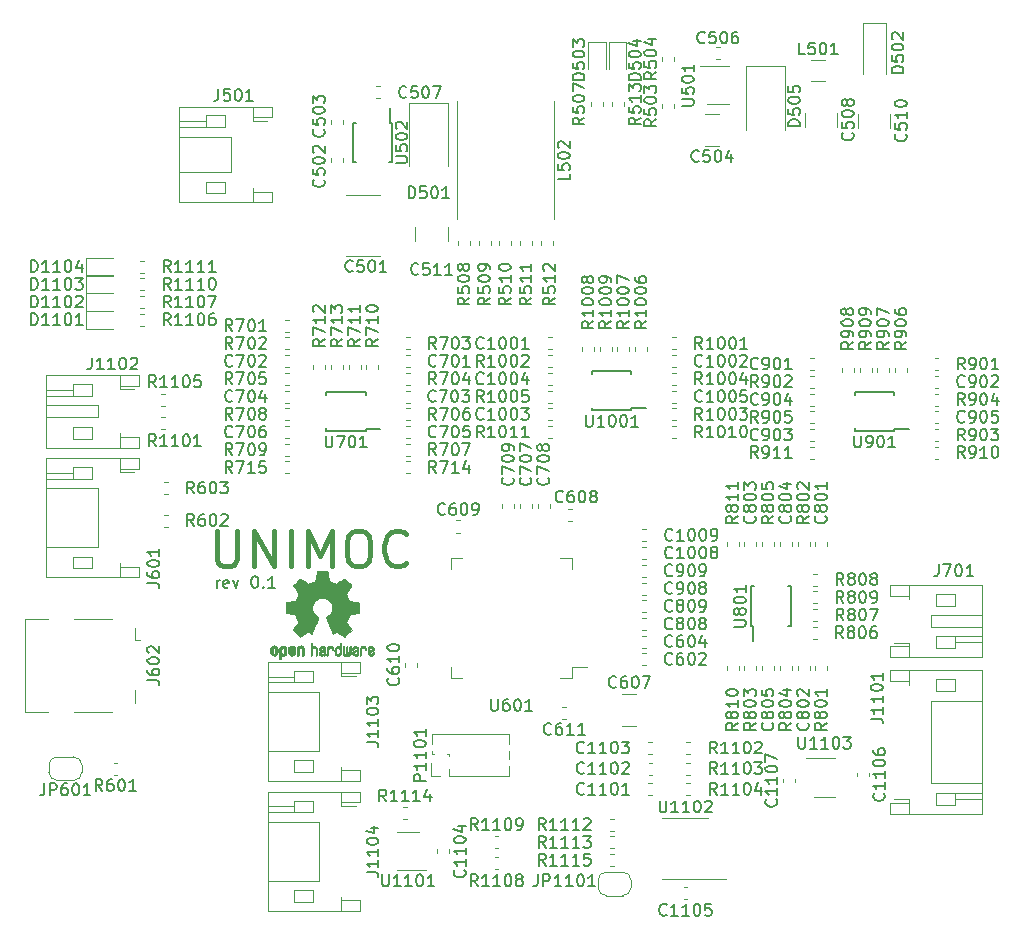
<source format=gto>
G04 This is an RS-274x file exported by *
G04 gerbv version 2.6A *
G04 More information is available about gerbv at *
G04 http://gerbv.geda-project.org/ *
G04 --End of header info--*
%MOIN*%
%FSLAX34Y34*%
%IPPOS*%
G04 --Define apertures--*
%ADD10C,0.0059*%
%ADD11C,0.0177*%
%ADD12C,0.0004*%
%ADD13C,0.0047*%
G04 --Start main section--*
G54D10*
G01X0077578Y-043288D02*
G01X0077578Y-043026D01*
G01X0077578Y-043101D02*
G01X0077597Y-043063D01*
G01X0077597Y-043063D02*
G01X0077615Y-043045D01*
G01X0077615Y-043045D02*
G01X0077653Y-043026D01*
G01X0077653Y-043026D02*
G01X0077690Y-043026D01*
G01X0077972Y-043270D02*
G01X0077934Y-043288D01*
G01X0077934Y-043288D02*
G01X0077859Y-043288D01*
G01X0077859Y-043288D02*
G01X0077822Y-043270D01*
G01X0077822Y-043270D02*
G01X0077803Y-043232D01*
G01X0077803Y-043232D02*
G01X0077803Y-043082D01*
G01X0077803Y-043082D02*
G01X0077822Y-043045D01*
G01X0077822Y-043045D02*
G01X0077859Y-043026D01*
G01X0077859Y-043026D02*
G01X0077934Y-043026D01*
G01X0077934Y-043026D02*
G01X0077972Y-043045D01*
G01X0077972Y-043045D02*
G01X0077990Y-043082D01*
G01X0077990Y-043082D02*
G01X0077990Y-043120D01*
G01X0077990Y-043120D02*
G01X0077803Y-043157D01*
G01X0078121Y-043026D02*
G01X0078215Y-043288D01*
G01X0078215Y-043288D02*
G01X0078309Y-043026D01*
G01X0078834Y-042895D02*
G01X0078871Y-042895D01*
G01X0078871Y-042895D02*
G01X0078909Y-042913D01*
G01X0078909Y-042913D02*
G01X0078928Y-042932D01*
G01X0078928Y-042932D02*
G01X0078946Y-042970D01*
G01X0078946Y-042970D02*
G01X0078965Y-043045D01*
G01X0078965Y-043045D02*
G01X0078965Y-043138D01*
G01X0078965Y-043138D02*
G01X0078946Y-043213D01*
G01X0078946Y-043213D02*
G01X0078928Y-043251D01*
G01X0078928Y-043251D02*
G01X0078909Y-043270D01*
G01X0078909Y-043270D02*
G01X0078871Y-043288D01*
G01X0078871Y-043288D02*
G01X0078834Y-043288D01*
G01X0078834Y-043288D02*
G01X0078796Y-043270D01*
G01X0078796Y-043270D02*
G01X0078778Y-043251D01*
G01X0078778Y-043251D02*
G01X0078759Y-043213D01*
G01X0078759Y-043213D02*
G01X0078740Y-043138D01*
G01X0078740Y-043138D02*
G01X0078740Y-043045D01*
G01X0078740Y-043045D02*
G01X0078759Y-042970D01*
G01X0078759Y-042970D02*
G01X0078778Y-042932D01*
G01X0078778Y-042932D02*
G01X0078796Y-042913D01*
G01X0078796Y-042913D02*
G01X0078834Y-042895D01*
G01X0079134Y-043251D02*
G01X0079153Y-043270D01*
G01X0079153Y-043270D02*
G01X0079134Y-043288D01*
G01X0079134Y-043288D02*
G01X0079115Y-043270D01*
G01X0079115Y-043270D02*
G01X0079134Y-043251D01*
G01X0079134Y-043251D02*
G01X0079134Y-043288D01*
G01X0079528Y-043288D02*
G01X0079303Y-043288D01*
G01X0079415Y-043288D02*
G01X0079415Y-042895D01*
G01X0079415Y-042895D02*
G01X0079378Y-042951D01*
G01X0079378Y-042951D02*
G01X0079340Y-042988D01*
G01X0079340Y-042988D02*
G01X0079303Y-043007D01*
G54D11*
G01X0077587Y-041381D02*
G01X0077587Y-042337D01*
G01X0077587Y-042337D02*
G01X0077643Y-042449D01*
G01X0077643Y-042449D02*
G01X0077700Y-042506D01*
G01X0077700Y-042506D02*
G01X0077812Y-042562D01*
G01X0077812Y-042562D02*
G01X0078037Y-042562D01*
G01X0078037Y-042562D02*
G01X0078150Y-042506D01*
G01X0078150Y-042506D02*
G01X0078206Y-042449D01*
G01X0078206Y-042449D02*
G01X0078262Y-042337D01*
G01X0078262Y-042337D02*
G01X0078262Y-041381D01*
G01X0078825Y-042562D02*
G01X0078825Y-041381D01*
G01X0078825Y-041381D02*
G01X0079499Y-042562D01*
G01X0079499Y-042562D02*
G01X0079499Y-041381D01*
G01X0080062Y-042562D02*
G01X0080062Y-041381D01*
G01X0080624Y-042562D02*
G01X0080624Y-041381D01*
G01X0080624Y-041381D02*
G01X0081018Y-042224D01*
G01X0081018Y-042224D02*
G01X0081412Y-041381D01*
G01X0081412Y-041381D02*
G01X0081412Y-042562D01*
G01X0082199Y-041381D02*
G01X0082424Y-041381D01*
G01X0082424Y-041381D02*
G01X0082537Y-041437D01*
G01X0082537Y-041437D02*
G01X0082649Y-041549D01*
G01X0082649Y-041549D02*
G01X0082705Y-041774D01*
G01X0082705Y-041774D02*
G01X0082705Y-042168D01*
G01X0082705Y-042168D02*
G01X0082649Y-042393D01*
G01X0082649Y-042393D02*
G01X0082537Y-042506D01*
G01X0082537Y-042506D02*
G01X0082424Y-042562D01*
G01X0082424Y-042562D02*
G01X0082199Y-042562D01*
G01X0082199Y-042562D02*
G01X0082087Y-042506D01*
G01X0082087Y-042506D02*
G01X0081974Y-042393D01*
G01X0081974Y-042393D02*
G01X0081918Y-042168D01*
G01X0081918Y-042168D02*
G01X0081918Y-041774D01*
G01X0081918Y-041774D02*
G01X0081974Y-041549D01*
G01X0081974Y-041549D02*
G01X0082087Y-041437D01*
G01X0082087Y-041437D02*
G01X0082199Y-041381D01*
G01X0083886Y-042449D02*
G01X0083830Y-042506D01*
G01X0083830Y-042506D02*
G01X0083661Y-042562D01*
G01X0083661Y-042562D02*
G01X0083549Y-042562D01*
G01X0083549Y-042562D02*
G01X0083380Y-042506D01*
G01X0083380Y-042506D02*
G01X0083268Y-042393D01*
G01X0083268Y-042393D02*
G01X0083211Y-042281D01*
G01X0083211Y-042281D02*
G01X0083155Y-042056D01*
G01X0083155Y-042056D02*
G01X0083155Y-041887D01*
G01X0083155Y-041887D02*
G01X0083211Y-041662D01*
G01X0083211Y-041662D02*
G01X0083268Y-041549D01*
G01X0083268Y-041549D02*
G01X0083380Y-041437D01*
G01X0083380Y-041437D02*
G01X0083549Y-041381D01*
G01X0083549Y-041381D02*
G01X0083661Y-041381D01*
G01X0083661Y-041381D02*
G01X0083830Y-041437D01*
G01X0083830Y-041437D02*
G01X0083886Y-041493D01*
G54D12*
G36*
G01X0081157Y-042731D02*
G01X0081199Y-042732D01*
G01X0081229Y-042732D01*
G01X0081250Y-042733D01*
G01X0081263Y-042735D01*
G01X0081270Y-042738D01*
G01X0081274Y-042742D01*
G01X0081275Y-042748D01*
G01X0081275Y-042749D01*
G01X0081278Y-042761D01*
G01X0081283Y-042787D01*
G01X0081290Y-042822D01*
G01X0081298Y-042864D01*
G01X0081306Y-042910D01*
G01X0081306Y-042912D01*
G01X0081315Y-042957D01*
G01X0081323Y-042998D01*
G01X0081330Y-043030D01*
G01X0081336Y-043053D01*
G01X0081339Y-043062D01*
G01X0081339Y-043063D01*
G01X0081349Y-043067D01*
G01X0081369Y-043075D01*
G01X0081395Y-043085D01*
G01X0081395Y-043085D01*
G01X0081427Y-043097D01*
G01X0081466Y-043113D01*
G01X0081502Y-043128D01*
G01X0081504Y-043129D01*
G01X0081563Y-043156D01*
G01X0081694Y-043067D01*
G01X0081734Y-043040D01*
G01X0081770Y-043015D01*
G01X0081800Y-042995D01*
G01X0081823Y-042981D01*
G01X0081835Y-042973D01*
G01X0081836Y-042973D01*
G01X0081845Y-042975D01*
G01X0081862Y-042987D01*
G01X0081887Y-043009D01*
G01X0081922Y-043041D01*
G01X0081957Y-043075D01*
G01X0081991Y-043108D01*
G01X0082021Y-043139D01*
G01X0082046Y-043165D01*
G01X0082064Y-043184D01*
G01X0082072Y-043194D01*
G01X0082073Y-043195D01*
G01X0082074Y-043202D01*
G01X0082070Y-043214D01*
G01X0082061Y-043232D01*
G01X0082045Y-043257D01*
G01X0082023Y-043292D01*
G01X0081992Y-043337D01*
G01X0081966Y-043377D01*
G01X0081942Y-043412D01*
G01X0081922Y-043442D01*
G01X0081908Y-043463D01*
G01X0081901Y-043474D01*
G01X0081900Y-043474D01*
G01X0081901Y-043485D01*
G01X0081908Y-043505D01*
G01X0081919Y-043531D01*
G01X0081922Y-043540D01*
G01X0081940Y-043577D01*
G01X0081958Y-043620D01*
G01X0081973Y-043656D01*
G01X0081983Y-043684D01*
G01X0081992Y-043704D01*
G01X0081997Y-043715D01*
G01X0081998Y-043716D01*
G01X0082007Y-043717D01*
G01X0082028Y-043721D01*
G01X0082059Y-043727D01*
G01X0082096Y-043734D01*
G01X0082137Y-043742D01*
G01X0082179Y-043750D01*
G01X0082219Y-043757D01*
G01X0082255Y-043764D01*
G01X0082283Y-043770D01*
G01X0082300Y-043773D01*
G01X0082304Y-043774D01*
G01X0082309Y-043777D01*
G01X0082312Y-043783D01*
G01X0082314Y-043793D01*
G01X0082316Y-043811D01*
G01X0082317Y-043838D01*
G01X0082318Y-043876D01*
G01X0082318Y-043926D01*
G01X0082318Y-043947D01*
G01X0082318Y-044115D01*
G01X0082277Y-044123D01*
G01X0082255Y-044127D01*
G01X0082221Y-044134D01*
G01X0082181Y-044141D01*
G01X0082137Y-044149D01*
G01X0082125Y-044151D01*
G01X0082085Y-044159D01*
G01X0082050Y-044167D01*
G01X0082024Y-044174D01*
G01X0082008Y-044179D01*
G01X0082005Y-044180D01*
G01X0081999Y-044191D01*
G01X0081990Y-044213D01*
G01X0081979Y-044241D01*
G01X0081977Y-044247D01*
G01X0081964Y-044284D01*
G01X0081947Y-044326D01*
G01X0081931Y-044363D01*
G01X0081931Y-044363D01*
G01X0081903Y-044422D01*
G01X0082082Y-044686D01*
G01X0081968Y-044801D01*
G01X0081933Y-044835D01*
G01X0081901Y-044865D01*
G01X0081874Y-044890D01*
G01X0081854Y-044907D01*
G01X0081842Y-044915D01*
G01X0081840Y-044916D01*
G01X0081830Y-044912D01*
G01X0081810Y-044900D01*
G01X0081781Y-044883D01*
G01X0081747Y-044860D01*
G01X0081710Y-044835D01*
G01X0081672Y-044810D01*
G01X0081638Y-044788D01*
G01X0081611Y-044770D01*
G01X0081592Y-044759D01*
G01X0081583Y-044754D01*
G01X0081573Y-044758D01*
G01X0081553Y-044767D01*
G01X0081528Y-044780D01*
G01X0081525Y-044781D01*
G01X0081491Y-044798D01*
G01X0081468Y-044806D01*
G01X0081454Y-044806D01*
G01X0081446Y-044799D01*
G01X0081446Y-044799D01*
G01X0081443Y-044790D01*
G01X0081434Y-044768D01*
G01X0081420Y-044735D01*
G01X0081403Y-044694D01*
G01X0081383Y-044644D01*
G01X0081360Y-044589D01*
G01X0081338Y-044536D01*
G01X0081314Y-044477D01*
G01X0081291Y-044423D01*
G01X0081272Y-044374D01*
G01X0081255Y-044333D01*
G01X0081243Y-044302D01*
G01X0081235Y-044282D01*
G01X0081233Y-044274D01*
G01X0081239Y-044265D01*
G01X0081255Y-044251D01*
G01X0081275Y-044236D01*
G01X0081334Y-044187D01*
G01X0081380Y-044131D01*
G01X0081412Y-044070D01*
G01X0081431Y-044003D01*
G01X0081435Y-043933D01*
G01X0081432Y-043901D01*
G01X0081416Y-043833D01*
G01X0081387Y-043774D01*
G01X0081349Y-043723D01*
G01X0081303Y-043682D01*
G01X0081250Y-043649D01*
G01X0081192Y-043627D01*
G01X0081131Y-043616D01*
G01X0081068Y-043616D01*
G01X0081006Y-043628D01*
G01X0080946Y-043653D01*
G01X0080891Y-043690D01*
G01X0080867Y-043712D01*
G01X0080823Y-043766D01*
G01X0080791Y-043826D01*
G01X0080774Y-043889D01*
G01X0080769Y-043954D01*
G01X0080777Y-044018D01*
G01X0080799Y-044081D01*
G01X0080832Y-044140D01*
G01X0080878Y-044194D01*
G01X0080930Y-044236D01*
G01X0080951Y-044252D01*
G01X0080966Y-044266D01*
G01X0080972Y-044274D01*
G01X0080969Y-044283D01*
G01X0080961Y-044304D01*
G01X0080948Y-044337D01*
G01X0080931Y-044378D01*
G01X0080911Y-044428D01*
G01X0080889Y-044483D01*
G01X0080867Y-044536D01*
G01X0080843Y-044595D01*
G01X0080820Y-044650D01*
G01X0080800Y-044698D01*
G01X0080783Y-044739D01*
G01X0080770Y-044771D01*
G01X0080761Y-044791D01*
G01X0080758Y-044799D01*
G01X0080751Y-044806D01*
G01X0080737Y-044806D01*
G01X0080714Y-044798D01*
G01X0080680Y-044781D01*
G01X0080680Y-044781D01*
G01X0080654Y-044768D01*
G01X0080634Y-044759D01*
G01X0080622Y-044754D01*
G01X0080622Y-044754D01*
G01X0080613Y-044759D01*
G01X0080594Y-044770D01*
G01X0080566Y-044788D01*
G01X0080532Y-044810D01*
G01X0080495Y-044835D01*
G01X0080457Y-044861D01*
G01X0080423Y-044883D01*
G01X0080394Y-044901D01*
G01X0080374Y-044912D01*
G01X0080364Y-044916D01*
G01X0080356Y-044911D01*
G01X0080338Y-044896D01*
G01X0080313Y-044874D01*
G01X0080282Y-044845D01*
G01X0080248Y-044812D01*
G01X0080237Y-044801D01*
G01X0080122Y-044686D01*
G01X0080210Y-044557D01*
G01X0080236Y-044518D01*
G01X0080260Y-044482D01*
G01X0080278Y-044453D01*
G01X0080291Y-044432D01*
G01X0080297Y-044421D01*
G01X0080297Y-044420D01*
G01X0080294Y-044410D01*
G01X0080286Y-044389D01*
G01X0080274Y-044361D01*
G01X0080266Y-044343D01*
G01X0080250Y-044307D01*
G01X0080236Y-044271D01*
G01X0080225Y-044241D01*
G01X0080221Y-044231D01*
G01X0080213Y-044207D01*
G01X0080204Y-044188D01*
G01X0080200Y-044180D01*
G01X0080189Y-044176D01*
G01X0080167Y-044170D01*
G01X0080135Y-044162D01*
G01X0080096Y-044154D01*
G01X0080079Y-044151D01*
G01X0080036Y-044143D01*
G01X0079994Y-044135D01*
G01X0079958Y-044129D01*
G01X0079932Y-044124D01*
G01X0079927Y-044123D01*
G01X0079887Y-044115D01*
G01X0079887Y-043947D01*
G01X0079887Y-043891D01*
G01X0079887Y-043850D01*
G01X0079888Y-043819D01*
G01X0079890Y-043799D01*
G01X0079892Y-043786D01*
G01X0079895Y-043778D01*
G01X0079899Y-043775D01*
G01X0079900Y-043774D01*
G01X0079910Y-043772D01*
G01X0079932Y-043768D01*
G01X0079964Y-043761D01*
G01X0080001Y-043754D01*
G01X0080043Y-043746D01*
G01X0080085Y-043738D01*
G01X0080125Y-043731D01*
G01X0080160Y-043724D01*
G01X0080187Y-043719D01*
G01X0080203Y-043716D01*
G01X0080207Y-043716D01*
G01X0080211Y-043709D01*
G01X0080218Y-043692D01*
G01X0080228Y-043666D01*
G01X0080232Y-043656D01*
G01X0080247Y-043618D01*
G01X0080266Y-043576D01*
G01X0080282Y-043540D01*
G01X0080294Y-043513D01*
G01X0080302Y-043490D01*
G01X0080305Y-043476D01*
G01X0080305Y-043474D01*
G01X0080299Y-043466D01*
G01X0080286Y-043446D01*
G01X0080267Y-043418D01*
G01X0080244Y-043384D01*
G01X0080217Y-043345D01*
G01X0080212Y-043337D01*
G01X0080182Y-043292D01*
G01X0080159Y-043257D01*
G01X0080144Y-043232D01*
G01X0080135Y-043214D01*
G01X0080131Y-043202D01*
G01X0080132Y-043195D01*
G01X0080132Y-043195D01*
G01X0080140Y-043186D01*
G01X0080157Y-043167D01*
G01X0080181Y-043142D01*
G01X0080211Y-043112D01*
G01X0080244Y-043078D01*
G01X0080248Y-043075D01*
G01X0080290Y-043034D01*
G01X0080323Y-043004D01*
G01X0080346Y-042984D01*
G01X0080362Y-042974D01*
G01X0080368Y-042973D01*
G01X0080378Y-042978D01*
G01X0080399Y-042991D01*
G01X0080427Y-043010D01*
G01X0080463Y-043034D01*
G01X0080502Y-043061D01*
G01X0080511Y-043067D01*
G01X0080642Y-043156D01*
G01X0080701Y-043129D01*
G01X0080737Y-043114D01*
G01X0080775Y-043098D01*
G01X0080809Y-043085D01*
G01X0080810Y-043085D01*
G01X0080836Y-043075D01*
G01X0080856Y-043067D01*
G01X0080866Y-043063D01*
G01X0080866Y-043063D01*
G01X0080869Y-043054D01*
G01X0080874Y-043032D01*
G01X0080881Y-043001D01*
G01X0080889Y-042961D01*
G01X0080898Y-042916D01*
G01X0080898Y-042912D01*
G01X0080907Y-042865D01*
G01X0080915Y-042823D01*
G01X0080922Y-042788D01*
G01X0080927Y-042762D01*
G01X0080929Y-042749D01*
G01X0080929Y-042749D01*
G01X0080931Y-042743D01*
G01X0080934Y-042739D01*
G01X0080941Y-042736D01*
G01X0080953Y-042734D01*
G01X0080973Y-042732D01*
G01X0081002Y-042732D01*
G01X0081042Y-042731D01*
G01X0081095Y-042731D01*
G01X0081102Y-042731D01*
G01X0081157Y-042731D01*
G01X0081157Y-042731D01*
G37*
G01X0081157Y-042731D02*
G01X0081199Y-042732D01*
G01X0081199Y-042732D02*
G01X0081229Y-042732D01*
G01X0081229Y-042732D02*
G01X0081250Y-042733D01*
G01X0081250Y-042733D02*
G01X0081263Y-042735D01*
G01X0081263Y-042735D02*
G01X0081270Y-042738D01*
G01X0081270Y-042738D02*
G01X0081274Y-042742D01*
G01X0081274Y-042742D02*
G01X0081275Y-042748D01*
G01X0081275Y-042748D02*
G01X0081275Y-042749D01*
G01X0081275Y-042749D02*
G01X0081278Y-042761D01*
G01X0081278Y-042761D02*
G01X0081283Y-042787D01*
G01X0081283Y-042787D02*
G01X0081290Y-042822D01*
G01X0081290Y-042822D02*
G01X0081298Y-042864D01*
G01X0081298Y-042864D02*
G01X0081306Y-042910D01*
G01X0081306Y-042910D02*
G01X0081306Y-042912D01*
G01X0081306Y-042912D02*
G01X0081315Y-042957D01*
G01X0081315Y-042957D02*
G01X0081323Y-042998D01*
G01X0081323Y-042998D02*
G01X0081330Y-043030D01*
G01X0081330Y-043030D02*
G01X0081336Y-043053D01*
G01X0081336Y-043053D02*
G01X0081339Y-043062D01*
G01X0081339Y-043062D02*
G01X0081339Y-043063D01*
G01X0081339Y-043063D02*
G01X0081349Y-043067D01*
G01X0081349Y-043067D02*
G01X0081369Y-043075D01*
G01X0081369Y-043075D02*
G01X0081395Y-043085D01*
G01X0081395Y-043085D02*
G01X0081395Y-043085D01*
G01X0081395Y-043085D02*
G01X0081427Y-043097D01*
G01X0081427Y-043097D02*
G01X0081466Y-043113D01*
G01X0081466Y-043113D02*
G01X0081502Y-043128D01*
G01X0081502Y-043128D02*
G01X0081504Y-043129D01*
G01X0081504Y-043129D02*
G01X0081563Y-043156D01*
G01X0081563Y-043156D02*
G01X0081694Y-043067D01*
G01X0081694Y-043067D02*
G01X0081734Y-043040D01*
G01X0081734Y-043040D02*
G01X0081770Y-043015D01*
G01X0081770Y-043015D02*
G01X0081800Y-042995D01*
G01X0081800Y-042995D02*
G01X0081823Y-042981D01*
G01X0081823Y-042981D02*
G01X0081835Y-042973D01*
G01X0081835Y-042973D02*
G01X0081836Y-042973D01*
G01X0081836Y-042973D02*
G01X0081845Y-042975D01*
G01X0081845Y-042975D02*
G01X0081862Y-042987D01*
G01X0081862Y-042987D02*
G01X0081887Y-043009D01*
G01X0081887Y-043009D02*
G01X0081922Y-043041D01*
G01X0081922Y-043041D02*
G01X0081957Y-043075D01*
G01X0081957Y-043075D02*
G01X0081991Y-043108D01*
G01X0081991Y-043108D02*
G01X0082021Y-043139D01*
G01X0082021Y-043139D02*
G01X0082046Y-043165D01*
G01X0082046Y-043165D02*
G01X0082064Y-043184D01*
G01X0082064Y-043184D02*
G01X0082072Y-043194D01*
G01X0082072Y-043194D02*
G01X0082073Y-043195D01*
G01X0082073Y-043195D02*
G01X0082074Y-043202D01*
G01X0082074Y-043202D02*
G01X0082070Y-043214D01*
G01X0082070Y-043214D02*
G01X0082061Y-043232D01*
G01X0082061Y-043232D02*
G01X0082045Y-043257D01*
G01X0082045Y-043257D02*
G01X0082023Y-043292D01*
G01X0082023Y-043292D02*
G01X0081992Y-043337D01*
G01X0081992Y-043337D02*
G01X0081966Y-043377D01*
G01X0081966Y-043377D02*
G01X0081942Y-043412D01*
G01X0081942Y-043412D02*
G01X0081922Y-043442D01*
G01X0081922Y-043442D02*
G01X0081908Y-043463D01*
G01X0081908Y-043463D02*
G01X0081901Y-043474D01*
G01X0081901Y-043474D02*
G01X0081900Y-043474D01*
G01X0081900Y-043474D02*
G01X0081901Y-043485D01*
G01X0081901Y-043485D02*
G01X0081908Y-043505D01*
G01X0081908Y-043505D02*
G01X0081919Y-043531D01*
G01X0081919Y-043531D02*
G01X0081922Y-043540D01*
G01X0081922Y-043540D02*
G01X0081940Y-043577D01*
G01X0081940Y-043577D02*
G01X0081958Y-043620D01*
G01X0081958Y-043620D02*
G01X0081973Y-043656D01*
G01X0081973Y-043656D02*
G01X0081983Y-043684D01*
G01X0081983Y-043684D02*
G01X0081992Y-043704D01*
G01X0081992Y-043704D02*
G01X0081997Y-043715D01*
G01X0081997Y-043715D02*
G01X0081998Y-043716D01*
G01X0081998Y-043716D02*
G01X0082007Y-043717D01*
G01X0082007Y-043717D02*
G01X0082028Y-043721D01*
G01X0082028Y-043721D02*
G01X0082059Y-043727D01*
G01X0082059Y-043727D02*
G01X0082096Y-043734D01*
G01X0082096Y-043734D02*
G01X0082137Y-043742D01*
G01X0082137Y-043742D02*
G01X0082179Y-043750D01*
G01X0082179Y-043750D02*
G01X0082219Y-043757D01*
G01X0082219Y-043757D02*
G01X0082255Y-043764D01*
G01X0082255Y-043764D02*
G01X0082283Y-043770D01*
G01X0082283Y-043770D02*
G01X0082300Y-043773D01*
G01X0082300Y-043773D02*
G01X0082304Y-043774D01*
G01X0082304Y-043774D02*
G01X0082309Y-043777D01*
G01X0082309Y-043777D02*
G01X0082312Y-043783D01*
G01X0082312Y-043783D02*
G01X0082314Y-043793D01*
G01X0082314Y-043793D02*
G01X0082316Y-043811D01*
G01X0082316Y-043811D02*
G01X0082317Y-043838D01*
G01X0082317Y-043838D02*
G01X0082318Y-043876D01*
G01X0082318Y-043876D02*
G01X0082318Y-043926D01*
G01X0082318Y-043926D02*
G01X0082318Y-043947D01*
G01X0082318Y-043947D02*
G01X0082318Y-044115D01*
G01X0082318Y-044115D02*
G01X0082277Y-044123D01*
G01X0082277Y-044123D02*
G01X0082255Y-044127D01*
G01X0082255Y-044127D02*
G01X0082221Y-044134D01*
G01X0082221Y-044134D02*
G01X0082181Y-044141D01*
G01X0082181Y-044141D02*
G01X0082137Y-044149D01*
G01X0082137Y-044149D02*
G01X0082125Y-044151D01*
G01X0082125Y-044151D02*
G01X0082085Y-044159D01*
G01X0082085Y-044159D02*
G01X0082050Y-044167D01*
G01X0082050Y-044167D02*
G01X0082024Y-044174D01*
G01X0082024Y-044174D02*
G01X0082008Y-044179D01*
G01X0082008Y-044179D02*
G01X0082005Y-044180D01*
G01X0082005Y-044180D02*
G01X0081999Y-044191D01*
G01X0081999Y-044191D02*
G01X0081990Y-044213D01*
G01X0081990Y-044213D02*
G01X0081979Y-044241D01*
G01X0081979Y-044241D02*
G01X0081977Y-044247D01*
G01X0081977Y-044247D02*
G01X0081964Y-044284D01*
G01X0081964Y-044284D02*
G01X0081947Y-044326D01*
G01X0081947Y-044326D02*
G01X0081931Y-044363D01*
G01X0081931Y-044363D02*
G01X0081931Y-044363D01*
G01X0081931Y-044363D02*
G01X0081903Y-044422D01*
G01X0081903Y-044422D02*
G01X0082082Y-044686D01*
G01X0082082Y-044686D02*
G01X0081968Y-044801D01*
G01X0081968Y-044801D02*
G01X0081933Y-044835D01*
G01X0081933Y-044835D02*
G01X0081901Y-044865D01*
G01X0081901Y-044865D02*
G01X0081874Y-044890D01*
G01X0081874Y-044890D02*
G01X0081854Y-044907D01*
G01X0081854Y-044907D02*
G01X0081842Y-044915D01*
G01X0081842Y-044915D02*
G01X0081840Y-044916D01*
G01X0081840Y-044916D02*
G01X0081830Y-044912D01*
G01X0081830Y-044912D02*
G01X0081810Y-044900D01*
G01X0081810Y-044900D02*
G01X0081781Y-044883D01*
G01X0081781Y-044883D02*
G01X0081747Y-044860D01*
G01X0081747Y-044860D02*
G01X0081710Y-044835D01*
G01X0081710Y-044835D02*
G01X0081672Y-044810D01*
G01X0081672Y-044810D02*
G01X0081638Y-044788D01*
G01X0081638Y-044788D02*
G01X0081611Y-044770D01*
G01X0081611Y-044770D02*
G01X0081592Y-044759D01*
G01X0081592Y-044759D02*
G01X0081583Y-044754D01*
G01X0081583Y-044754D02*
G01X0081573Y-044758D01*
G01X0081573Y-044758D02*
G01X0081553Y-044767D01*
G01X0081553Y-044767D02*
G01X0081528Y-044780D01*
G01X0081528Y-044780D02*
G01X0081525Y-044781D01*
G01X0081525Y-044781D02*
G01X0081491Y-044798D01*
G01X0081491Y-044798D02*
G01X0081468Y-044806D01*
G01X0081468Y-044806D02*
G01X0081454Y-044806D01*
G01X0081454Y-044806D02*
G01X0081446Y-044799D01*
G01X0081446Y-044799D02*
G01X0081446Y-044799D01*
G01X0081446Y-044799D02*
G01X0081443Y-044790D01*
G01X0081443Y-044790D02*
G01X0081434Y-044768D01*
G01X0081434Y-044768D02*
G01X0081420Y-044735D01*
G01X0081420Y-044735D02*
G01X0081403Y-044694D01*
G01X0081403Y-044694D02*
G01X0081383Y-044644D01*
G01X0081383Y-044644D02*
G01X0081360Y-044589D01*
G01X0081360Y-044589D02*
G01X0081338Y-044536D01*
G01X0081338Y-044536D02*
G01X0081314Y-044477D01*
G01X0081314Y-044477D02*
G01X0081291Y-044423D01*
G01X0081291Y-044423D02*
G01X0081272Y-044374D01*
G01X0081272Y-044374D02*
G01X0081255Y-044333D01*
G01X0081255Y-044333D02*
G01X0081243Y-044302D01*
G01X0081243Y-044302D02*
G01X0081235Y-044282D01*
G01X0081235Y-044282D02*
G01X0081233Y-044274D01*
G01X0081233Y-044274D02*
G01X0081239Y-044265D01*
G01X0081239Y-044265D02*
G01X0081255Y-044251D01*
G01X0081255Y-044251D02*
G01X0081275Y-044236D01*
G01X0081275Y-044236D02*
G01X0081334Y-044187D01*
G01X0081334Y-044187D02*
G01X0081380Y-044131D01*
G01X0081380Y-044131D02*
G01X0081412Y-044070D01*
G01X0081412Y-044070D02*
G01X0081431Y-044003D01*
G01X0081431Y-044003D02*
G01X0081435Y-043933D01*
G01X0081435Y-043933D02*
G01X0081432Y-043901D01*
G01X0081432Y-043901D02*
G01X0081416Y-043833D01*
G01X0081416Y-043833D02*
G01X0081387Y-043774D01*
G01X0081387Y-043774D02*
G01X0081349Y-043723D01*
G01X0081349Y-043723D02*
G01X0081303Y-043682D01*
G01X0081303Y-043682D02*
G01X0081250Y-043649D01*
G01X0081250Y-043649D02*
G01X0081192Y-043627D01*
G01X0081192Y-043627D02*
G01X0081131Y-043616D01*
G01X0081131Y-043616D02*
G01X0081068Y-043616D01*
G01X0081068Y-043616D02*
G01X0081006Y-043628D01*
G01X0081006Y-043628D02*
G01X0080946Y-043653D01*
G01X0080946Y-043653D02*
G01X0080891Y-043690D01*
G01X0080891Y-043690D02*
G01X0080867Y-043712D01*
G01X0080867Y-043712D02*
G01X0080823Y-043766D01*
G01X0080823Y-043766D02*
G01X0080791Y-043826D01*
G01X0080791Y-043826D02*
G01X0080774Y-043889D01*
G01X0080774Y-043889D02*
G01X0080769Y-043954D01*
G01X0080769Y-043954D02*
G01X0080777Y-044018D01*
G01X0080777Y-044018D02*
G01X0080799Y-044081D01*
G01X0080799Y-044081D02*
G01X0080832Y-044140D01*
G01X0080832Y-044140D02*
G01X0080878Y-044194D01*
G01X0080878Y-044194D02*
G01X0080930Y-044236D01*
G01X0080930Y-044236D02*
G01X0080951Y-044252D01*
G01X0080951Y-044252D02*
G01X0080966Y-044266D01*
G01X0080966Y-044266D02*
G01X0080972Y-044274D01*
G01X0080972Y-044274D02*
G01X0080969Y-044283D01*
G01X0080969Y-044283D02*
G01X0080961Y-044304D01*
G01X0080961Y-044304D02*
G01X0080948Y-044337D01*
G01X0080948Y-044337D02*
G01X0080931Y-044378D01*
G01X0080931Y-044378D02*
G01X0080911Y-044428D01*
G01X0080911Y-044428D02*
G01X0080889Y-044483D01*
G01X0080889Y-044483D02*
G01X0080867Y-044536D01*
G01X0080867Y-044536D02*
G01X0080843Y-044595D01*
G01X0080843Y-044595D02*
G01X0080820Y-044650D01*
G01X0080820Y-044650D02*
G01X0080800Y-044698D01*
G01X0080800Y-044698D02*
G01X0080783Y-044739D01*
G01X0080783Y-044739D02*
G01X0080770Y-044771D01*
G01X0080770Y-044771D02*
G01X0080761Y-044791D01*
G01X0080761Y-044791D02*
G01X0080758Y-044799D01*
G01X0080758Y-044799D02*
G01X0080751Y-044806D01*
G01X0080751Y-044806D02*
G01X0080737Y-044806D01*
G01X0080737Y-044806D02*
G01X0080714Y-044798D01*
G01X0080714Y-044798D02*
G01X0080680Y-044781D01*
G01X0080680Y-044781D02*
G01X0080680Y-044781D01*
G01X0080680Y-044781D02*
G01X0080654Y-044768D01*
G01X0080654Y-044768D02*
G01X0080634Y-044759D01*
G01X0080634Y-044759D02*
G01X0080622Y-044754D01*
G01X0080622Y-044754D02*
G01X0080622Y-044754D01*
G01X0080622Y-044754D02*
G01X0080613Y-044759D01*
G01X0080613Y-044759D02*
G01X0080594Y-044770D01*
G01X0080594Y-044770D02*
G01X0080566Y-044788D01*
G01X0080566Y-044788D02*
G01X0080532Y-044810D01*
G01X0080532Y-044810D02*
G01X0080495Y-044835D01*
G01X0080495Y-044835D02*
G01X0080457Y-044861D01*
G01X0080457Y-044861D02*
G01X0080423Y-044883D01*
G01X0080423Y-044883D02*
G01X0080394Y-044901D01*
G01X0080394Y-044901D02*
G01X0080374Y-044912D01*
G01X0080374Y-044912D02*
G01X0080364Y-044916D01*
G01X0080364Y-044916D02*
G01X0080356Y-044911D01*
G01X0080356Y-044911D02*
G01X0080338Y-044896D01*
G01X0080338Y-044896D02*
G01X0080313Y-044874D01*
G01X0080313Y-044874D02*
G01X0080282Y-044845D01*
G01X0080282Y-044845D02*
G01X0080248Y-044812D01*
G01X0080248Y-044812D02*
G01X0080237Y-044801D01*
G01X0080237Y-044801D02*
G01X0080122Y-044686D01*
G01X0080122Y-044686D02*
G01X0080210Y-044557D01*
G01X0080210Y-044557D02*
G01X0080236Y-044518D01*
G01X0080236Y-044518D02*
G01X0080260Y-044482D01*
G01X0080260Y-044482D02*
G01X0080278Y-044453D01*
G01X0080278Y-044453D02*
G01X0080291Y-044432D01*
G01X0080291Y-044432D02*
G01X0080297Y-044421D01*
G01X0080297Y-044421D02*
G01X0080297Y-044420D01*
G01X0080297Y-044420D02*
G01X0080294Y-044410D01*
G01X0080294Y-044410D02*
G01X0080286Y-044389D01*
G01X0080286Y-044389D02*
G01X0080274Y-044361D01*
G01X0080274Y-044361D02*
G01X0080266Y-044343D01*
G01X0080266Y-044343D02*
G01X0080250Y-044307D01*
G01X0080250Y-044307D02*
G01X0080236Y-044271D01*
G01X0080236Y-044271D02*
G01X0080225Y-044241D01*
G01X0080225Y-044241D02*
G01X0080221Y-044231D01*
G01X0080221Y-044231D02*
G01X0080213Y-044207D01*
G01X0080213Y-044207D02*
G01X0080204Y-044188D01*
G01X0080204Y-044188D02*
G01X0080200Y-044180D01*
G01X0080200Y-044180D02*
G01X0080189Y-044176D01*
G01X0080189Y-044176D02*
G01X0080167Y-044170D01*
G01X0080167Y-044170D02*
G01X0080135Y-044162D01*
G01X0080135Y-044162D02*
G01X0080096Y-044154D01*
G01X0080096Y-044154D02*
G01X0080079Y-044151D01*
G01X0080079Y-044151D02*
G01X0080036Y-044143D01*
G01X0080036Y-044143D02*
G01X0079994Y-044135D01*
G01X0079994Y-044135D02*
G01X0079958Y-044129D01*
G01X0079958Y-044129D02*
G01X0079932Y-044124D01*
G01X0079932Y-044124D02*
G01X0079927Y-044123D01*
G01X0079927Y-044123D02*
G01X0079887Y-044115D01*
G01X0079887Y-044115D02*
G01X0079887Y-043947D01*
G01X0079887Y-043947D02*
G01X0079887Y-043891D01*
G01X0079887Y-043891D02*
G01X0079887Y-043850D01*
G01X0079887Y-043850D02*
G01X0079888Y-043819D01*
G01X0079888Y-043819D02*
G01X0079890Y-043799D01*
G01X0079890Y-043799D02*
G01X0079892Y-043786D01*
G01X0079892Y-043786D02*
G01X0079895Y-043778D01*
G01X0079895Y-043778D02*
G01X0079899Y-043775D01*
G01X0079899Y-043775D02*
G01X0079900Y-043774D01*
G01X0079900Y-043774D02*
G01X0079910Y-043772D01*
G01X0079910Y-043772D02*
G01X0079932Y-043768D01*
G01X0079932Y-043768D02*
G01X0079964Y-043761D01*
G01X0079964Y-043761D02*
G01X0080001Y-043754D01*
G01X0080001Y-043754D02*
G01X0080043Y-043746D01*
G01X0080043Y-043746D02*
G01X0080085Y-043738D01*
G01X0080085Y-043738D02*
G01X0080125Y-043731D01*
G01X0080125Y-043731D02*
G01X0080160Y-043724D01*
G01X0080160Y-043724D02*
G01X0080187Y-043719D01*
G01X0080187Y-043719D02*
G01X0080203Y-043716D01*
G01X0080203Y-043716D02*
G01X0080207Y-043716D01*
G01X0080207Y-043716D02*
G01X0080211Y-043709D01*
G01X0080211Y-043709D02*
G01X0080218Y-043692D01*
G01X0080218Y-043692D02*
G01X0080228Y-043666D01*
G01X0080228Y-043666D02*
G01X0080232Y-043656D01*
G01X0080232Y-043656D02*
G01X0080247Y-043618D01*
G01X0080247Y-043618D02*
G01X0080266Y-043576D01*
G01X0080266Y-043576D02*
G01X0080282Y-043540D01*
G01X0080282Y-043540D02*
G01X0080294Y-043513D01*
G01X0080294Y-043513D02*
G01X0080302Y-043490D01*
G01X0080302Y-043490D02*
G01X0080305Y-043476D01*
G01X0080305Y-043476D02*
G01X0080305Y-043474D01*
G01X0080305Y-043474D02*
G01X0080299Y-043466D01*
G01X0080299Y-043466D02*
G01X0080286Y-043446D01*
G01X0080286Y-043446D02*
G01X0080267Y-043418D01*
G01X0080267Y-043418D02*
G01X0080244Y-043384D01*
G01X0080244Y-043384D02*
G01X0080217Y-043345D01*
G01X0080217Y-043345D02*
G01X0080212Y-043337D01*
G01X0080212Y-043337D02*
G01X0080182Y-043292D01*
G01X0080182Y-043292D02*
G01X0080159Y-043257D01*
G01X0080159Y-043257D02*
G01X0080144Y-043232D01*
G01X0080144Y-043232D02*
G01X0080135Y-043214D01*
G01X0080135Y-043214D02*
G01X0080131Y-043202D01*
G01X0080131Y-043202D02*
G01X0080132Y-043195D01*
G01X0080132Y-043195D02*
G01X0080132Y-043195D01*
G01X0080132Y-043195D02*
G01X0080140Y-043186D01*
G01X0080140Y-043186D02*
G01X0080157Y-043167D01*
G01X0080157Y-043167D02*
G01X0080181Y-043142D01*
G01X0080181Y-043142D02*
G01X0080211Y-043112D01*
G01X0080211Y-043112D02*
G01X0080244Y-043078D01*
G01X0080244Y-043078D02*
G01X0080248Y-043075D01*
G01X0080248Y-043075D02*
G01X0080290Y-043034D01*
G01X0080290Y-043034D02*
G01X0080323Y-043004D01*
G01X0080323Y-043004D02*
G01X0080346Y-042984D01*
G01X0080346Y-042984D02*
G01X0080362Y-042974D01*
G01X0080362Y-042974D02*
G01X0080368Y-042973D01*
G01X0080368Y-042973D02*
G01X0080378Y-042978D01*
G01X0080378Y-042978D02*
G01X0080399Y-042991D01*
G01X0080399Y-042991D02*
G01X0080427Y-043010D01*
G01X0080427Y-043010D02*
G01X0080463Y-043034D01*
G01X0080463Y-043034D02*
G01X0080502Y-043061D01*
G01X0080502Y-043061D02*
G01X0080511Y-043067D01*
G01X0080511Y-043067D02*
G01X0080642Y-043156D01*
G01X0080642Y-043156D02*
G01X0080701Y-043129D01*
G01X0080701Y-043129D02*
G01X0080737Y-043114D01*
G01X0080737Y-043114D02*
G01X0080775Y-043098D01*
G01X0080775Y-043098D02*
G01X0080809Y-043085D01*
G01X0080809Y-043085D02*
G01X0080810Y-043085D01*
G01X0080810Y-043085D02*
G01X0080836Y-043075D01*
G01X0080836Y-043075D02*
G01X0080856Y-043067D01*
G01X0080856Y-043067D02*
G01X0080866Y-043063D01*
G01X0080866Y-043063D02*
G01X0080866Y-043063D01*
G01X0080866Y-043063D02*
G01X0080869Y-043054D01*
G01X0080869Y-043054D02*
G01X0080874Y-043032D01*
G01X0080874Y-043032D02*
G01X0080881Y-043001D01*
G01X0080881Y-043001D02*
G01X0080889Y-042961D01*
G01X0080889Y-042961D02*
G01X0080898Y-042916D01*
G01X0080898Y-042916D02*
G01X0080898Y-042912D01*
G01X0080898Y-042912D02*
G01X0080907Y-042865D01*
G01X0080907Y-042865D02*
G01X0080915Y-042823D01*
G01X0080915Y-042823D02*
G01X0080922Y-042788D01*
G01X0080922Y-042788D02*
G01X0080927Y-042762D01*
G01X0080927Y-042762D02*
G01X0080929Y-042749D01*
G01X0080929Y-042749D02*
G01X0080929Y-042749D01*
G01X0080929Y-042749D02*
G01X0080931Y-042743D01*
G01X0080931Y-042743D02*
G01X0080934Y-042739D01*
G01X0080934Y-042739D02*
G01X0080941Y-042736D01*
G01X0080941Y-042736D02*
G01X0080953Y-042734D01*
G01X0080953Y-042734D02*
G01X0080973Y-042732D01*
G01X0080973Y-042732D02*
G01X0081002Y-042732D01*
G01X0081002Y-042732D02*
G01X0081042Y-042731D01*
G01X0081042Y-042731D02*
G01X0081095Y-042731D01*
G01X0081095Y-042731D02*
G01X0081102Y-042731D01*
G01X0081102Y-042731D02*
G01X0081157Y-042731D01*
G36*
G01X0082774Y-045235D02*
G01X0082804Y-045255D01*
G01X0082819Y-045273D01*
G01X0082830Y-045305D01*
G01X0082831Y-045331D01*
G01X0082829Y-045365D01*
G01X0082750Y-045400D01*
G01X0082712Y-045417D01*
G01X0082687Y-045431D01*
G01X0082674Y-045444D01*
G01X0082672Y-045456D01*
G01X0082679Y-045469D01*
G01X0082687Y-045478D01*
G01X0082710Y-045491D01*
G01X0082735Y-045492D01*
G01X0082759Y-045482D01*
G01X0082776Y-045460D01*
G01X0082779Y-045452D01*
G01X0082793Y-045428D01*
G01X0082810Y-045418D01*
G01X0082833Y-045410D01*
G01X0082833Y-045443D01*
G01X0082831Y-045465D01*
G01X0082823Y-045484D01*
G01X0082806Y-045506D01*
G01X0082804Y-045508D01*
G01X0082785Y-045528D01*
G01X0082769Y-045538D01*
G01X0082749Y-045543D01*
G01X0082733Y-045544D01*
G01X0082703Y-045545D01*
G01X0082682Y-045540D01*
G01X0082669Y-045533D01*
G01X0082648Y-045517D01*
G01X0082634Y-045499D01*
G01X0082625Y-045477D01*
G01X0082620Y-045448D01*
G01X0082618Y-045407D01*
G01X0082618Y-045387D01*
G01X0082618Y-045362D01*
G01X0082665Y-045362D01*
G01X0082665Y-045375D01*
G01X0082667Y-045378D01*
G01X0082675Y-045375D01*
G01X0082695Y-045367D01*
G01X0082720Y-045356D01*
G01X0082725Y-045353D01*
G01X0082758Y-045337D01*
G01X0082775Y-045323D01*
G01X0082779Y-045309D01*
G01X0082770Y-045296D01*
G01X0082762Y-045290D01*
G01X0082734Y-045277D01*
G01X0082708Y-045279D01*
G01X0082687Y-045294D01*
G01X0082672Y-045320D01*
G01X0082667Y-045341D01*
G01X0082665Y-045362D01*
G01X0082618Y-045362D01*
G01X0082619Y-045339D01*
G01X0082622Y-045303D01*
G01X0082630Y-045278D01*
G01X0082641Y-045259D01*
G01X0082659Y-045244D01*
G01X0082666Y-045239D01*
G01X0082700Y-045226D01*
G01X0082738Y-045225D01*
G01X0082774Y-045235D01*
G01X0082774Y-045235D01*
G37*
G01X0082774Y-045235D02*
G01X0082804Y-045255D01*
G01X0082804Y-045255D02*
G01X0082819Y-045273D01*
G01X0082819Y-045273D02*
G01X0082830Y-045305D01*
G01X0082830Y-045305D02*
G01X0082831Y-045331D01*
G01X0082831Y-045331D02*
G01X0082829Y-045365D01*
G01X0082829Y-045365D02*
G01X0082750Y-045400D01*
G01X0082750Y-045400D02*
G01X0082712Y-045417D01*
G01X0082712Y-045417D02*
G01X0082687Y-045431D01*
G01X0082687Y-045431D02*
G01X0082674Y-045444D01*
G01X0082674Y-045444D02*
G01X0082672Y-045456D01*
G01X0082672Y-045456D02*
G01X0082679Y-045469D01*
G01X0082679Y-045469D02*
G01X0082687Y-045478D01*
G01X0082687Y-045478D02*
G01X0082710Y-045491D01*
G01X0082710Y-045491D02*
G01X0082735Y-045492D01*
G01X0082735Y-045492D02*
G01X0082759Y-045482D01*
G01X0082759Y-045482D02*
G01X0082776Y-045460D01*
G01X0082776Y-045460D02*
G01X0082779Y-045452D01*
G01X0082779Y-045452D02*
G01X0082793Y-045428D01*
G01X0082793Y-045428D02*
G01X0082810Y-045418D01*
G01X0082810Y-045418D02*
G01X0082833Y-045410D01*
G01X0082833Y-045410D02*
G01X0082833Y-045443D01*
G01X0082833Y-045443D02*
G01X0082831Y-045465D01*
G01X0082831Y-045465D02*
G01X0082823Y-045484D01*
G01X0082823Y-045484D02*
G01X0082806Y-045506D01*
G01X0082806Y-045506D02*
G01X0082804Y-045508D01*
G01X0082804Y-045508D02*
G01X0082785Y-045528D01*
G01X0082785Y-045528D02*
G01X0082769Y-045538D01*
G01X0082769Y-045538D02*
G01X0082749Y-045543D01*
G01X0082749Y-045543D02*
G01X0082733Y-045544D01*
G01X0082733Y-045544D02*
G01X0082703Y-045545D01*
G01X0082703Y-045545D02*
G01X0082682Y-045540D01*
G01X0082682Y-045540D02*
G01X0082669Y-045533D01*
G01X0082669Y-045533D02*
G01X0082648Y-045517D01*
G01X0082648Y-045517D02*
G01X0082634Y-045499D01*
G01X0082634Y-045499D02*
G01X0082625Y-045477D01*
G01X0082625Y-045477D02*
G01X0082620Y-045448D01*
G01X0082620Y-045448D02*
G01X0082618Y-045407D01*
G01X0082618Y-045407D02*
G01X0082618Y-045387D01*
G01X0082618Y-045387D02*
G01X0082618Y-045362D01*
G01X0082618Y-045362D02*
G01X0082665Y-045362D01*
G01X0082665Y-045362D02*
G01X0082665Y-045375D01*
G01X0082665Y-045375D02*
G01X0082667Y-045378D01*
G01X0082667Y-045378D02*
G01X0082675Y-045375D01*
G01X0082675Y-045375D02*
G01X0082695Y-045367D01*
G01X0082695Y-045367D02*
G01X0082720Y-045356D01*
G01X0082720Y-045356D02*
G01X0082725Y-045353D01*
G01X0082725Y-045353D02*
G01X0082758Y-045337D01*
G01X0082758Y-045337D02*
G01X0082775Y-045323D01*
G01X0082775Y-045323D02*
G01X0082779Y-045309D01*
G01X0082779Y-045309D02*
G01X0082770Y-045296D01*
G01X0082770Y-045296D02*
G01X0082762Y-045290D01*
G01X0082762Y-045290D02*
G01X0082734Y-045277D01*
G01X0082734Y-045277D02*
G01X0082708Y-045279D01*
G01X0082708Y-045279D02*
G01X0082687Y-045294D01*
G01X0082687Y-045294D02*
G01X0082672Y-045320D01*
G01X0082672Y-045320D02*
G01X0082667Y-045341D01*
G01X0082667Y-045341D02*
G01X0082665Y-045362D01*
G01X0082665Y-045362D02*
G01X0082618Y-045362D01*
G01X0082618Y-045362D02*
G01X0082619Y-045339D01*
G01X0082619Y-045339D02*
G01X0082622Y-045303D01*
G01X0082622Y-045303D02*
G01X0082630Y-045278D01*
G01X0082630Y-045278D02*
G01X0082641Y-045259D01*
G01X0082641Y-045259D02*
G01X0082659Y-045244D01*
G01X0082659Y-045244D02*
G01X0082666Y-045239D01*
G01X0082666Y-045239D02*
G01X0082700Y-045226D01*
G01X0082700Y-045226D02*
G01X0082738Y-045225D01*
G01X0082738Y-045225D02*
G01X0082774Y-045235D01*
G36*
G01X0082508Y-045231D02*
G01X0082517Y-045235D01*
G01X0082539Y-045252D01*
G01X0082558Y-045278D01*
G01X0082570Y-045304D01*
G01X0082572Y-045318D01*
G01X0082565Y-045336D01*
G01X0082551Y-045346D01*
G01X0082536Y-045352D01*
G01X0082530Y-045353D01*
G01X0082526Y-045345D01*
G01X0082520Y-045328D01*
G01X0082517Y-045320D01*
G01X0082501Y-045293D01*
G01X0082477Y-045280D01*
G01X0082447Y-045280D01*
G01X0082445Y-045281D01*
G01X0082429Y-045288D01*
G01X0082417Y-045303D01*
G01X0082409Y-045327D01*
G01X0082405Y-045361D01*
G01X0082403Y-045409D01*
G01X0082402Y-045434D01*
G01X0082402Y-045473D01*
G01X0082402Y-045500D01*
G01X0082400Y-045518D01*
G01X0082397Y-045528D01*
G01X0082391Y-045533D01*
G01X0082383Y-045538D01*
G01X0082383Y-045538D01*
G01X0082367Y-045544D01*
G01X0082360Y-045547D01*
G01X0082359Y-045539D01*
G01X0082358Y-045519D01*
G01X0082357Y-045489D01*
G01X0082356Y-045451D01*
G01X0082356Y-045423D01*
G01X0082357Y-045369D01*
G01X0082358Y-045329D01*
G01X0082362Y-045298D01*
G01X0082369Y-045276D01*
G01X0082378Y-045260D01*
G01X0082391Y-045248D01*
G01X0082405Y-045239D01*
G01X0082436Y-045227D01*
G01X0082473Y-045224D01*
G01X0082508Y-045231D01*
G01X0082508Y-045231D01*
G37*
G01X0082508Y-045231D02*
G01X0082517Y-045235D01*
G01X0082517Y-045235D02*
G01X0082539Y-045252D01*
G01X0082539Y-045252D02*
G01X0082558Y-045278D01*
G01X0082558Y-045278D02*
G01X0082570Y-045304D01*
G01X0082570Y-045304D02*
G01X0082572Y-045318D01*
G01X0082572Y-045318D02*
G01X0082565Y-045336D01*
G01X0082565Y-045336D02*
G01X0082551Y-045346D01*
G01X0082551Y-045346D02*
G01X0082536Y-045352D01*
G01X0082536Y-045352D02*
G01X0082530Y-045353D01*
G01X0082530Y-045353D02*
G01X0082526Y-045345D01*
G01X0082526Y-045345D02*
G01X0082520Y-045328D01*
G01X0082520Y-045328D02*
G01X0082517Y-045320D01*
G01X0082517Y-045320D02*
G01X0082501Y-045293D01*
G01X0082501Y-045293D02*
G01X0082477Y-045280D01*
G01X0082477Y-045280D02*
G01X0082447Y-045280D01*
G01X0082447Y-045280D02*
G01X0082445Y-045281D01*
G01X0082445Y-045281D02*
G01X0082429Y-045288D01*
G01X0082429Y-045288D02*
G01X0082417Y-045303D01*
G01X0082417Y-045303D02*
G01X0082409Y-045327D01*
G01X0082409Y-045327D02*
G01X0082405Y-045361D01*
G01X0082405Y-045361D02*
G01X0082403Y-045409D01*
G01X0082403Y-045409D02*
G01X0082402Y-045434D01*
G01X0082402Y-045434D02*
G01X0082402Y-045473D01*
G01X0082402Y-045473D02*
G01X0082402Y-045500D01*
G01X0082402Y-045500D02*
G01X0082400Y-045518D01*
G01X0082400Y-045518D02*
G01X0082397Y-045528D01*
G01X0082397Y-045528D02*
G01X0082391Y-045533D01*
G01X0082391Y-045533D02*
G01X0082383Y-045538D01*
G01X0082383Y-045538D02*
G01X0082383Y-045538D01*
G01X0082383Y-045538D02*
G01X0082367Y-045544D01*
G01X0082367Y-045544D02*
G01X0082360Y-045547D01*
G01X0082360Y-045547D02*
G01X0082359Y-045539D01*
G01X0082359Y-045539D02*
G01X0082358Y-045519D01*
G01X0082358Y-045519D02*
G01X0082357Y-045489D01*
G01X0082357Y-045489D02*
G01X0082356Y-045451D01*
G01X0082356Y-045451D02*
G01X0082356Y-045423D01*
G01X0082356Y-045423D02*
G01X0082357Y-045369D01*
G01X0082357Y-045369D02*
G01X0082358Y-045329D01*
G01X0082358Y-045329D02*
G01X0082362Y-045298D01*
G01X0082362Y-045298D02*
G01X0082369Y-045276D01*
G01X0082369Y-045276D02*
G01X0082378Y-045260D01*
G01X0082378Y-045260D02*
G01X0082391Y-045248D01*
G01X0082391Y-045248D02*
G01X0082405Y-045239D01*
G01X0082405Y-045239D02*
G01X0082436Y-045227D01*
G01X0082436Y-045227D02*
G01X0082473Y-045224D01*
G01X0082473Y-045224D02*
G01X0082508Y-045231D01*
G36*
G01X0082239Y-045230D02*
G01X0082261Y-045240D01*
G01X0082279Y-045252D01*
G01X0082291Y-045266D01*
G01X0082300Y-045283D01*
G01X0082306Y-045307D01*
G01X0082309Y-045340D01*
G01X0082310Y-045385D01*
G01X0082310Y-045414D01*
G01X0082310Y-045529D01*
G01X0082290Y-045538D01*
G01X0082275Y-045544D01*
G01X0082267Y-045547D01*
G01X0082266Y-045540D01*
G01X0082265Y-045520D01*
G01X0082264Y-045492D01*
G01X0082264Y-045470D01*
G01X0082263Y-045438D01*
G01X0082262Y-045412D01*
G01X0082259Y-045396D01*
G01X0082257Y-045393D01*
G01X0082243Y-045396D01*
G01X0082222Y-045405D01*
G01X0082197Y-045417D01*
G01X0082173Y-045430D01*
G01X0082155Y-045441D01*
G01X0082146Y-045449D01*
G01X0082146Y-045449D01*
G01X0082147Y-045463D01*
G01X0082154Y-045477D01*
G01X0082165Y-045488D01*
G01X0082182Y-045492D01*
G01X0082197Y-045492D01*
G01X0082217Y-045491D01*
G01X0082228Y-045496D01*
G01X0082235Y-045509D01*
G01X0082235Y-045511D01*
G01X0082238Y-045529D01*
G01X0082231Y-045540D01*
G01X0082211Y-045546D01*
G01X0082190Y-045547D01*
G01X0082152Y-045539D01*
G01X0082132Y-045529D01*
G01X0082108Y-045505D01*
G01X0082095Y-045475D01*
G01X0082094Y-045444D01*
G01X0082105Y-045415D01*
G01X0082121Y-045397D01*
G01X0082138Y-045387D01*
G01X0082163Y-045374D01*
G01X0082193Y-045360D01*
G01X0082198Y-045358D01*
G01X0082231Y-045344D01*
G01X0082250Y-045331D01*
G01X0082256Y-045318D01*
G01X0082251Y-045304D01*
G01X0082241Y-045293D01*
G01X0082218Y-045279D01*
G01X0082192Y-045278D01*
G01X0082169Y-045289D01*
G01X0082152Y-045310D01*
G01X0082150Y-045315D01*
G01X0082137Y-045335D01*
G01X0082118Y-045350D01*
G01X0082095Y-045363D01*
G01X0082095Y-045328D01*
G01X0082096Y-045307D01*
G01X0082102Y-045290D01*
G01X0082115Y-045272D01*
G01X0082128Y-045258D01*
G01X0082148Y-045239D01*
G01X0082163Y-045229D01*
G01X0082180Y-045224D01*
G01X0082198Y-045224D01*
G01X0082239Y-045230D01*
G01X0082239Y-045230D01*
G37*
G01X0082239Y-045230D02*
G01X0082261Y-045240D01*
G01X0082261Y-045240D02*
G01X0082279Y-045252D01*
G01X0082279Y-045252D02*
G01X0082291Y-045266D01*
G01X0082291Y-045266D02*
G01X0082300Y-045283D01*
G01X0082300Y-045283D02*
G01X0082306Y-045307D01*
G01X0082306Y-045307D02*
G01X0082309Y-045340D01*
G01X0082309Y-045340D02*
G01X0082310Y-045385D01*
G01X0082310Y-045385D02*
G01X0082310Y-045414D01*
G01X0082310Y-045414D02*
G01X0082310Y-045529D01*
G01X0082310Y-045529D02*
G01X0082290Y-045538D01*
G01X0082290Y-045538D02*
G01X0082275Y-045544D01*
G01X0082275Y-045544D02*
G01X0082267Y-045547D01*
G01X0082267Y-045547D02*
G01X0082266Y-045540D01*
G01X0082266Y-045540D02*
G01X0082265Y-045520D01*
G01X0082265Y-045520D02*
G01X0082264Y-045492D01*
G01X0082264Y-045492D02*
G01X0082264Y-045470D01*
G01X0082264Y-045470D02*
G01X0082263Y-045438D01*
G01X0082263Y-045438D02*
G01X0082262Y-045412D01*
G01X0082262Y-045412D02*
G01X0082259Y-045396D01*
G01X0082259Y-045396D02*
G01X0082257Y-045393D01*
G01X0082257Y-045393D02*
G01X0082243Y-045396D01*
G01X0082243Y-045396D02*
G01X0082222Y-045405D01*
G01X0082222Y-045405D02*
G01X0082197Y-045417D01*
G01X0082197Y-045417D02*
G01X0082173Y-045430D01*
G01X0082173Y-045430D02*
G01X0082155Y-045441D01*
G01X0082155Y-045441D02*
G01X0082146Y-045449D01*
G01X0082146Y-045449D02*
G01X0082146Y-045449D01*
G01X0082146Y-045449D02*
G01X0082147Y-045463D01*
G01X0082147Y-045463D02*
G01X0082154Y-045477D01*
G01X0082154Y-045477D02*
G01X0082165Y-045488D01*
G01X0082165Y-045488D02*
G01X0082182Y-045492D01*
G01X0082182Y-045492D02*
G01X0082197Y-045492D01*
G01X0082197Y-045492D02*
G01X0082217Y-045491D01*
G01X0082217Y-045491D02*
G01X0082228Y-045496D01*
G01X0082228Y-045496D02*
G01X0082235Y-045509D01*
G01X0082235Y-045509D02*
G01X0082235Y-045511D01*
G01X0082235Y-045511D02*
G01X0082238Y-045529D01*
G01X0082238Y-045529D02*
G01X0082231Y-045540D01*
G01X0082231Y-045540D02*
G01X0082211Y-045546D01*
G01X0082211Y-045546D02*
G01X0082190Y-045547D01*
G01X0082190Y-045547D02*
G01X0082152Y-045539D01*
G01X0082152Y-045539D02*
G01X0082132Y-045529D01*
G01X0082132Y-045529D02*
G01X0082108Y-045505D01*
G01X0082108Y-045505D02*
G01X0082095Y-045475D01*
G01X0082095Y-045475D02*
G01X0082094Y-045444D01*
G01X0082094Y-045444D02*
G01X0082105Y-045415D01*
G01X0082105Y-045415D02*
G01X0082121Y-045397D01*
G01X0082121Y-045397D02*
G01X0082138Y-045387D01*
G01X0082138Y-045387D02*
G01X0082163Y-045374D01*
G01X0082163Y-045374D02*
G01X0082193Y-045360D01*
G01X0082193Y-045360D02*
G01X0082198Y-045358D01*
G01X0082198Y-045358D02*
G01X0082231Y-045344D01*
G01X0082231Y-045344D02*
G01X0082250Y-045331D01*
G01X0082250Y-045331D02*
G01X0082256Y-045318D01*
G01X0082256Y-045318D02*
G01X0082251Y-045304D01*
G01X0082251Y-045304D02*
G01X0082241Y-045293D01*
G01X0082241Y-045293D02*
G01X0082218Y-045279D01*
G01X0082218Y-045279D02*
G01X0082192Y-045278D01*
G01X0082192Y-045278D02*
G01X0082169Y-045289D01*
G01X0082169Y-045289D02*
G01X0082152Y-045310D01*
G01X0082152Y-045310D02*
G01X0082150Y-045315D01*
G01X0082150Y-045315D02*
G01X0082137Y-045335D01*
G01X0082137Y-045335D02*
G01X0082118Y-045350D01*
G01X0082118Y-045350D02*
G01X0082095Y-045363D01*
G01X0082095Y-045363D02*
G01X0082095Y-045328D01*
G01X0082095Y-045328D02*
G01X0082096Y-045307D01*
G01X0082096Y-045307D02*
G01X0082102Y-045290D01*
G01X0082102Y-045290D02*
G01X0082115Y-045272D01*
G01X0082115Y-045272D02*
G01X0082128Y-045258D01*
G01X0082128Y-045258D02*
G01X0082148Y-045239D01*
G01X0082148Y-045239D02*
G01X0082163Y-045229D01*
G01X0082163Y-045229D02*
G01X0082180Y-045224D01*
G01X0082180Y-045224D02*
G01X0082198Y-045224D01*
G01X0082198Y-045224D02*
G01X0082239Y-045230D01*
G36*
G01X0082046Y-045231D02*
G01X0082047Y-045251D01*
G01X0082048Y-045282D01*
G01X0082048Y-045321D01*
G01X0082049Y-045362D01*
G01X0082049Y-045499D01*
G01X0082024Y-045524D01*
G01X0082007Y-045539D01*
G01X0081993Y-045545D01*
G01X0081973Y-045544D01*
G01X0081965Y-045543D01*
G01X0081940Y-045541D01*
G01X0081919Y-045539D01*
G01X0081914Y-045539D01*
G01X0081897Y-045540D01*
G01X0081873Y-045542D01*
G01X0081863Y-045543D01*
G01X0081840Y-045545D01*
G01X0081825Y-045541D01*
G01X0081809Y-045529D01*
G01X0081804Y-045524D01*
G01X0081779Y-045499D01*
G01X0081779Y-045242D01*
G01X0081799Y-045233D01*
G01X0081816Y-045226D01*
G01X0081826Y-045224D01*
G01X0081828Y-045231D01*
G01X0081831Y-045251D01*
G01X0081833Y-045283D01*
G01X0081834Y-045323D01*
G01X0081835Y-045356D01*
G01X0081837Y-045489D01*
G01X0081855Y-045492D01*
G01X0081872Y-045490D01*
G01X0081880Y-045484D01*
G01X0081883Y-045473D01*
G01X0081884Y-045450D01*
G01X0081886Y-045417D01*
G01X0081887Y-045377D01*
G01X0081887Y-045357D01*
G01X0081887Y-045241D01*
G01X0081911Y-045232D01*
G01X0081928Y-045226D01*
G01X0081938Y-045224D01*
G01X0081938Y-045224D01*
G01X0081939Y-045231D01*
G01X0081940Y-045251D01*
G01X0081941Y-045282D01*
G01X0081942Y-045320D01*
G01X0081943Y-045356D01*
G01X0081945Y-045489D01*
G01X0081991Y-045489D01*
G01X0081993Y-045368D01*
G01X0081995Y-045247D01*
G01X0082018Y-045235D01*
G01X0082034Y-045227D01*
G01X0082044Y-045224D01*
G01X0082044Y-045224D01*
G01X0082046Y-045231D01*
G01X0082046Y-045231D01*
G37*
G01X0082046Y-045231D02*
G01X0082047Y-045251D01*
G01X0082047Y-045251D02*
G01X0082048Y-045282D01*
G01X0082048Y-045282D02*
G01X0082048Y-045321D01*
G01X0082048Y-045321D02*
G01X0082049Y-045362D01*
G01X0082049Y-045362D02*
G01X0082049Y-045499D01*
G01X0082049Y-045499D02*
G01X0082024Y-045524D01*
G01X0082024Y-045524D02*
G01X0082007Y-045539D01*
G01X0082007Y-045539D02*
G01X0081993Y-045545D01*
G01X0081993Y-045545D02*
G01X0081973Y-045544D01*
G01X0081973Y-045544D02*
G01X0081965Y-045543D01*
G01X0081965Y-045543D02*
G01X0081940Y-045541D01*
G01X0081940Y-045541D02*
G01X0081919Y-045539D01*
G01X0081919Y-045539D02*
G01X0081914Y-045539D01*
G01X0081914Y-045539D02*
G01X0081897Y-045540D01*
G01X0081897Y-045540D02*
G01X0081873Y-045542D01*
G01X0081873Y-045542D02*
G01X0081863Y-045543D01*
G01X0081863Y-045543D02*
G01X0081840Y-045545D01*
G01X0081840Y-045545D02*
G01X0081825Y-045541D01*
G01X0081825Y-045541D02*
G01X0081809Y-045529D01*
G01X0081809Y-045529D02*
G01X0081804Y-045524D01*
G01X0081804Y-045524D02*
G01X0081779Y-045499D01*
G01X0081779Y-045499D02*
G01X0081779Y-045242D01*
G01X0081779Y-045242D02*
G01X0081799Y-045233D01*
G01X0081799Y-045233D02*
G01X0081816Y-045226D01*
G01X0081816Y-045226D02*
G01X0081826Y-045224D01*
G01X0081826Y-045224D02*
G01X0081828Y-045231D01*
G01X0081828Y-045231D02*
G01X0081831Y-045251D01*
G01X0081831Y-045251D02*
G01X0081833Y-045283D01*
G01X0081833Y-045283D02*
G01X0081834Y-045323D01*
G01X0081834Y-045323D02*
G01X0081835Y-045356D01*
G01X0081835Y-045356D02*
G01X0081837Y-045489D01*
G01X0081837Y-045489D02*
G01X0081855Y-045492D01*
G01X0081855Y-045492D02*
G01X0081872Y-045490D01*
G01X0081872Y-045490D02*
G01X0081880Y-045484D01*
G01X0081880Y-045484D02*
G01X0081883Y-045473D01*
G01X0081883Y-045473D02*
G01X0081884Y-045450D01*
G01X0081884Y-045450D02*
G01X0081886Y-045417D01*
G01X0081886Y-045417D02*
G01X0081887Y-045377D01*
G01X0081887Y-045377D02*
G01X0081887Y-045357D01*
G01X0081887Y-045357D02*
G01X0081887Y-045241D01*
G01X0081887Y-045241D02*
G01X0081911Y-045232D01*
G01X0081911Y-045232D02*
G01X0081928Y-045226D01*
G01X0081928Y-045226D02*
G01X0081938Y-045224D01*
G01X0081938Y-045224D02*
G01X0081938Y-045224D01*
G01X0081938Y-045224D02*
G01X0081939Y-045231D01*
G01X0081939Y-045231D02*
G01X0081940Y-045251D01*
G01X0081940Y-045251D02*
G01X0081941Y-045282D01*
G01X0081941Y-045282D02*
G01X0081942Y-045320D01*
G01X0081942Y-045320D02*
G01X0081943Y-045356D01*
G01X0081943Y-045356D02*
G01X0081945Y-045489D01*
G01X0081945Y-045489D02*
G01X0081991Y-045489D01*
G01X0081991Y-045489D02*
G01X0081993Y-045368D01*
G01X0081993Y-045368D02*
G01X0081995Y-045247D01*
G01X0081995Y-045247D02*
G01X0082018Y-045235D01*
G01X0082018Y-045235D02*
G01X0082034Y-045227D01*
G01X0082034Y-045227D02*
G01X0082044Y-045224D01*
G01X0082044Y-045224D02*
G01X0082044Y-045224D01*
G01X0082044Y-045224D02*
G01X0082046Y-045231D01*
G36*
G01X0081733Y-045288D02*
G01X0081733Y-045345D01*
G01X0081733Y-045389D01*
G01X0081732Y-045422D01*
G01X0081730Y-045446D01*
G01X0081728Y-045464D01*
G01X0081725Y-045476D01*
G01X0081721Y-045486D01*
G01X0081718Y-045491D01*
G01X0081692Y-045521D01*
G01X0081658Y-045540D01*
G01X0081622Y-045547D01*
G01X0081585Y-045540D01*
G01X0081563Y-045529D01*
G01X0081540Y-045510D01*
G01X0081524Y-045487D01*
G01X0081515Y-045456D01*
G01X0081511Y-045415D01*
G01X0081510Y-045385D01*
G01X0081510Y-045383D01*
G01X0081564Y-045383D01*
G01X0081564Y-045417D01*
G01X0081566Y-045440D01*
G01X0081569Y-045455D01*
G01X0081575Y-045466D01*
G01X0081583Y-045474D01*
G01X0081608Y-045490D01*
G01X0081634Y-045491D01*
G01X0081660Y-045478D01*
G01X0081661Y-045476D01*
G01X0081670Y-045467D01*
G01X0081675Y-045456D01*
G01X0081678Y-045440D01*
G01X0081679Y-045414D01*
G01X0081679Y-045386D01*
G01X0081679Y-045351D01*
G01X0081677Y-045328D01*
G01X0081674Y-045312D01*
G01X0081668Y-045301D01*
G01X0081663Y-045295D01*
G01X0081639Y-045281D01*
G01X0081612Y-045279D01*
G01X0081587Y-045290D01*
G01X0081582Y-045294D01*
G01X0081573Y-045304D01*
G01X0081568Y-045315D01*
G01X0081565Y-045331D01*
G01X0081564Y-045357D01*
G01X0081564Y-045383D01*
G01X0081510Y-045383D01*
G01X0081512Y-045337D01*
G01X0081518Y-045301D01*
G01X0081530Y-045273D01*
G01X0081549Y-045252D01*
G01X0081563Y-045241D01*
G01X0081589Y-045229D01*
G01X0081620Y-045224D01*
G01X0081648Y-045225D01*
G01X0081664Y-045231D01*
G01X0081670Y-045233D01*
G01X0081674Y-045227D01*
G01X0081677Y-045210D01*
G01X0081679Y-045184D01*
G01X0081682Y-045156D01*
G01X0081685Y-045139D01*
G01X0081691Y-045129D01*
G01X0081702Y-045122D01*
G01X0081708Y-045120D01*
G01X0081733Y-045109D01*
G01X0081733Y-045288D01*
G01X0081733Y-045288D01*
G37*
G01X0081733Y-045288D02*
G01X0081733Y-045345D01*
G01X0081733Y-045345D02*
G01X0081733Y-045389D01*
G01X0081733Y-045389D02*
G01X0081732Y-045422D01*
G01X0081732Y-045422D02*
G01X0081730Y-045446D01*
G01X0081730Y-045446D02*
G01X0081728Y-045464D01*
G01X0081728Y-045464D02*
G01X0081725Y-045476D01*
G01X0081725Y-045476D02*
G01X0081721Y-045486D01*
G01X0081721Y-045486D02*
G01X0081718Y-045491D01*
G01X0081718Y-045491D02*
G01X0081692Y-045521D01*
G01X0081692Y-045521D02*
G01X0081658Y-045540D01*
G01X0081658Y-045540D02*
G01X0081622Y-045547D01*
G01X0081622Y-045547D02*
G01X0081585Y-045540D01*
G01X0081585Y-045540D02*
G01X0081563Y-045529D01*
G01X0081563Y-045529D02*
G01X0081540Y-045510D01*
G01X0081540Y-045510D02*
G01X0081524Y-045487D01*
G01X0081524Y-045487D02*
G01X0081515Y-045456D01*
G01X0081515Y-045456D02*
G01X0081511Y-045415D01*
G01X0081511Y-045415D02*
G01X0081510Y-045385D01*
G01X0081510Y-045385D02*
G01X0081510Y-045383D01*
G01X0081510Y-045383D02*
G01X0081564Y-045383D01*
G01X0081564Y-045383D02*
G01X0081564Y-045417D01*
G01X0081564Y-045417D02*
G01X0081566Y-045440D01*
G01X0081566Y-045440D02*
G01X0081569Y-045455D01*
G01X0081569Y-045455D02*
G01X0081575Y-045466D01*
G01X0081575Y-045466D02*
G01X0081583Y-045474D01*
G01X0081583Y-045474D02*
G01X0081608Y-045490D01*
G01X0081608Y-045490D02*
G01X0081634Y-045491D01*
G01X0081634Y-045491D02*
G01X0081660Y-045478D01*
G01X0081660Y-045478D02*
G01X0081661Y-045476D01*
G01X0081661Y-045476D02*
G01X0081670Y-045467D01*
G01X0081670Y-045467D02*
G01X0081675Y-045456D01*
G01X0081675Y-045456D02*
G01X0081678Y-045440D01*
G01X0081678Y-045440D02*
G01X0081679Y-045414D01*
G01X0081679Y-045414D02*
G01X0081679Y-045386D01*
G01X0081679Y-045386D02*
G01X0081679Y-045351D01*
G01X0081679Y-045351D02*
G01X0081677Y-045328D01*
G01X0081677Y-045328D02*
G01X0081674Y-045312D01*
G01X0081674Y-045312D02*
G01X0081668Y-045301D01*
G01X0081668Y-045301D02*
G01X0081663Y-045295D01*
G01X0081663Y-045295D02*
G01X0081639Y-045281D01*
G01X0081639Y-045281D02*
G01X0081612Y-045279D01*
G01X0081612Y-045279D02*
G01X0081587Y-045290D01*
G01X0081587Y-045290D02*
G01X0081582Y-045294D01*
G01X0081582Y-045294D02*
G01X0081573Y-045304D01*
G01X0081573Y-045304D02*
G01X0081568Y-045315D01*
G01X0081568Y-045315D02*
G01X0081565Y-045331D01*
G01X0081565Y-045331D02*
G01X0081564Y-045357D01*
G01X0081564Y-045357D02*
G01X0081564Y-045383D01*
G01X0081564Y-045383D02*
G01X0081510Y-045383D01*
G01X0081510Y-045383D02*
G01X0081512Y-045337D01*
G01X0081512Y-045337D02*
G01X0081518Y-045301D01*
G01X0081518Y-045301D02*
G01X0081530Y-045273D01*
G01X0081530Y-045273D02*
G01X0081549Y-045252D01*
G01X0081549Y-045252D02*
G01X0081563Y-045241D01*
G01X0081563Y-045241D02*
G01X0081589Y-045229D01*
G01X0081589Y-045229D02*
G01X0081620Y-045224D01*
G01X0081620Y-045224D02*
G01X0081648Y-045225D01*
G01X0081648Y-045225D02*
G01X0081664Y-045231D01*
G01X0081664Y-045231D02*
G01X0081670Y-045233D01*
G01X0081670Y-045233D02*
G01X0081674Y-045227D01*
G01X0081674Y-045227D02*
G01X0081677Y-045210D01*
G01X0081677Y-045210D02*
G01X0081679Y-045184D01*
G01X0081679Y-045184D02*
G01X0081682Y-045156D01*
G01X0081682Y-045156D02*
G01X0081685Y-045139D01*
G01X0081685Y-045139D02*
G01X0081691Y-045129D01*
G01X0081691Y-045129D02*
G01X0081702Y-045122D01*
G01X0081702Y-045122D02*
G01X0081708Y-045120D01*
G01X0081708Y-045120D02*
G01X0081733Y-045109D01*
G01X0081733Y-045109D02*
G01X0081733Y-045288D01*
G36*
G01X0081383Y-045226D02*
G01X0081418Y-045239D01*
G01X0081446Y-045262D01*
G01X0081458Y-045278D01*
G01X0081470Y-045307D01*
G01X0081469Y-045329D01*
G01X0081457Y-045343D01*
G01X0081452Y-045346D01*
G01X0081432Y-045353D01*
G01X0081421Y-045351D01*
G01X0081418Y-045338D01*
G01X0081418Y-045331D01*
G01X0081411Y-045305D01*
G01X0081395Y-045287D01*
G01X0081371Y-045279D01*
G01X0081345Y-045281D01*
G01X0081324Y-045292D01*
G01X0081317Y-045299D01*
G01X0081312Y-045307D01*
G01X0081309Y-045319D01*
G01X0081307Y-045337D01*
G01X0081305Y-045365D01*
G01X0081304Y-045405D01*
G01X0081304Y-045418D01*
G01X0081303Y-045462D01*
G01X0081301Y-045492D01*
G01X0081300Y-045512D01*
G01X0081297Y-045525D01*
G01X0081293Y-045532D01*
G01X0081286Y-045536D01*
G01X0081282Y-045538D01*
G01X0081265Y-045545D01*
G01X0081255Y-045547D01*
G01X0081252Y-045540D01*
G01X0081250Y-045518D01*
G01X0081249Y-045481D01*
G01X0081249Y-045430D01*
G01X0081250Y-045422D01*
G01X0081251Y-045375D01*
G01X0081252Y-045340D01*
G01X0081254Y-045316D01*
G01X0081257Y-045299D01*
G01X0081261Y-045287D01*
G01X0081267Y-045276D01*
G01X0081270Y-045272D01*
G01X0081288Y-045252D01*
G01X0081308Y-045236D01*
G01X0081310Y-045235D01*
G01X0081346Y-045224D01*
G01X0081383Y-045226D01*
G01X0081383Y-045226D01*
G37*
G01X0081383Y-045226D02*
G01X0081418Y-045239D01*
G01X0081418Y-045239D02*
G01X0081446Y-045262D01*
G01X0081446Y-045262D02*
G01X0081458Y-045278D01*
G01X0081458Y-045278D02*
G01X0081470Y-045307D01*
G01X0081470Y-045307D02*
G01X0081469Y-045329D01*
G01X0081469Y-045329D02*
G01X0081457Y-045343D01*
G01X0081457Y-045343D02*
G01X0081452Y-045346D01*
G01X0081452Y-045346D02*
G01X0081432Y-045353D01*
G01X0081432Y-045353D02*
G01X0081421Y-045351D01*
G01X0081421Y-045351D02*
G01X0081418Y-045338D01*
G01X0081418Y-045338D02*
G01X0081418Y-045331D01*
G01X0081418Y-045331D02*
G01X0081411Y-045305D01*
G01X0081411Y-045305D02*
G01X0081395Y-045287D01*
G01X0081395Y-045287D02*
G01X0081371Y-045279D01*
G01X0081371Y-045279D02*
G01X0081345Y-045281D01*
G01X0081345Y-045281D02*
G01X0081324Y-045292D01*
G01X0081324Y-045292D02*
G01X0081317Y-045299D01*
G01X0081317Y-045299D02*
G01X0081312Y-045307D01*
G01X0081312Y-045307D02*
G01X0081309Y-045319D01*
G01X0081309Y-045319D02*
G01X0081307Y-045337D01*
G01X0081307Y-045337D02*
G01X0081305Y-045365D01*
G01X0081305Y-045365D02*
G01X0081304Y-045405D01*
G01X0081304Y-045405D02*
G01X0081304Y-045418D01*
G01X0081304Y-045418D02*
G01X0081303Y-045462D01*
G01X0081303Y-045462D02*
G01X0081301Y-045492D01*
G01X0081301Y-045492D02*
G01X0081300Y-045512D01*
G01X0081300Y-045512D02*
G01X0081297Y-045525D01*
G01X0081297Y-045525D02*
G01X0081293Y-045532D01*
G01X0081293Y-045532D02*
G01X0081286Y-045536D01*
G01X0081286Y-045536D02*
G01X0081282Y-045538D01*
G01X0081282Y-045538D02*
G01X0081265Y-045545D01*
G01X0081265Y-045545D02*
G01X0081255Y-045547D01*
G01X0081255Y-045547D02*
G01X0081252Y-045540D01*
G01X0081252Y-045540D02*
G01X0081250Y-045518D01*
G01X0081250Y-045518D02*
G01X0081249Y-045481D01*
G01X0081249Y-045481D02*
G01X0081249Y-045430D01*
G01X0081249Y-045430D02*
G01X0081250Y-045422D01*
G01X0081250Y-045422D02*
G01X0081251Y-045375D01*
G01X0081251Y-045375D02*
G01X0081252Y-045340D01*
G01X0081252Y-045340D02*
G01X0081254Y-045316D01*
G01X0081254Y-045316D02*
G01X0081257Y-045299D01*
G01X0081257Y-045299D02*
G01X0081261Y-045287D01*
G01X0081261Y-045287D02*
G01X0081267Y-045276D01*
G01X0081267Y-045276D02*
G01X0081270Y-045272D01*
G01X0081270Y-045272D02*
G01X0081288Y-045252D01*
G01X0081288Y-045252D02*
G01X0081308Y-045236D01*
G01X0081308Y-045236D02*
G01X0081310Y-045235D01*
G01X0081310Y-045235D02*
G01X0081346Y-045224D01*
G01X0081346Y-045224D02*
G01X0081383Y-045226D01*
G36*
G01X0081123Y-045227D02*
G01X0081154Y-045238D01*
G01X0081154Y-045238D01*
G01X0081173Y-045252D01*
G01X0081186Y-045268D01*
G01X0081196Y-045289D01*
G01X0081202Y-045317D01*
G01X0081206Y-045356D01*
G01X0081208Y-045406D01*
G01X0081209Y-045414D01*
G01X0081211Y-045523D01*
G01X0081188Y-045535D01*
G01X0081171Y-045543D01*
G01X0081161Y-045547D01*
G01X0081160Y-045547D01*
G01X0081159Y-045540D01*
G01X0081157Y-045520D01*
G01X0081156Y-045492D01*
G01X0081156Y-045469D01*
G01X0081156Y-045432D01*
G01X0081155Y-045409D01*
G01X0081149Y-045398D01*
G01X0081136Y-045398D01*
G01X0081114Y-045406D01*
G01X0081081Y-045421D01*
G01X0081057Y-045434D01*
G01X0081044Y-045445D01*
G01X0081041Y-045457D01*
G01X0081041Y-045458D01*
G01X0081047Y-045479D01*
G01X0081065Y-045490D01*
G01X0081092Y-045492D01*
G01X0081112Y-045491D01*
G01X0081122Y-045497D01*
G01X0081129Y-045511D01*
G01X0081133Y-045528D01*
G01X0081127Y-045538D01*
G01X0081125Y-045539D01*
G01X0081106Y-045545D01*
G01X0081079Y-045546D01*
G01X0081052Y-045542D01*
G01X0081032Y-045535D01*
G01X0081005Y-045512D01*
G01X0080990Y-045480D01*
G01X0080987Y-045456D01*
G01X0080989Y-045433D01*
G01X0080998Y-045415D01*
G01X0081014Y-045398D01*
G01X0081041Y-045382D01*
G01X0081081Y-045364D01*
G01X0081083Y-045363D01*
G01X0081119Y-045346D01*
G01X0081141Y-045333D01*
G01X0081150Y-045321D01*
G01X0081148Y-045308D01*
G01X0081136Y-045294D01*
G01X0081132Y-045291D01*
G01X0081107Y-045278D01*
G01X0081081Y-045279D01*
G01X0081059Y-045291D01*
G01X0081044Y-045314D01*
G01X0081042Y-045319D01*
G01X0081029Y-045340D01*
G01X0081012Y-045351D01*
G01X0080987Y-045361D01*
G01X0080987Y-045334D01*
G01X0080995Y-045295D01*
G01X0081017Y-045259D01*
G01X0081028Y-045247D01*
G01X0081055Y-045232D01*
G01X0081089Y-045225D01*
G01X0081123Y-045227D01*
G01X0081123Y-045227D01*
G37*
G01X0081123Y-045227D02*
G01X0081154Y-045238D01*
G01X0081154Y-045238D02*
G01X0081154Y-045238D01*
G01X0081154Y-045238D02*
G01X0081173Y-045252D01*
G01X0081173Y-045252D02*
G01X0081186Y-045268D01*
G01X0081186Y-045268D02*
G01X0081196Y-045289D01*
G01X0081196Y-045289D02*
G01X0081202Y-045317D01*
G01X0081202Y-045317D02*
G01X0081206Y-045356D01*
G01X0081206Y-045356D02*
G01X0081208Y-045406D01*
G01X0081208Y-045406D02*
G01X0081209Y-045414D01*
G01X0081209Y-045414D02*
G01X0081211Y-045523D01*
G01X0081211Y-045523D02*
G01X0081188Y-045535D01*
G01X0081188Y-045535D02*
G01X0081171Y-045543D01*
G01X0081171Y-045543D02*
G01X0081161Y-045547D01*
G01X0081161Y-045547D02*
G01X0081160Y-045547D01*
G01X0081160Y-045547D02*
G01X0081159Y-045540D01*
G01X0081159Y-045540D02*
G01X0081157Y-045520D01*
G01X0081157Y-045520D02*
G01X0081156Y-045492D01*
G01X0081156Y-045492D02*
G01X0081156Y-045469D01*
G01X0081156Y-045469D02*
G01X0081156Y-045432D01*
G01X0081156Y-045432D02*
G01X0081155Y-045409D01*
G01X0081155Y-045409D02*
G01X0081149Y-045398D01*
G01X0081149Y-045398D02*
G01X0081136Y-045398D01*
G01X0081136Y-045398D02*
G01X0081114Y-045406D01*
G01X0081114Y-045406D02*
G01X0081081Y-045421D01*
G01X0081081Y-045421D02*
G01X0081057Y-045434D01*
G01X0081057Y-045434D02*
G01X0081044Y-045445D01*
G01X0081044Y-045445D02*
G01X0081041Y-045457D01*
G01X0081041Y-045457D02*
G01X0081041Y-045458D01*
G01X0081041Y-045458D02*
G01X0081047Y-045479D01*
G01X0081047Y-045479D02*
G01X0081065Y-045490D01*
G01X0081065Y-045490D02*
G01X0081092Y-045492D01*
G01X0081092Y-045492D02*
G01X0081112Y-045491D01*
G01X0081112Y-045491D02*
G01X0081122Y-045497D01*
G01X0081122Y-045497D02*
G01X0081129Y-045511D01*
G01X0081129Y-045511D02*
G01X0081133Y-045528D01*
G01X0081133Y-045528D02*
G01X0081127Y-045538D01*
G01X0081127Y-045538D02*
G01X0081125Y-045539D01*
G01X0081125Y-045539D02*
G01X0081106Y-045545D01*
G01X0081106Y-045545D02*
G01X0081079Y-045546D01*
G01X0081079Y-045546D02*
G01X0081052Y-045542D01*
G01X0081052Y-045542D02*
G01X0081032Y-045535D01*
G01X0081032Y-045535D02*
G01X0081005Y-045512D01*
G01X0081005Y-045512D02*
G01X0080990Y-045480D01*
G01X0080990Y-045480D02*
G01X0080987Y-045456D01*
G01X0080987Y-045456D02*
G01X0080989Y-045433D01*
G01X0080989Y-045433D02*
G01X0080998Y-045415D01*
G01X0080998Y-045415D02*
G01X0081014Y-045398D01*
G01X0081014Y-045398D02*
G01X0081041Y-045382D01*
G01X0081041Y-045382D02*
G01X0081081Y-045364D01*
G01X0081081Y-045364D02*
G01X0081083Y-045363D01*
G01X0081083Y-045363D02*
G01X0081119Y-045346D01*
G01X0081119Y-045346D02*
G01X0081141Y-045333D01*
G01X0081141Y-045333D02*
G01X0081150Y-045321D01*
G01X0081150Y-045321D02*
G01X0081148Y-045308D01*
G01X0081148Y-045308D02*
G01X0081136Y-045294D01*
G01X0081136Y-045294D02*
G01X0081132Y-045291D01*
G01X0081132Y-045291D02*
G01X0081107Y-045278D01*
G01X0081107Y-045278D02*
G01X0081081Y-045279D01*
G01X0081081Y-045279D02*
G01X0081059Y-045291D01*
G01X0081059Y-045291D02*
G01X0081044Y-045314D01*
G01X0081044Y-045314D02*
G01X0081042Y-045319D01*
G01X0081042Y-045319D02*
G01X0081029Y-045340D01*
G01X0081029Y-045340D02*
G01X0081012Y-045351D01*
G01X0081012Y-045351D02*
G01X0080987Y-045361D01*
G01X0080987Y-045361D02*
G01X0080987Y-045334D01*
G01X0080987Y-045334D02*
G01X0080995Y-045295D01*
G01X0080995Y-045295D02*
G01X0081017Y-045259D01*
G01X0081017Y-045259D02*
G01X0081028Y-045247D01*
G01X0081028Y-045247D02*
G01X0081055Y-045232D01*
G01X0081055Y-045232D02*
G01X0081089Y-045225D01*
G01X0081089Y-045225D02*
G01X0081123Y-045227D01*
G36*
G01X0080772Y-045174D02*
G01X0080774Y-045206D01*
G01X0080776Y-045224D01*
G01X0080780Y-045232D01*
G01X0080785Y-045232D01*
G01X0080787Y-045231D01*
G01X0080810Y-045224D01*
G01X0080839Y-045225D01*
G01X0080869Y-045232D01*
G01X0080888Y-045241D01*
G01X0080907Y-045256D01*
G01X0080921Y-045273D01*
G01X0080931Y-045294D01*
G01X0080937Y-045323D01*
G01X0080940Y-045361D01*
G01X0080941Y-045411D01*
G01X0080941Y-045421D01*
G01X0080941Y-045530D01*
G01X0080917Y-045538D01*
G01X0080899Y-045544D01*
G01X0080890Y-045547D01*
G01X0080890Y-045547D01*
G01X0080889Y-045540D01*
G01X0080888Y-045519D01*
G01X0080887Y-045489D01*
G01X0080887Y-045452D01*
G01X0080887Y-045429D01*
G01X0080887Y-045384D01*
G01X0080886Y-045351D01*
G01X0080885Y-045329D01*
G01X0080883Y-045315D01*
G01X0080879Y-045305D01*
G01X0080873Y-045298D01*
G01X0080869Y-045294D01*
G01X0080844Y-045280D01*
G01X0080817Y-045279D01*
G01X0080793Y-045291D01*
G01X0080788Y-045295D01*
G01X0080782Y-045303D01*
G01X0080777Y-045313D01*
G01X0080774Y-045327D01*
G01X0080772Y-045348D01*
G01X0080772Y-045379D01*
G01X0080772Y-045422D01*
G01X0080772Y-045530D01*
G01X0080747Y-045538D01*
G01X0080730Y-045544D01*
G01X0080721Y-045547D01*
G01X0080720Y-045547D01*
G01X0080720Y-045539D01*
G01X0080719Y-045519D01*
G01X0080719Y-045486D01*
G01X0080718Y-045445D01*
G01X0080718Y-045396D01*
G01X0080718Y-045341D01*
G01X0080718Y-045131D01*
G01X0080768Y-045110D01*
G01X0080772Y-045174D01*
G01X0080772Y-045174D01*
G37*
G01X0080772Y-045174D02*
G01X0080774Y-045206D01*
G01X0080774Y-045206D02*
G01X0080776Y-045224D01*
G01X0080776Y-045224D02*
G01X0080780Y-045232D01*
G01X0080780Y-045232D02*
G01X0080785Y-045232D01*
G01X0080785Y-045232D02*
G01X0080787Y-045231D01*
G01X0080787Y-045231D02*
G01X0080810Y-045224D01*
G01X0080810Y-045224D02*
G01X0080839Y-045225D01*
G01X0080839Y-045225D02*
G01X0080869Y-045232D01*
G01X0080869Y-045232D02*
G01X0080888Y-045241D01*
G01X0080888Y-045241D02*
G01X0080907Y-045256D01*
G01X0080907Y-045256D02*
G01X0080921Y-045273D01*
G01X0080921Y-045273D02*
G01X0080931Y-045294D01*
G01X0080931Y-045294D02*
G01X0080937Y-045323D01*
G01X0080937Y-045323D02*
G01X0080940Y-045361D01*
G01X0080940Y-045361D02*
G01X0080941Y-045411D01*
G01X0080941Y-045411D02*
G01X0080941Y-045421D01*
G01X0080941Y-045421D02*
G01X0080941Y-045530D01*
G01X0080941Y-045530D02*
G01X0080917Y-045538D01*
G01X0080917Y-045538D02*
G01X0080899Y-045544D01*
G01X0080899Y-045544D02*
G01X0080890Y-045547D01*
G01X0080890Y-045547D02*
G01X0080890Y-045547D01*
G01X0080890Y-045547D02*
G01X0080889Y-045540D01*
G01X0080889Y-045540D02*
G01X0080888Y-045519D01*
G01X0080888Y-045519D02*
G01X0080887Y-045489D01*
G01X0080887Y-045489D02*
G01X0080887Y-045452D01*
G01X0080887Y-045452D02*
G01X0080887Y-045429D01*
G01X0080887Y-045429D02*
G01X0080887Y-045384D01*
G01X0080887Y-045384D02*
G01X0080886Y-045351D01*
G01X0080886Y-045351D02*
G01X0080885Y-045329D01*
G01X0080885Y-045329D02*
G01X0080883Y-045315D01*
G01X0080883Y-045315D02*
G01X0080879Y-045305D01*
G01X0080879Y-045305D02*
G01X0080873Y-045298D01*
G01X0080873Y-045298D02*
G01X0080869Y-045294D01*
G01X0080869Y-045294D02*
G01X0080844Y-045280D01*
G01X0080844Y-045280D02*
G01X0080817Y-045279D01*
G01X0080817Y-045279D02*
G01X0080793Y-045291D01*
G01X0080793Y-045291D02*
G01X0080788Y-045295D01*
G01X0080788Y-045295D02*
G01X0080782Y-045303D01*
G01X0080782Y-045303D02*
G01X0080777Y-045313D01*
G01X0080777Y-045313D02*
G01X0080774Y-045327D01*
G01X0080774Y-045327D02*
G01X0080772Y-045348D01*
G01X0080772Y-045348D02*
G01X0080772Y-045379D01*
G01X0080772Y-045379D02*
G01X0080772Y-045422D01*
G01X0080772Y-045422D02*
G01X0080772Y-045530D01*
G01X0080772Y-045530D02*
G01X0080747Y-045538D01*
G01X0080747Y-045538D02*
G01X0080730Y-045544D01*
G01X0080730Y-045544D02*
G01X0080721Y-045547D01*
G01X0080721Y-045547D02*
G01X0080720Y-045547D01*
G01X0080720Y-045547D02*
G01X0080720Y-045539D01*
G01X0080720Y-045539D02*
G01X0080719Y-045519D01*
G01X0080719Y-045519D02*
G01X0080719Y-045486D01*
G01X0080719Y-045486D02*
G01X0080718Y-045445D01*
G01X0080718Y-045445D02*
G01X0080718Y-045396D01*
G01X0080718Y-045396D02*
G01X0080718Y-045341D01*
G01X0080718Y-045341D02*
G01X0080718Y-045131D01*
G01X0080718Y-045131D02*
G01X0080768Y-045110D01*
G01X0080768Y-045110D02*
G01X0080772Y-045174D01*
G36*
G01X0080132Y-045216D02*
G01X0080162Y-045237D01*
G01X0080185Y-045266D01*
G01X0080199Y-045304D01*
G01X0080202Y-045331D01*
G01X0080202Y-045343D01*
G01X0080199Y-045352D01*
G01X0080192Y-045360D01*
G01X0080177Y-045368D01*
G01X0080153Y-045380D01*
G01X0080118Y-045396D01*
G01X0080118Y-045396D01*
G01X0080085Y-045411D01*
G01X0080058Y-045424D01*
G01X0080040Y-045434D01*
G01X0080033Y-045440D01*
G01X0080033Y-045440D01*
G01X0080039Y-045452D01*
G01X0080053Y-045466D01*
G01X0080069Y-045476D01*
G01X0080078Y-045478D01*
G01X0080100Y-045471D01*
G01X0080119Y-045454D01*
G01X0080129Y-045435D01*
G01X0080138Y-045422D01*
G01X0080155Y-045406D01*
G01X0080176Y-045393D01*
G01X0080194Y-045386D01*
G01X0080198Y-045385D01*
G01X0080203Y-045392D01*
G01X0080203Y-045409D01*
G01X0080200Y-045431D01*
G01X0080194Y-045456D01*
G01X0080185Y-045477D01*
G01X0080185Y-045478D01*
G01X0080160Y-045512D01*
G01X0080129Y-045535D01*
G01X0080092Y-045547D01*
G01X0080055Y-045546D01*
G01X0080019Y-045530D01*
G01X0080017Y-045529D01*
G01X0079989Y-045504D01*
G01X0079971Y-045470D01*
G01X0079960Y-045426D01*
G01X0079959Y-045414D01*
G01X0079956Y-045356D01*
G01X0079959Y-045329D01*
G01X0080033Y-045329D01*
G01X0080034Y-045345D01*
G01X0080039Y-045350D01*
G01X0080052Y-045347D01*
G01X0080073Y-045338D01*
G01X0080096Y-045327D01*
G01X0080097Y-045327D01*
G01X0080116Y-045316D01*
G01X0080124Y-045310D01*
G01X0080122Y-045302D01*
G01X0080114Y-045293D01*
G01X0080093Y-045279D01*
G01X0080071Y-045278D01*
G01X0080051Y-045288D01*
G01X0080037Y-045307D01*
G01X0080033Y-045329D01*
G01X0079959Y-045329D01*
G01X0079961Y-045309D01*
G01X0079974Y-045272D01*
G01X0079992Y-045246D01*
G01X0080025Y-045220D01*
G01X0080060Y-045207D01*
G01X0080097Y-045206D01*
G01X0080132Y-045216D01*
G01X0080132Y-045216D01*
G37*
G01X0080132Y-045216D02*
G01X0080162Y-045237D01*
G01X0080162Y-045237D02*
G01X0080185Y-045266D01*
G01X0080185Y-045266D02*
G01X0080199Y-045304D01*
G01X0080199Y-045304D02*
G01X0080202Y-045331D01*
G01X0080202Y-045331D02*
G01X0080202Y-045343D01*
G01X0080202Y-045343D02*
G01X0080199Y-045352D01*
G01X0080199Y-045352D02*
G01X0080192Y-045360D01*
G01X0080192Y-045360D02*
G01X0080177Y-045368D01*
G01X0080177Y-045368D02*
G01X0080153Y-045380D01*
G01X0080153Y-045380D02*
G01X0080118Y-045396D01*
G01X0080118Y-045396D02*
G01X0080118Y-045396D01*
G01X0080118Y-045396D02*
G01X0080085Y-045411D01*
G01X0080085Y-045411D02*
G01X0080058Y-045424D01*
G01X0080058Y-045424D02*
G01X0080040Y-045434D01*
G01X0080040Y-045434D02*
G01X0080033Y-045440D01*
G01X0080033Y-045440D02*
G01X0080033Y-045440D01*
G01X0080033Y-045440D02*
G01X0080039Y-045452D01*
G01X0080039Y-045452D02*
G01X0080053Y-045466D01*
G01X0080053Y-045466D02*
G01X0080069Y-045476D01*
G01X0080069Y-045476D02*
G01X0080078Y-045478D01*
G01X0080078Y-045478D02*
G01X0080100Y-045471D01*
G01X0080100Y-045471D02*
G01X0080119Y-045454D01*
G01X0080119Y-045454D02*
G01X0080129Y-045435D01*
G01X0080129Y-045435D02*
G01X0080138Y-045422D01*
G01X0080138Y-045422D02*
G01X0080155Y-045406D01*
G01X0080155Y-045406D02*
G01X0080176Y-045393D01*
G01X0080176Y-045393D02*
G01X0080194Y-045386D01*
G01X0080194Y-045386D02*
G01X0080198Y-045385D01*
G01X0080198Y-045385D02*
G01X0080203Y-045392D01*
G01X0080203Y-045392D02*
G01X0080203Y-045409D01*
G01X0080203Y-045409D02*
G01X0080200Y-045431D01*
G01X0080200Y-045431D02*
G01X0080194Y-045456D01*
G01X0080194Y-045456D02*
G01X0080185Y-045477D01*
G01X0080185Y-045477D02*
G01X0080185Y-045478D01*
G01X0080185Y-045478D02*
G01X0080160Y-045512D01*
G01X0080160Y-045512D02*
G01X0080129Y-045535D01*
G01X0080129Y-045535D02*
G01X0080092Y-045547D01*
G01X0080092Y-045547D02*
G01X0080055Y-045546D01*
G01X0080055Y-045546D02*
G01X0080019Y-045530D01*
G01X0080019Y-045530D02*
G01X0080017Y-045529D01*
G01X0080017Y-045529D02*
G01X0079989Y-045504D01*
G01X0079989Y-045504D02*
G01X0079971Y-045470D01*
G01X0079971Y-045470D02*
G01X0079960Y-045426D01*
G01X0079960Y-045426D02*
G01X0079959Y-045414D01*
G01X0079959Y-045414D02*
G01X0079956Y-045356D01*
G01X0079956Y-045356D02*
G01X0079959Y-045329D01*
G01X0079959Y-045329D02*
G01X0080033Y-045329D01*
G01X0080033Y-045329D02*
G01X0080034Y-045345D01*
G01X0080034Y-045345D02*
G01X0080039Y-045350D01*
G01X0080039Y-045350D02*
G01X0080052Y-045347D01*
G01X0080052Y-045347D02*
G01X0080073Y-045338D01*
G01X0080073Y-045338D02*
G01X0080096Y-045327D01*
G01X0080096Y-045327D02*
G01X0080097Y-045327D01*
G01X0080097Y-045327D02*
G01X0080116Y-045316D01*
G01X0080116Y-045316D02*
G01X0080124Y-045310D01*
G01X0080124Y-045310D02*
G01X0080122Y-045302D01*
G01X0080122Y-045302D02*
G01X0080114Y-045293D01*
G01X0080114Y-045293D02*
G01X0080093Y-045279D01*
G01X0080093Y-045279D02*
G01X0080071Y-045278D01*
G01X0080071Y-045278D02*
G01X0080051Y-045288D01*
G01X0080051Y-045288D02*
G01X0080037Y-045307D01*
G01X0080037Y-045307D02*
G01X0080033Y-045329D01*
G01X0080033Y-045329D02*
G01X0079959Y-045329D01*
G01X0079959Y-045329D02*
G01X0079961Y-045309D01*
G01X0079961Y-045309D02*
G01X0079974Y-045272D01*
G01X0079974Y-045272D02*
G01X0079992Y-045246D01*
G01X0079992Y-045246D02*
G01X0080025Y-045220D01*
G01X0080025Y-045220D02*
G01X0080060Y-045207D01*
G01X0080060Y-045207D02*
G01X0080097Y-045206D01*
G01X0080097Y-045206D02*
G01X0080132Y-045216D01*
G36*
G01X0079534Y-045212D02*
G01X0079570Y-045230D01*
G01X0079597Y-045261D01*
G01X0079606Y-045281D01*
G01X0079614Y-045310D01*
G01X0079617Y-045347D01*
G01X0079618Y-045388D01*
G01X0079615Y-045428D01*
G01X0079609Y-045462D01*
G01X0079600Y-045487D01*
G01X0079598Y-045491D01*
G01X0079566Y-045522D01*
G01X0079528Y-045541D01*
G01X0079486Y-045547D01*
G01X0079445Y-045538D01*
G01X0079433Y-045533D01*
G01X0079411Y-045517D01*
G01X0079391Y-045496D01*
G01X0079389Y-045494D01*
G01X0079381Y-045481D01*
G01X0079376Y-045467D01*
G01X0079373Y-045449D01*
G01X0079372Y-045423D01*
G01X0079372Y-045386D01*
G01X0079372Y-045378D01*
G01X0079372Y-045375D01*
G01X0079449Y-045375D01*
G01X0079449Y-045410D01*
G01X0079451Y-045433D01*
G01X0079454Y-045448D01*
G01X0079461Y-045459D01*
G01X0079464Y-045462D01*
G01X0079482Y-045475D01*
G01X0079500Y-045475D01*
G01X0079518Y-045463D01*
G01X0079529Y-045451D01*
G01X0079535Y-045433D01*
G01X0079539Y-045405D01*
G01X0079539Y-045402D01*
G01X0079540Y-045351D01*
G01X0079533Y-045313D01*
G01X0079520Y-045289D01*
G01X0079500Y-045278D01*
G01X0079493Y-045278D01*
G01X0079474Y-045281D01*
G01X0079461Y-045291D01*
G01X0079453Y-045311D01*
G01X0079449Y-045342D01*
G01X0079449Y-045375D01*
G01X0079372Y-045375D01*
G01X0079372Y-045338D01*
G01X0079373Y-045310D01*
G01X0079376Y-045291D01*
G01X0079380Y-045277D01*
G01X0079387Y-045264D01*
G01X0079389Y-045262D01*
G01X0079415Y-045231D01*
G01X0079444Y-045213D01*
G01X0079478Y-045205D01*
G01X0079490Y-045205D01*
G01X0079534Y-045212D01*
G01X0079534Y-045212D01*
G37*
G01X0079534Y-045212D02*
G01X0079570Y-045230D01*
G01X0079570Y-045230D02*
G01X0079597Y-045261D01*
G01X0079597Y-045261D02*
G01X0079606Y-045281D01*
G01X0079606Y-045281D02*
G01X0079614Y-045310D01*
G01X0079614Y-045310D02*
G01X0079617Y-045347D01*
G01X0079617Y-045347D02*
G01X0079618Y-045388D01*
G01X0079618Y-045388D02*
G01X0079615Y-045428D01*
G01X0079615Y-045428D02*
G01X0079609Y-045462D01*
G01X0079609Y-045462D02*
G01X0079600Y-045487D01*
G01X0079600Y-045487D02*
G01X0079598Y-045491D01*
G01X0079598Y-045491D02*
G01X0079566Y-045522D01*
G01X0079566Y-045522D02*
G01X0079528Y-045541D01*
G01X0079528Y-045541D02*
G01X0079486Y-045547D01*
G01X0079486Y-045547D02*
G01X0079445Y-045538D01*
G01X0079445Y-045538D02*
G01X0079433Y-045533D01*
G01X0079433Y-045533D02*
G01X0079411Y-045517D01*
G01X0079411Y-045517D02*
G01X0079391Y-045496D01*
G01X0079391Y-045496D02*
G01X0079389Y-045494D01*
G01X0079389Y-045494D02*
G01X0079381Y-045481D01*
G01X0079381Y-045481D02*
G01X0079376Y-045467D01*
G01X0079376Y-045467D02*
G01X0079373Y-045449D01*
G01X0079373Y-045449D02*
G01X0079372Y-045423D01*
G01X0079372Y-045423D02*
G01X0079372Y-045386D01*
G01X0079372Y-045386D02*
G01X0079372Y-045378D01*
G01X0079372Y-045378D02*
G01X0079372Y-045375D01*
G01X0079372Y-045375D02*
G01X0079449Y-045375D01*
G01X0079449Y-045375D02*
G01X0079449Y-045410D01*
G01X0079449Y-045410D02*
G01X0079451Y-045433D01*
G01X0079451Y-045433D02*
G01X0079454Y-045448D01*
G01X0079454Y-045448D02*
G01X0079461Y-045459D01*
G01X0079461Y-045459D02*
G01X0079464Y-045462D01*
G01X0079464Y-045462D02*
G01X0079482Y-045475D01*
G01X0079482Y-045475D02*
G01X0079500Y-045475D01*
G01X0079500Y-045475D02*
G01X0079518Y-045463D01*
G01X0079518Y-045463D02*
G01X0079529Y-045451D01*
G01X0079529Y-045451D02*
G01X0079535Y-045433D01*
G01X0079535Y-045433D02*
G01X0079539Y-045405D01*
G01X0079539Y-045405D02*
G01X0079539Y-045402D01*
G01X0079539Y-045402D02*
G01X0079540Y-045351D01*
G01X0079540Y-045351D02*
G01X0079533Y-045313D01*
G01X0079533Y-045313D02*
G01X0079520Y-045289D01*
G01X0079520Y-045289D02*
G01X0079500Y-045278D01*
G01X0079500Y-045278D02*
G01X0079493Y-045278D01*
G01X0079493Y-045278D02*
G01X0079474Y-045281D01*
G01X0079474Y-045281D02*
G01X0079461Y-045291D01*
G01X0079461Y-045291D02*
G01X0079453Y-045311D01*
G01X0079453Y-045311D02*
G01X0079449Y-045342D01*
G01X0079449Y-045342D02*
G01X0079449Y-045375D01*
G01X0079449Y-045375D02*
G01X0079372Y-045375D01*
G01X0079372Y-045375D02*
G01X0079372Y-045338D01*
G01X0079372Y-045338D02*
G01X0079373Y-045310D01*
G01X0079373Y-045310D02*
G01X0079376Y-045291D01*
G01X0079376Y-045291D02*
G01X0079380Y-045277D01*
G01X0079380Y-045277D02*
G01X0079387Y-045264D01*
G01X0079387Y-045264D02*
G01X0079389Y-045262D01*
G01X0079389Y-045262D02*
G01X0079415Y-045231D01*
G01X0079415Y-045231D02*
G01X0079444Y-045213D01*
G01X0079444Y-045213D02*
G01X0079478Y-045205D01*
G01X0079478Y-045205D02*
G01X0079490Y-045205D01*
G01X0079490Y-045205D02*
G01X0079534Y-045212D01*
G36*
G01X0080422Y-045215D02*
G01X0080447Y-045229D01*
G01X0080464Y-045243D01*
G01X0080476Y-045258D01*
G01X0080485Y-045276D01*
G01X0080490Y-045300D01*
G01X0080493Y-045333D01*
G01X0080495Y-045377D01*
G01X0080495Y-045408D01*
G01X0080495Y-045524D01*
G01X0080429Y-045554D01*
G01X0080425Y-045427D01*
G01X0080424Y-045379D01*
G01X0080422Y-045345D01*
G01X0080420Y-045321D01*
G01X0080417Y-045305D01*
G01X0080414Y-045296D01*
G01X0080408Y-045290D01*
G01X0080407Y-045288D01*
G01X0080381Y-045278D01*
G01X0080356Y-045282D01*
G01X0080341Y-045293D01*
G01X0080335Y-045300D01*
G01X0080330Y-045310D01*
G01X0080328Y-045325D01*
G01X0080326Y-045348D01*
G01X0080326Y-045381D01*
G01X0080325Y-045416D01*
G01X0080325Y-045459D01*
G01X0080325Y-045490D01*
G01X0080322Y-045511D01*
G01X0080317Y-045524D01*
G01X0080308Y-045533D01*
G01X0080294Y-045540D01*
G01X0080275Y-045547D01*
G01X0080255Y-045554D01*
G01X0080258Y-045418D01*
G01X0080259Y-045369D01*
G01X0080260Y-045332D01*
G01X0080261Y-045306D01*
G01X0080264Y-045288D01*
G01X0080267Y-045275D01*
G01X0080272Y-045265D01*
G01X0080279Y-045255D01*
G01X0080308Y-045226D01*
G01X0080344Y-045209D01*
G01X0080383Y-045205D01*
G01X0080422Y-045215D01*
G01X0080422Y-045215D01*
G37*
G01X0080422Y-045215D02*
G01X0080447Y-045229D01*
G01X0080447Y-045229D02*
G01X0080464Y-045243D01*
G01X0080464Y-045243D02*
G01X0080476Y-045258D01*
G01X0080476Y-045258D02*
G01X0080485Y-045276D01*
G01X0080485Y-045276D02*
G01X0080490Y-045300D01*
G01X0080490Y-045300D02*
G01X0080493Y-045333D01*
G01X0080493Y-045333D02*
G01X0080495Y-045377D01*
G01X0080495Y-045377D02*
G01X0080495Y-045408D01*
G01X0080495Y-045408D02*
G01X0080495Y-045524D01*
G01X0080495Y-045524D02*
G01X0080429Y-045554D01*
G01X0080429Y-045554D02*
G01X0080425Y-045427D01*
G01X0080425Y-045427D02*
G01X0080424Y-045379D01*
G01X0080424Y-045379D02*
G01X0080422Y-045345D01*
G01X0080422Y-045345D02*
G01X0080420Y-045321D01*
G01X0080420Y-045321D02*
G01X0080417Y-045305D01*
G01X0080417Y-045305D02*
G01X0080414Y-045296D01*
G01X0080414Y-045296D02*
G01X0080408Y-045290D01*
G01X0080408Y-045290D02*
G01X0080407Y-045288D01*
G01X0080407Y-045288D02*
G01X0080381Y-045278D01*
G01X0080381Y-045278D02*
G01X0080356Y-045282D01*
G01X0080356Y-045282D02*
G01X0080341Y-045293D01*
G01X0080341Y-045293D02*
G01X0080335Y-045300D01*
G01X0080335Y-045300D02*
G01X0080330Y-045310D01*
G01X0080330Y-045310D02*
G01X0080328Y-045325D01*
G01X0080328Y-045325D02*
G01X0080326Y-045348D01*
G01X0080326Y-045348D02*
G01X0080326Y-045381D01*
G01X0080326Y-045381D02*
G01X0080325Y-045416D01*
G01X0080325Y-045416D02*
G01X0080325Y-045459D01*
G01X0080325Y-045459D02*
G01X0080325Y-045490D01*
G01X0080325Y-045490D02*
G01X0080322Y-045511D01*
G01X0080322Y-045511D02*
G01X0080317Y-045524D01*
G01X0080317Y-045524D02*
G01X0080308Y-045533D01*
G01X0080308Y-045533D02*
G01X0080294Y-045540D01*
G01X0080294Y-045540D02*
G01X0080275Y-045547D01*
G01X0080275Y-045547D02*
G01X0080255Y-045554D01*
G01X0080255Y-045554D02*
G01X0080258Y-045418D01*
G01X0080258Y-045418D02*
G01X0080259Y-045369D01*
G01X0080259Y-045369D02*
G01X0080260Y-045332D01*
G01X0080260Y-045332D02*
G01X0080261Y-045306D01*
G01X0080261Y-045306D02*
G01X0080264Y-045288D01*
G01X0080264Y-045288D02*
G01X0080267Y-045275D01*
G01X0080267Y-045275D02*
G01X0080272Y-045265D01*
G01X0080272Y-045265D02*
G01X0080279Y-045255D01*
G01X0080279Y-045255D02*
G01X0080308Y-045226D01*
G01X0080308Y-045226D02*
G01X0080344Y-045209D01*
G01X0080344Y-045209D02*
G01X0080383Y-045205D01*
G01X0080383Y-045205D02*
G01X0080422Y-045215D01*
G36*
G01X0079830Y-045210D02*
G01X0079860Y-045225D01*
G01X0079886Y-045252D01*
G01X0079893Y-045262D01*
G01X0079901Y-045275D01*
G01X0079906Y-045289D01*
G01X0079908Y-045308D01*
G01X0079910Y-045336D01*
G01X0079910Y-045372D01*
G01X0079909Y-045421D01*
G01X0079904Y-045458D01*
G01X0079896Y-045486D01*
G01X0079882Y-045507D01*
G01X0079862Y-045525D01*
G01X0079861Y-045526D01*
G01X0079842Y-045536D01*
G01X0079818Y-045542D01*
G01X0079789Y-045543D01*
G01X0079741Y-045543D01*
G01X0079741Y-045590D01*
G01X0079740Y-045616D01*
G01X0079738Y-045631D01*
G01X0079731Y-045640D01*
G01X0079717Y-045648D01*
G01X0079714Y-045649D01*
G01X0079698Y-045657D01*
G01X0079686Y-045661D01*
G01X0079678Y-045662D01*
G01X0079671Y-045656D01*
G01X0079667Y-045644D01*
G01X0079665Y-045622D01*
G01X0079664Y-045590D01*
G01X0079665Y-045546D01*
G01X0079665Y-045489D01*
G01X0079665Y-045472D01*
G01X0079666Y-045413D01*
G01X0079667Y-045374D01*
G01X0079741Y-045374D01*
G01X0079741Y-045407D01*
G01X0079743Y-045428D01*
G01X0079747Y-045442D01*
G01X0079755Y-045453D01*
G01X0079760Y-045459D01*
G01X0079780Y-045474D01*
G01X0079798Y-045475D01*
G01X0079817Y-045463D01*
G01X0079818Y-045462D01*
G01X0079825Y-045452D01*
G01X0079830Y-045439D01*
G01X0079832Y-045418D01*
G01X0079833Y-045386D01*
G01X0079833Y-045379D01*
G01X0079831Y-045336D01*
G01X0079826Y-045305D01*
G01X0079815Y-045287D01*
G01X0079799Y-045278D01*
G01X0079790Y-045278D01*
G01X0079769Y-045281D01*
G01X0079754Y-045294D01*
G01X0079745Y-045318D01*
G01X0079741Y-045354D01*
G01X0079741Y-045374D01*
G01X0079667Y-045374D01*
G01X0079667Y-045367D01*
G01X0079668Y-045333D01*
G01X0079670Y-045307D01*
G01X0079672Y-045290D01*
G01X0079675Y-045277D01*
G01X0079678Y-045268D01*
G01X0079683Y-045259D01*
G01X0079686Y-045256D01*
G01X0079715Y-045227D01*
G01X0079751Y-045210D01*
G01X0079793Y-045206D01*
G01X0079830Y-045210D01*
G01X0079830Y-045210D01*
G37*
G01X0079830Y-045210D02*
G01X0079860Y-045225D01*
G01X0079860Y-045225D02*
G01X0079886Y-045252D01*
G01X0079886Y-045252D02*
G01X0079893Y-045262D01*
G01X0079893Y-045262D02*
G01X0079901Y-045275D01*
G01X0079901Y-045275D02*
G01X0079906Y-045289D01*
G01X0079906Y-045289D02*
G01X0079908Y-045308D01*
G01X0079908Y-045308D02*
G01X0079910Y-045336D01*
G01X0079910Y-045336D02*
G01X0079910Y-045372D01*
G01X0079910Y-045372D02*
G01X0079909Y-045421D01*
G01X0079909Y-045421D02*
G01X0079904Y-045458D01*
G01X0079904Y-045458D02*
G01X0079896Y-045486D01*
G01X0079896Y-045486D02*
G01X0079882Y-045507D01*
G01X0079882Y-045507D02*
G01X0079862Y-045525D01*
G01X0079862Y-045525D02*
G01X0079861Y-045526D01*
G01X0079861Y-045526D02*
G01X0079842Y-045536D01*
G01X0079842Y-045536D02*
G01X0079818Y-045542D01*
G01X0079818Y-045542D02*
G01X0079789Y-045543D01*
G01X0079789Y-045543D02*
G01X0079741Y-045543D01*
G01X0079741Y-045543D02*
G01X0079741Y-045590D01*
G01X0079741Y-045590D02*
G01X0079740Y-045616D01*
G01X0079740Y-045616D02*
G01X0079738Y-045631D01*
G01X0079738Y-045631D02*
G01X0079731Y-045640D01*
G01X0079731Y-045640D02*
G01X0079717Y-045648D01*
G01X0079717Y-045648D02*
G01X0079714Y-045649D01*
G01X0079714Y-045649D02*
G01X0079698Y-045657D01*
G01X0079698Y-045657D02*
G01X0079686Y-045661D01*
G01X0079686Y-045661D02*
G01X0079678Y-045662D01*
G01X0079678Y-045662D02*
G01X0079671Y-045656D01*
G01X0079671Y-045656D02*
G01X0079667Y-045644D01*
G01X0079667Y-045644D02*
G01X0079665Y-045622D01*
G01X0079665Y-045622D02*
G01X0079664Y-045590D01*
G01X0079664Y-045590D02*
G01X0079665Y-045546D01*
G01X0079665Y-045546D02*
G01X0079665Y-045489D01*
G01X0079665Y-045489D02*
G01X0079665Y-045472D01*
G01X0079665Y-045472D02*
G01X0079666Y-045413D01*
G01X0079666Y-045413D02*
G01X0079667Y-045374D01*
G01X0079667Y-045374D02*
G01X0079741Y-045374D01*
G01X0079741Y-045374D02*
G01X0079741Y-045407D01*
G01X0079741Y-045407D02*
G01X0079743Y-045428D01*
G01X0079743Y-045428D02*
G01X0079747Y-045442D01*
G01X0079747Y-045442D02*
G01X0079755Y-045453D01*
G01X0079755Y-045453D02*
G01X0079760Y-045459D01*
G01X0079760Y-045459D02*
G01X0079780Y-045474D01*
G01X0079780Y-045474D02*
G01X0079798Y-045475D01*
G01X0079798Y-045475D02*
G01X0079817Y-045463D01*
G01X0079817Y-045463D02*
G01X0079818Y-045462D01*
G01X0079818Y-045462D02*
G01X0079825Y-045452D01*
G01X0079825Y-045452D02*
G01X0079830Y-045439D01*
G01X0079830Y-045439D02*
G01X0079832Y-045418D01*
G01X0079832Y-045418D02*
G01X0079833Y-045386D01*
G01X0079833Y-045386D02*
G01X0079833Y-045379D01*
G01X0079833Y-045379D02*
G01X0079831Y-045336D01*
G01X0079831Y-045336D02*
G01X0079826Y-045305D01*
G01X0079826Y-045305D02*
G01X0079815Y-045287D01*
G01X0079815Y-045287D02*
G01X0079799Y-045278D01*
G01X0079799Y-045278D02*
G01X0079790Y-045278D01*
G01X0079790Y-045278D02*
G01X0079769Y-045281D01*
G01X0079769Y-045281D02*
G01X0079754Y-045294D01*
G01X0079754Y-045294D02*
G01X0079745Y-045318D01*
G01X0079745Y-045318D02*
G01X0079741Y-045354D01*
G01X0079741Y-045354D02*
G01X0079741Y-045374D01*
G01X0079741Y-045374D02*
G01X0079667Y-045374D01*
G01X0079667Y-045374D02*
G01X0079667Y-045367D01*
G01X0079667Y-045367D02*
G01X0079668Y-045333D01*
G01X0079668Y-045333D02*
G01X0079670Y-045307D01*
G01X0079670Y-045307D02*
G01X0079672Y-045290D01*
G01X0079672Y-045290D02*
G01X0079675Y-045277D01*
G01X0079675Y-045277D02*
G01X0079678Y-045268D01*
G01X0079678Y-045268D02*
G01X0079683Y-045259D01*
G01X0079683Y-045259D02*
G01X0079686Y-045256D01*
G01X0079686Y-045256D02*
G01X0079715Y-045227D01*
G01X0079715Y-045227D02*
G01X0079751Y-045210D01*
G01X0079751Y-045210D02*
G01X0079793Y-045206D01*
G01X0079793Y-045206D02*
G01X0079830Y-045210D01*
G54D13*
G01X0078783Y-027713D02*
G01X0079262Y-027713D01*
G01X0077224Y-027736D02*
G01X0076335Y-027736D01*
G01X0077224Y-027933D02*
G01X0076335Y-027933D01*
G01X0077854Y-029744D02*
G01X0077854Y-030138D01*
G01X0077224Y-029744D02*
G01X0077854Y-029744D01*
G01X0077224Y-030138D02*
G01X0077224Y-029744D01*
G01X0077854Y-030138D02*
G01X0077224Y-030138D01*
G01X0077854Y-027933D02*
G01X0077854Y-027539D01*
G01X0077224Y-027933D02*
G01X0077854Y-027933D01*
G01X0077224Y-027539D02*
G01X0077224Y-027933D01*
G01X0077854Y-027539D02*
G01X0077224Y-027539D01*
G01X0078783Y-030437D02*
G01X0078783Y-030075D01*
G01X0078783Y-027240D02*
G01X0078783Y-027602D01*
G01X0078051Y-029429D02*
G01X0076335Y-029429D01*
G01X0078051Y-028248D02*
G01X0078051Y-029429D01*
G01X0076335Y-028248D02*
G01X0078051Y-028248D01*
G01X0078783Y-030075D02*
G01X0078783Y-029965D01*
G01X0079413Y-030075D02*
G01X0078783Y-030075D01*
G01X0079413Y-030437D02*
G01X0079413Y-030075D01*
G01X0076335Y-030437D02*
G01X0079413Y-030437D01*
G01X0076335Y-027240D02*
G01X0076335Y-030437D01*
G01X0079413Y-027240D02*
G01X0076335Y-027240D01*
G01X0079413Y-027602D02*
G01X0079413Y-027240D01*
G01X0078783Y-027602D02*
G01X0079413Y-027602D01*
G01X0078783Y-027713D02*
G01X0078783Y-027602D01*
G01X0081736Y-050547D02*
G01X0082215Y-050547D01*
G01X0080177Y-050571D02*
G01X0079287Y-050571D01*
G01X0080177Y-050768D02*
G01X0079287Y-050768D01*
G01X0080807Y-053366D02*
G01X0080807Y-053760D01*
G01X0080177Y-053366D02*
G01X0080807Y-053366D01*
G01X0080177Y-053760D02*
G01X0080177Y-053366D01*
G01X0080807Y-053760D02*
G01X0080177Y-053760D01*
G01X0080807Y-050768D02*
G01X0080807Y-050374D01*
G01X0080177Y-050768D02*
G01X0080807Y-050768D01*
G01X0080177Y-050374D02*
G01X0080177Y-050768D01*
G01X0080807Y-050374D02*
G01X0080177Y-050374D01*
G01X0081736Y-054059D02*
G01X0081736Y-053697D01*
G01X0081736Y-050075D02*
G01X0081736Y-050437D01*
G01X0081004Y-053051D02*
G01X0079287Y-053051D01*
G01X0081004Y-051083D02*
G01X0081004Y-053051D01*
G01X0079287Y-051083D02*
G01X0081004Y-051083D01*
G01X0081736Y-053697D02*
G01X0081736Y-053587D01*
G01X0082366Y-053697D02*
G01X0081736Y-053697D01*
G01X0082366Y-054059D02*
G01X0082366Y-053697D01*
G01X0079287Y-054059D02*
G01X0082366Y-054059D01*
G01X0079287Y-050075D02*
G01X0079287Y-054059D01*
G01X0082366Y-050075D02*
G01X0079287Y-050075D01*
G01X0082366Y-050437D02*
G01X0082366Y-050075D01*
G01X0081736Y-050437D02*
G01X0082366Y-050437D01*
G01X0081736Y-050547D02*
G01X0081736Y-050437D01*
G01X0081736Y-046217D02*
G01X0082215Y-046217D01*
G01X0080177Y-046240D02*
G01X0079287Y-046240D01*
G01X0080177Y-046437D02*
G01X0079287Y-046437D01*
G01X0080807Y-049035D02*
G01X0080807Y-049429D01*
G01X0080177Y-049035D02*
G01X0080807Y-049035D01*
G01X0080177Y-049429D02*
G01X0080177Y-049035D01*
G01X0080807Y-049429D02*
G01X0080177Y-049429D01*
G01X0080807Y-046437D02*
G01X0080807Y-046043D01*
G01X0080177Y-046437D02*
G01X0080807Y-046437D01*
G01X0080177Y-046043D02*
G01X0080177Y-046437D01*
G01X0080807Y-046043D02*
G01X0080177Y-046043D01*
G01X0081736Y-049728D02*
G01X0081736Y-049366D01*
G01X0081736Y-045744D02*
G01X0081736Y-046106D01*
G01X0081004Y-048720D02*
G01X0079287Y-048720D01*
G01X0081004Y-046752D02*
G01X0081004Y-048720D01*
G01X0079287Y-046752D02*
G01X0081004Y-046752D01*
G01X0081736Y-049366D02*
G01X0081736Y-049256D01*
G01X0082366Y-049366D02*
G01X0081736Y-049366D01*
G01X0082366Y-049728D02*
G01X0082366Y-049366D01*
G01X0079287Y-049728D02*
G01X0082366Y-049728D01*
G01X0079287Y-045744D02*
G01X0079287Y-049728D01*
G01X0082366Y-045744D02*
G01X0079287Y-045744D01*
G01X0082366Y-046106D02*
G01X0082366Y-045744D01*
G01X0081736Y-046106D02*
G01X0082366Y-046106D01*
G01X0081736Y-046217D02*
G01X0081736Y-046106D01*
G01X0074354Y-036669D02*
G01X0074833Y-036669D01*
G01X0072795Y-036693D02*
G01X0071906Y-036693D01*
G01X0072795Y-036890D02*
G01X0071906Y-036890D01*
G01X0073425Y-037913D02*
G01X0073425Y-038307D01*
G01X0072795Y-037913D02*
G01X0073425Y-037913D01*
G01X0072795Y-038307D02*
G01X0072795Y-037913D01*
G01X0073425Y-038307D02*
G01X0072795Y-038307D01*
G01X0073425Y-036890D02*
G01X0073425Y-036496D01*
G01X0072795Y-036890D02*
G01X0073425Y-036890D01*
G01X0072795Y-036496D02*
G01X0072795Y-036890D01*
G01X0073425Y-036496D02*
G01X0072795Y-036496D01*
G01X0074354Y-038606D02*
G01X0074354Y-038244D01*
G01X0074354Y-036197D02*
G01X0074354Y-036559D01*
G01X0073622Y-037598D02*
G01X0071906Y-037598D01*
G01X0073622Y-037205D02*
G01X0073622Y-037598D01*
G01X0071906Y-037205D02*
G01X0073622Y-037205D01*
G01X0074354Y-038244D02*
G01X0074354Y-038134D01*
G01X0074984Y-038244D02*
G01X0074354Y-038244D01*
G01X0074984Y-038606D02*
G01X0074984Y-038244D01*
G01X0071906Y-038606D02*
G01X0074984Y-038606D01*
G01X0071906Y-036197D02*
G01X0071906Y-038606D01*
G01X0074984Y-036197D02*
G01X0071906Y-036197D01*
G01X0074984Y-036559D02*
G01X0074984Y-036197D01*
G01X0074354Y-036559D02*
G01X0074984Y-036559D01*
G01X0074354Y-036669D02*
G01X0074354Y-036559D01*
G01X0100646Y-050339D02*
G01X0100167Y-050339D01*
G01X0102205Y-050315D02*
G01X0103094Y-050315D01*
G01X0102205Y-050118D02*
G01X0103094Y-050118D01*
G01X0101575Y-046732D02*
G01X0101575Y-046339D01*
G01X0102205Y-046732D02*
G01X0101575Y-046732D01*
G01X0102205Y-046339D02*
G01X0102205Y-046732D01*
G01X0101575Y-046339D02*
G01X0102205Y-046339D01*
G01X0101575Y-050118D02*
G01X0101575Y-050512D01*
G01X0102205Y-050118D02*
G01X0101575Y-050118D01*
G01X0102205Y-050512D02*
G01X0102205Y-050118D01*
G01X0101575Y-050512D02*
G01X0102205Y-050512D01*
G01X0100646Y-046039D02*
G01X0100646Y-046402D01*
G01X0100646Y-050811D02*
G01X0100646Y-050449D01*
G01X0101378Y-047047D02*
G01X0103094Y-047047D01*
G01X0101378Y-049803D02*
G01X0101378Y-047047D01*
G01X0103094Y-049803D02*
G01X0101378Y-049803D01*
G01X0100646Y-046402D02*
G01X0100646Y-046512D01*
G01X0100016Y-046402D02*
G01X0100646Y-046402D01*
G01X0100016Y-046039D02*
G01X0100016Y-046402D01*
G01X0103094Y-046039D02*
G01X0100016Y-046039D01*
G01X0103094Y-050811D02*
G01X0103094Y-046039D01*
G01X0100016Y-050811D02*
G01X0103094Y-050811D01*
G01X0100016Y-050449D02*
G01X0100016Y-050811D01*
G01X0100646Y-050449D02*
G01X0100016Y-050449D01*
G01X0100646Y-050339D02*
G01X0100646Y-050449D01*
G01X0100646Y-045122D02*
G01X0100167Y-045122D01*
G01X0102205Y-045098D02*
G01X0103094Y-045098D01*
G01X0102205Y-044902D02*
G01X0103094Y-044902D01*
G01X0101575Y-043878D02*
G01X0101575Y-043484D01*
G01X0102205Y-043878D02*
G01X0101575Y-043878D01*
G01X0102205Y-043484D02*
G01X0102205Y-043878D01*
G01X0101575Y-043484D02*
G01X0102205Y-043484D01*
G01X0101575Y-044902D02*
G01X0101575Y-045295D01*
G01X0102205Y-044902D02*
G01X0101575Y-044902D01*
G01X0102205Y-045295D02*
G01X0102205Y-044902D01*
G01X0101575Y-045295D02*
G01X0102205Y-045295D01*
G01X0100646Y-043185D02*
G01X0100646Y-043547D01*
G01X0100646Y-045594D02*
G01X0100646Y-045232D01*
G01X0101378Y-044193D02*
G01X0103094Y-044193D01*
G01X0101378Y-044587D02*
G01X0101378Y-044193D01*
G01X0103094Y-044587D02*
G01X0101378Y-044587D01*
G01X0100646Y-043547D02*
G01X0100646Y-043657D01*
G01X0100016Y-043547D02*
G01X0100646Y-043547D01*
G01X0100016Y-043185D02*
G01X0100016Y-043547D01*
G01X0103094Y-043185D02*
G01X0100016Y-043185D01*
G01X0103094Y-045594D02*
G01X0103094Y-043185D01*
G01X0100016Y-045594D02*
G01X0103094Y-045594D01*
G01X0100016Y-045232D02*
G01X0100016Y-045594D01*
G01X0100646Y-045232D02*
G01X0100016Y-045232D01*
G01X0100646Y-045122D02*
G01X0100646Y-045232D01*
G01X0074354Y-039425D02*
G01X0074833Y-039425D01*
G01X0072795Y-039449D02*
G01X0071906Y-039449D01*
G01X0072795Y-039646D02*
G01X0071906Y-039646D01*
G01X0073425Y-042244D02*
G01X0073425Y-042638D01*
G01X0072795Y-042244D02*
G01X0073425Y-042244D01*
G01X0072795Y-042638D02*
G01X0072795Y-042244D01*
G01X0073425Y-042638D02*
G01X0072795Y-042638D01*
G01X0073425Y-039646D02*
G01X0073425Y-039252D01*
G01X0072795Y-039646D02*
G01X0073425Y-039646D01*
G01X0072795Y-039252D02*
G01X0072795Y-039646D01*
G01X0073425Y-039252D02*
G01X0072795Y-039252D01*
G01X0074354Y-042937D02*
G01X0074354Y-042575D01*
G01X0074354Y-038953D02*
G01X0074354Y-039315D01*
G01X0073622Y-041929D02*
G01X0071906Y-041929D01*
G01X0073622Y-039961D02*
G01X0073622Y-041929D01*
G01X0071906Y-039961D02*
G01X0073622Y-039961D01*
G01X0074354Y-042575D02*
G01X0074354Y-042465D01*
G01X0074984Y-042575D02*
G01X0074354Y-042575D01*
G01X0074984Y-042937D02*
G01X0074984Y-042575D01*
G01X0071906Y-042937D02*
G01X0074984Y-042937D01*
G01X0071906Y-038953D02*
G01X0071906Y-042937D01*
G01X0074984Y-038953D02*
G01X0071906Y-038953D01*
G01X0074984Y-039315D02*
G01X0074984Y-038953D01*
G01X0074354Y-039315D02*
G01X0074984Y-039315D01*
G01X0074354Y-039425D02*
G01X0074354Y-039315D01*
G01X0096516Y-025886D02*
G01X0096516Y-028012D01*
G01X0095217Y-025886D02*
G01X0095217Y-028012D01*
G01X0096516Y-025886D02*
G01X0095217Y-025886D01*
G01X0098189Y-048972D02*
G01X0097224Y-048972D01*
G01X0097480Y-050240D02*
G01X0098189Y-050240D01*
G01X0093209Y-052976D02*
G01X0094567Y-052976D01*
G01X0093209Y-052976D02*
G01X0092441Y-052976D01*
G01X0093209Y-050961D02*
G01X0093976Y-050961D01*
G01X0093209Y-050961D02*
G01X0092441Y-050961D01*
G01X0083602Y-052701D02*
G01X0084567Y-052701D01*
G01X0084311Y-051433D02*
G01X0083602Y-051433D01*
G54D10*
G01X0091407Y-037303D02*
G01X0091900Y-037303D01*
G01X0091407Y-036053D02*
G01X0090089Y-036053D01*
G01X0091407Y-037372D02*
G01X0090089Y-037372D01*
G01X0091407Y-036053D02*
G01X0091407Y-036152D01*
G01X0090089Y-036053D02*
G01X0090089Y-036152D01*
G01X0090089Y-037372D02*
G01X0090089Y-037274D01*
G01X0091407Y-037372D02*
G01X0091407Y-037303D01*
G01X0100167Y-037992D02*
G01X0100659Y-037992D01*
G01X0100167Y-036742D02*
G01X0098848Y-036742D01*
G01X0100167Y-038061D02*
G01X0098848Y-038061D01*
G01X0100167Y-036742D02*
G01X0100167Y-036841D01*
G01X0098848Y-036742D02*
G01X0098848Y-036841D01*
G01X0098848Y-038061D02*
G01X0098848Y-037963D01*
G01X0100167Y-038061D02*
G01X0100167Y-037992D01*
G01X0095472Y-044557D02*
G01X0095472Y-045049D01*
G01X0096722Y-044557D02*
G01X0096722Y-043238D01*
G01X0095404Y-044557D02*
G01X0095404Y-043238D01*
G01X0096722Y-044557D02*
G01X0096624Y-044557D01*
G01X0096722Y-043238D02*
G01X0096624Y-043238D01*
G01X0095404Y-043238D02*
G01X0095502Y-043238D01*
G01X0095404Y-044557D02*
G01X0095472Y-044557D01*
G01X0082549Y-037992D02*
G01X0083041Y-037992D01*
G01X0082549Y-036742D02*
G01X0081230Y-036742D01*
G01X0082549Y-038061D02*
G01X0081230Y-038061D01*
G01X0082549Y-036742D02*
G01X0082549Y-036841D01*
G01X0081230Y-036742D02*
G01X0081230Y-036841D01*
G01X0081230Y-038061D02*
G01X0081230Y-037963D01*
G01X0082549Y-038061D02*
G01X0082549Y-037992D01*
G54D13*
G01X0089413Y-045929D02*
G01X0089941Y-045929D01*
G01X0089413Y-046303D02*
G01X0089413Y-045929D01*
G01X0089039Y-046303D02*
G01X0089413Y-046303D01*
G01X0085390Y-046303D02*
G01X0085390Y-045929D01*
G01X0085764Y-046303D02*
G01X0085390Y-046303D01*
G01X0089413Y-042280D02*
G01X0089413Y-042654D01*
G01X0089039Y-042280D02*
G01X0089413Y-042280D01*
G01X0085390Y-042280D02*
G01X0085390Y-042654D01*
G01X0085764Y-042280D02*
G01X0085390Y-042280D01*
G54D10*
G01X0083366Y-027785D02*
G01X0083366Y-027293D01*
G01X0082116Y-027785D02*
G01X0082116Y-029104D01*
G01X0083435Y-027785D02*
G01X0083435Y-029104D01*
G01X0082116Y-027785D02*
G01X0082215Y-027785D01*
G01X0082116Y-029104D02*
G01X0082215Y-029104D01*
G01X0083435Y-029104D02*
G01X0083337Y-029104D01*
G01X0083435Y-027785D02*
G01X0083366Y-027785D01*
G54D13*
G01X0094646Y-025902D02*
G01X0093681Y-025902D01*
G01X0093937Y-027169D02*
G01X0094646Y-027169D01*
G01X0090812Y-052161D02*
G01X0090684Y-052161D01*
G01X0090812Y-052563D02*
G01X0090684Y-052563D01*
G01X0083794Y-050988D02*
G01X0083922Y-050988D01*
G01X0083794Y-050587D02*
G01X0083922Y-050587D01*
G01X0090684Y-051972D02*
G01X0090812Y-051972D01*
G01X0090684Y-051571D02*
G01X0090812Y-051571D01*
G01X0090684Y-051382D02*
G01X0090812Y-051382D01*
G01X0090684Y-050980D02*
G01X0090812Y-050980D01*
G01X0075034Y-032780D02*
G01X0075163Y-032780D01*
G01X0075034Y-032378D02*
G01X0075163Y-032378D01*
G01X0075034Y-033370D02*
G01X0075163Y-033370D01*
G01X0075034Y-032969D02*
G01X0075163Y-032969D01*
G01X0086845Y-051972D02*
G01X0086974Y-051972D01*
G01X0086845Y-051571D02*
G01X0086974Y-051571D01*
G01X0086845Y-052661D02*
G01X0086974Y-052661D01*
G01X0086845Y-052260D02*
G01X0086974Y-052260D01*
G01X0075034Y-033961D02*
G01X0075163Y-033961D01*
G01X0075034Y-033559D02*
G01X0075163Y-033559D01*
G01X0075034Y-034551D02*
G01X0075163Y-034551D01*
G01X0075034Y-034150D02*
G01X0075163Y-034150D01*
G01X0075723Y-037209D02*
G01X0075851Y-037209D01*
G01X0075723Y-036807D02*
G01X0075851Y-036807D01*
G01X0093243Y-050201D02*
G01X0093371Y-050201D01*
G01X0093243Y-049799D02*
G01X0093371Y-049799D01*
G01X0093243Y-049512D02*
G01X0093371Y-049512D01*
G01X0093243Y-049110D02*
G01X0093371Y-049110D01*
G01X0093243Y-048823D02*
G01X0093371Y-048823D01*
G01X0093243Y-048421D02*
G01X0093371Y-048421D01*
G01X0075723Y-037996D02*
G01X0075851Y-037996D01*
G01X0075723Y-037594D02*
G01X0075851Y-037594D01*
G01X0088617Y-038291D02*
G01X0088745Y-038291D01*
G01X0088617Y-037890D02*
G01X0088745Y-037890D01*
G01X0092879Y-037890D02*
G01X0092751Y-037890D01*
G01X0092879Y-038291D02*
G01X0092751Y-038291D01*
G01X0090752Y-035399D02*
G01X0090752Y-035271D01*
G01X0090350Y-035399D02*
G01X0090350Y-035271D01*
G01X0089760Y-035271D02*
G01X0089760Y-035399D01*
G01X0090161Y-035271D02*
G01X0090161Y-035399D01*
G01X0091343Y-035399D02*
G01X0091343Y-035271D01*
G01X0090941Y-035399D02*
G01X0090941Y-035271D01*
G01X0091531Y-035271D02*
G01X0091531Y-035399D01*
G01X0091933Y-035271D02*
G01X0091933Y-035399D01*
G01X0088745Y-036709D02*
G01X0088617Y-036709D01*
G01X0088745Y-037110D02*
G01X0088617Y-037110D01*
G01X0092751Y-036520D02*
G01X0092879Y-036520D01*
G01X0092751Y-036118D02*
G01X0092879Y-036118D01*
G01X0092751Y-037701D02*
G01X0092879Y-037701D01*
G01X0092751Y-037299D02*
G01X0092879Y-037299D01*
G01X0088617Y-035929D02*
G01X0088745Y-035929D01*
G01X0088617Y-035528D02*
G01X0088745Y-035528D01*
G01X0092879Y-034937D02*
G01X0092751Y-034937D01*
G01X0092879Y-035339D02*
G01X0092751Y-035339D01*
G01X0097377Y-038980D02*
G01X0097505Y-038980D01*
G01X0097377Y-038579D02*
G01X0097505Y-038579D01*
G01X0101639Y-038579D02*
G01X0101511Y-038579D01*
G01X0101639Y-038980D02*
G01X0101511Y-038980D01*
G01X0099413Y-036088D02*
G01X0099413Y-035960D01*
G01X0099012Y-036088D02*
G01X0099012Y-035960D01*
G01X0098421Y-035960D02*
G01X0098421Y-036088D01*
G01X0098823Y-035960D02*
G01X0098823Y-036088D01*
G01X0100004Y-036088D02*
G01X0100004Y-035960D01*
G01X0099602Y-036088D02*
G01X0099602Y-035960D01*
G01X0100193Y-035960D02*
G01X0100193Y-036088D01*
G01X0100594Y-035960D02*
G01X0100594Y-036088D01*
G01X0097505Y-037398D02*
G01X0097377Y-037398D01*
G01X0097505Y-037799D02*
G01X0097377Y-037799D01*
G01X0101511Y-037209D02*
G01X0101639Y-037209D01*
G01X0101511Y-036807D02*
G01X0101639Y-036807D01*
G01X0101511Y-038390D02*
G01X0101639Y-038390D01*
G01X0101511Y-037988D02*
G01X0101639Y-037988D01*
G01X0097377Y-036618D02*
G01X0097505Y-036618D01*
G01X0097377Y-036217D02*
G01X0097505Y-036217D01*
G01X0101639Y-035626D02*
G01X0101511Y-035626D01*
G01X0101639Y-036028D02*
G01X0101511Y-036028D01*
G01X0094583Y-041767D02*
G01X0094583Y-041895D01*
G01X0094984Y-041767D02*
G01X0094984Y-041895D01*
G01X0094984Y-046029D02*
G01X0094984Y-045900D01*
G01X0094583Y-046029D02*
G01X0094583Y-045900D01*
G01X0097475Y-043803D02*
G01X0097603Y-043803D01*
G01X0097475Y-043402D02*
G01X0097603Y-043402D01*
G01X0097603Y-042811D02*
G01X0097475Y-042811D01*
G01X0097603Y-043213D02*
G01X0097475Y-043213D01*
G01X0097475Y-044394D02*
G01X0097603Y-044394D01*
G01X0097475Y-043992D02*
G01X0097603Y-043992D01*
G01X0097603Y-044583D02*
G01X0097475Y-044583D01*
G01X0097603Y-044984D02*
G01X0097475Y-044984D01*
G01X0096165Y-041895D02*
G01X0096165Y-041767D01*
G01X0095764Y-041895D02*
G01X0095764Y-041767D01*
G01X0096354Y-045900D02*
G01X0096354Y-046029D01*
G01X0096756Y-045900D02*
G01X0096756Y-046029D01*
G01X0095173Y-045900D02*
G01X0095173Y-046029D01*
G01X0095575Y-045900D02*
G01X0095575Y-046029D01*
G01X0096945Y-041767D02*
G01X0096945Y-041895D01*
G01X0097346Y-041767D02*
G01X0097346Y-041895D01*
G01X0097937Y-046029D02*
G01X0097937Y-045900D01*
G01X0097535Y-046029D02*
G01X0097535Y-045900D01*
G01X0079985Y-039071D02*
G01X0079857Y-039071D01*
G01X0079985Y-039472D02*
G01X0079857Y-039472D01*
G01X0083893Y-039472D02*
G01X0084021Y-039472D01*
G01X0083893Y-039071D02*
G01X0084021Y-039071D01*
G01X0081394Y-035861D02*
G01X0081394Y-035989D01*
G01X0081795Y-035861D02*
G01X0081795Y-035989D01*
G01X0081205Y-035989D02*
G01X0081205Y-035861D01*
G01X0080803Y-035989D02*
G01X0080803Y-035861D01*
G01X0081984Y-035861D02*
G01X0081984Y-035989D01*
G01X0082386Y-035861D02*
G01X0082386Y-035989D01*
G01X0082976Y-035989D02*
G01X0082976Y-035861D01*
G01X0082575Y-035989D02*
G01X0082575Y-035861D01*
G01X0079985Y-038480D02*
G01X0079857Y-038480D01*
G01X0079985Y-038882D02*
G01X0079857Y-038882D01*
G01X0079985Y-037299D02*
G01X0079857Y-037299D01*
G01X0079985Y-037701D02*
G01X0079857Y-037701D01*
G01X0083893Y-038882D02*
G01X0084021Y-038882D01*
G01X0083893Y-038480D02*
G01X0084021Y-038480D01*
G01X0083893Y-037701D02*
G01X0084021Y-037701D01*
G01X0083893Y-037299D02*
G01X0084021Y-037299D01*
G01X0079857Y-036520D02*
G01X0079985Y-036520D01*
G01X0079857Y-036118D02*
G01X0079985Y-036118D01*
G01X0084021Y-036118D02*
G01X0083893Y-036118D01*
G01X0084021Y-036520D02*
G01X0083893Y-036520D01*
G01X0083893Y-035339D02*
G01X0084021Y-035339D01*
G01X0083893Y-034937D02*
G01X0084021Y-034937D01*
G01X0079985Y-034937D02*
G01X0079857Y-034937D01*
G01X0079985Y-035339D02*
G01X0079857Y-035339D01*
G01X0079985Y-034346D02*
G01X0079857Y-034346D01*
G01X0079985Y-034748D02*
G01X0079857Y-034748D01*
G01X0075822Y-040161D02*
G01X0075950Y-040161D01*
G01X0075822Y-039760D02*
G01X0075950Y-039760D01*
G01X0075822Y-041244D02*
G01X0075950Y-041244D01*
G01X0075822Y-040843D02*
G01X0075950Y-040843D01*
G01X0074277Y-049110D02*
G01X0074149Y-049110D01*
G01X0074277Y-049512D02*
G01X0074149Y-049512D01*
G01X0091146Y-027229D02*
G01X0091146Y-027101D01*
G01X0090744Y-027229D02*
G01X0090744Y-027101D01*
G01X0088783Y-031855D02*
G01X0088783Y-031727D01*
G01X0088382Y-031855D02*
G01X0088382Y-031727D01*
G01X0088094Y-031855D02*
G01X0088094Y-031727D01*
G01X0087693Y-031855D02*
G01X0087693Y-031727D01*
G01X0087406Y-031855D02*
G01X0087406Y-031727D01*
G01X0087004Y-031855D02*
G01X0087004Y-031727D01*
G01X0086717Y-031855D02*
G01X0086717Y-031727D01*
G01X0086315Y-031855D02*
G01X0086315Y-031727D01*
G01X0086028Y-031855D02*
G01X0086028Y-031727D01*
G01X0085626Y-031855D02*
G01X0085626Y-031727D01*
G01X0090055Y-027101D02*
G01X0090055Y-027229D01*
G01X0090457Y-027101D02*
G01X0090457Y-027229D01*
G01X0092819Y-025714D02*
G01X0092819Y-025586D01*
G01X0092417Y-025714D02*
G01X0092417Y-025586D01*
G01X0092819Y-027288D02*
G01X0092819Y-027160D01*
G01X0092417Y-027288D02*
G01X0092417Y-027160D01*
G01X0084740Y-049559D02*
G01X0084740Y-049114D01*
G01X0085039Y-049559D02*
G01X0084740Y-049559D01*
G01X0084766Y-048493D02*
G01X0084766Y-048169D01*
G01X0084766Y-048815D02*
G01X0084766Y-048735D01*
G01X0084818Y-048815D02*
G01X0084766Y-048815D01*
G01X0085318Y-048815D02*
G01X0085261Y-048815D01*
G01X0085339Y-048892D02*
G01X0085339Y-048836D01*
G01X0085339Y-049559D02*
G01X0085339Y-049336D01*
G01X0084766Y-048169D02*
G01X0087313Y-048169D01*
G01X0085339Y-049559D02*
G01X0087313Y-049559D01*
G01X0087313Y-048993D02*
G01X0087313Y-048735D01*
G01X0087313Y-048493D02*
G01X0087313Y-048169D01*
G01X0087313Y-049559D02*
G01X0087313Y-049235D01*
G01X0085591Y-027067D02*
G01X0085591Y-031004D01*
G01X0088819Y-027067D02*
G01X0088819Y-031004D01*
G01X0097401Y-026402D02*
G01X0097875Y-026402D01*
G01X0097401Y-025685D02*
G01X0097875Y-025685D01*
G01X0090571Y-052756D02*
G01X0091122Y-052756D01*
G01X0091398Y-053031D02*
G01X0091398Y-053268D01*
G01X0091122Y-053543D02*
G01X0090571Y-053543D01*
G01X0090295Y-053268D02*
G01X0090295Y-053031D01*
G01X0090295Y-053031D02*
G75*
G02X0090571Y-052756I0000276J0000000D01*
G01X0090571Y-053543D02*
G75*
G02X0090295Y-053268I0000000J0000276D01*
G01X0091398Y-053268D02*
G75*
G02X0091122Y-053543I-000276J0000000D01*
G01X0091122Y-052756D02*
G75*
G02X0091398Y-053031I0000000J-000276D01*
G01X0072815Y-049705D02*
G01X0072264Y-049705D01*
G01X0071988Y-049429D02*
G01X0071988Y-049193D01*
G01X0072264Y-048917D02*
G01X0072815Y-048917D01*
G01X0073091Y-049193D02*
G01X0073091Y-049429D01*
G01X0073091Y-049429D02*
G75*
G02X0072815Y-049705I-000276J0000000D01*
G01X0072815Y-048917D02*
G75*
G02X0073091Y-049193I0000000J-000276D01*
G01X0071988Y-049193D02*
G75*
G02X0072264Y-048917I0000276J0000000D01*
G01X0072264Y-049705D02*
G75*
G02X0071988Y-049429I0000000J0000276D01*
G01X0071197Y-044327D02*
G01X0071965Y-044327D01*
G01X0072839Y-044327D02*
G01X0074110Y-044327D01*
G01X0074866Y-044610D02*
G01X0074866Y-045035D01*
G01X0074866Y-046697D02*
G01X0074866Y-047122D01*
G01X0072839Y-047406D02*
G01X0074110Y-047406D01*
G01X0071197Y-047406D02*
G01X0071965Y-047406D01*
G01X0074866Y-045035D02*
G01X0075035Y-045035D01*
G01X0071197Y-047406D02*
G01X0071197Y-044327D01*
G01X0073234Y-032868D02*
G01X0074134Y-032868D01*
G01X0073234Y-032289D02*
G01X0073234Y-032868D01*
G01X0074134Y-032289D02*
G01X0073234Y-032289D01*
G01X0073234Y-033459D02*
G01X0074134Y-033459D01*
G01X0073234Y-032880D02*
G01X0073234Y-033459D01*
G01X0074134Y-032880D02*
G01X0073234Y-032880D01*
G01X0073234Y-034049D02*
G01X0074134Y-034049D01*
G01X0073234Y-033470D02*
G01X0073234Y-034049D01*
G01X0074134Y-033470D02*
G01X0073234Y-033470D01*
G01X0073234Y-034640D02*
G01X0074134Y-034640D01*
G01X0073234Y-034061D02*
G01X0073234Y-034640D01*
G01X0074134Y-034061D02*
G01X0073234Y-034061D01*
G01X0090656Y-025104D02*
G01X0090656Y-026004D01*
G01X0091234Y-025104D02*
G01X0090656Y-025104D01*
G01X0091234Y-026004D02*
G01X0091234Y-025104D01*
G01X0089967Y-025104D02*
G01X0089967Y-026004D01*
G01X0090545Y-025104D02*
G01X0089967Y-025104D01*
G01X0090545Y-026004D02*
G01X0090545Y-025104D01*
G01X0099114Y-024449D02*
G01X0099114Y-026142D01*
G01X0099902Y-024449D02*
G01X0099114Y-024449D01*
G01X0099902Y-026142D02*
G01X0099902Y-024449D01*
G01X0085295Y-027106D02*
G01X0085295Y-029232D01*
G01X0083996Y-027106D02*
G01X0083996Y-029232D01*
G01X0085295Y-027106D02*
G01X0083996Y-027106D01*
G01X0096854Y-049769D02*
G01X0096854Y-049641D01*
G01X0096453Y-049769D02*
G01X0096453Y-049641D01*
G01X0098913Y-049444D02*
G01X0098913Y-049572D01*
G01X0099315Y-049444D02*
G01X0099315Y-049572D01*
G01X0093145Y-053646D02*
G01X0093273Y-053646D01*
G01X0093145Y-053244D02*
G01X0093273Y-053244D01*
G01X0084937Y-052003D02*
G01X0084937Y-052131D01*
G01X0085339Y-052003D02*
G01X0085339Y-052131D01*
G01X0092092Y-048421D02*
G01X0091963Y-048421D01*
G01X0092092Y-048823D02*
G01X0091963Y-048823D01*
G01X0092106Y-049110D02*
G01X0091978Y-049110D01*
G01X0092106Y-049512D02*
G01X0091978Y-049512D01*
G01X0092092Y-049799D02*
G01X0091963Y-049799D01*
G01X0092092Y-050201D02*
G01X0091963Y-050201D01*
G01X0091895Y-041335D02*
G01X0091767Y-041335D01*
G01X0091895Y-041736D02*
G01X0091767Y-041736D01*
G01X0091895Y-041925D02*
G01X0091767Y-041925D01*
G01X0091895Y-042327D02*
G01X0091767Y-042327D01*
G01X0092879Y-036709D02*
G01X0092751Y-036709D01*
G01X0092879Y-037110D02*
G01X0092751Y-037110D01*
G01X0088745Y-036118D02*
G01X0088617Y-036118D01*
G01X0088745Y-036520D02*
G01X0088617Y-036520D01*
G01X0088745Y-037299D02*
G01X0088617Y-037299D01*
G01X0088745Y-037701D02*
G01X0088617Y-037701D01*
G01X0092751Y-035929D02*
G01X0092879Y-035929D01*
G01X0092751Y-035528D02*
G01X0092879Y-035528D01*
G01X0088617Y-035339D02*
G01X0088745Y-035339D01*
G01X0088617Y-034937D02*
G01X0088745Y-034937D01*
G01X0091895Y-042516D02*
G01X0091767Y-042516D01*
G01X0091895Y-042917D02*
G01X0091767Y-042917D01*
G01X0091895Y-043106D02*
G01X0091767Y-043106D01*
G01X0091895Y-043508D02*
G01X0091767Y-043508D01*
G01X0101639Y-037398D02*
G01X0101511Y-037398D01*
G01X0101639Y-037799D02*
G01X0101511Y-037799D01*
G01X0097505Y-036807D02*
G01X0097377Y-036807D01*
G01X0097505Y-037209D02*
G01X0097377Y-037209D01*
G01X0097505Y-037988D02*
G01X0097377Y-037988D01*
G01X0097505Y-038390D02*
G01X0097377Y-038390D01*
G01X0101511Y-036618D02*
G01X0101639Y-036618D01*
G01X0101511Y-036217D02*
G01X0101639Y-036217D01*
G01X0097377Y-036028D02*
G01X0097505Y-036028D01*
G01X0097377Y-035626D02*
G01X0097505Y-035626D01*
G01X0091895Y-043697D02*
G01X0091767Y-043697D01*
G01X0091895Y-044098D02*
G01X0091767Y-044098D01*
G01X0091895Y-044287D02*
G01X0091767Y-044287D01*
G01X0091895Y-044689D02*
G01X0091767Y-044689D01*
G01X0096165Y-046029D02*
G01X0096165Y-045900D01*
G01X0095764Y-046029D02*
G01X0095764Y-045900D01*
G01X0096756Y-041895D02*
G01X0096756Y-041767D01*
G01X0096354Y-041895D02*
G01X0096354Y-041767D01*
G01X0095575Y-041895D02*
G01X0095575Y-041767D01*
G01X0095173Y-041895D02*
G01X0095173Y-041767D01*
G01X0096945Y-045900D02*
G01X0096945Y-046029D01*
G01X0097346Y-045900D02*
G01X0097346Y-046029D01*
G01X0097535Y-041767D02*
G01X0097535Y-041895D01*
G01X0097937Y-041767D02*
G01X0097937Y-041895D01*
G01X0087504Y-040615D02*
G01X0087504Y-040487D01*
G01X0087102Y-040615D02*
G01X0087102Y-040487D01*
G01X0088685Y-040615D02*
G01X0088685Y-040487D01*
G01X0088283Y-040615D02*
G01X0088283Y-040487D01*
G01X0088094Y-040615D02*
G01X0088094Y-040487D01*
G01X0087693Y-040615D02*
G01X0087693Y-040487D01*
G01X0079985Y-037890D02*
G01X0079857Y-037890D01*
G01X0079985Y-038291D02*
G01X0079857Y-038291D01*
G01X0083893Y-038291D02*
G01X0084021Y-038291D01*
G01X0083893Y-037890D02*
G01X0084021Y-037890D01*
G01X0079985Y-036709D02*
G01X0079857Y-036709D01*
G01X0079985Y-037110D02*
G01X0079857Y-037110D01*
G01X0083893Y-037110D02*
G01X0084021Y-037110D01*
G01X0083893Y-036709D02*
G01X0084021Y-036709D01*
G01X0079857Y-035929D02*
G01X0079985Y-035929D01*
G01X0079857Y-035528D02*
G01X0079985Y-035528D01*
G01X0083893Y-035929D02*
G01X0084021Y-035929D01*
G01X0083893Y-035528D02*
G01X0084021Y-035528D01*
G01X0089237Y-047240D02*
G01X0089109Y-047240D01*
G01X0089237Y-047642D02*
G01X0089109Y-047642D01*
G01X0084256Y-045915D02*
G01X0084256Y-045787D01*
G01X0083854Y-045915D02*
G01X0083854Y-045787D01*
G01X0085566Y-041441D02*
G01X0085694Y-041441D01*
G01X0085566Y-041039D02*
G01X0085694Y-041039D01*
G01X0089306Y-041047D02*
G01X0089434Y-041047D01*
G01X0089306Y-040646D02*
G01X0089434Y-040646D01*
G01X0091102Y-047878D02*
G01X0091576Y-047878D01*
G01X0091102Y-046807D02*
G01X0091576Y-046807D01*
G01X0091767Y-045280D02*
G01X0091895Y-045280D01*
G01X0091767Y-044878D02*
G01X0091895Y-044878D01*
G01X0091767Y-045870D02*
G01X0091895Y-045870D01*
G01X0091767Y-045469D02*
G01X0091895Y-045469D01*
G01X0085280Y-031733D02*
G01X0085280Y-031259D01*
G01X0084209Y-031733D02*
G01X0084209Y-031259D01*
G01X0098972Y-027480D02*
G01X0098972Y-027954D01*
G01X0100043Y-027480D02*
G01X0100043Y-027954D01*
G01X0097201Y-027440D02*
G01X0097201Y-027914D01*
G01X0098272Y-027440D02*
G01X0098272Y-027914D01*
G01X0083037Y-026571D02*
G01X0082908Y-026571D01*
G01X0083037Y-026972D02*
G01X0082908Y-026972D01*
G01X0094355Y-025252D02*
G01X0094227Y-025252D01*
G01X0094355Y-025654D02*
G01X0094227Y-025654D01*
G01X0094332Y-027476D02*
G01X0093857Y-027476D01*
G01X0094332Y-028547D02*
G01X0093857Y-028547D01*
G01X0081795Y-027820D02*
G01X0081795Y-027692D01*
G01X0081394Y-027820D02*
G01X0081394Y-027692D01*
G01X0081795Y-029100D02*
G01X0081795Y-028971D01*
G01X0081394Y-029100D02*
G01X0081394Y-028971D01*
G01X0081903Y-032228D02*
G01X0083018Y-032228D01*
G01X0081903Y-030173D02*
G01X0083018Y-030173D01*
G54D10*
G01X0077643Y-026654D02*
G01X0077643Y-026936D01*
G01X0077643Y-026936D02*
G01X0077625Y-026992D01*
G01X0077625Y-026992D02*
G01X0077587Y-027029D01*
G01X0077587Y-027029D02*
G01X0077531Y-027048D01*
G01X0077531Y-027048D02*
G01X0077493Y-027048D01*
G01X0078018Y-026654D02*
G01X0077831Y-026654D01*
G01X0077831Y-026654D02*
G01X0077812Y-026842D01*
G01X0077812Y-026842D02*
G01X0077831Y-026823D01*
G01X0077831Y-026823D02*
G01X0077868Y-026804D01*
G01X0077868Y-026804D02*
G01X0077962Y-026804D01*
G01X0077962Y-026804D02*
G01X0078000Y-026823D01*
G01X0078000Y-026823D02*
G01X0078018Y-026842D01*
G01X0078018Y-026842D02*
G01X0078037Y-026879D01*
G01X0078037Y-026879D02*
G01X0078037Y-026973D01*
G01X0078037Y-026973D02*
G01X0078018Y-027011D01*
G01X0078018Y-027011D02*
G01X0078000Y-027029D01*
G01X0078000Y-027029D02*
G01X0077962Y-027048D01*
G01X0077962Y-027048D02*
G01X0077868Y-027048D01*
G01X0077868Y-027048D02*
G01X0077831Y-027029D01*
G01X0077831Y-027029D02*
G01X0077812Y-027011D01*
G01X0078281Y-026654D02*
G01X0078318Y-026654D01*
G01X0078318Y-026654D02*
G01X0078356Y-026673D01*
G01X0078356Y-026673D02*
G01X0078375Y-026692D01*
G01X0078375Y-026692D02*
G01X0078393Y-026729D01*
G01X0078393Y-026729D02*
G01X0078412Y-026804D01*
G01X0078412Y-026804D02*
G01X0078412Y-026898D01*
G01X0078412Y-026898D02*
G01X0078393Y-026973D01*
G01X0078393Y-026973D02*
G01X0078375Y-027011D01*
G01X0078375Y-027011D02*
G01X0078356Y-027029D01*
G01X0078356Y-027029D02*
G01X0078318Y-027048D01*
G01X0078318Y-027048D02*
G01X0078281Y-027048D01*
G01X0078281Y-027048D02*
G01X0078243Y-027029D01*
G01X0078243Y-027029D02*
G01X0078225Y-027011D01*
G01X0078225Y-027011D02*
G01X0078206Y-026973D01*
G01X0078206Y-026973D02*
G01X0078187Y-026898D01*
G01X0078187Y-026898D02*
G01X0078187Y-026804D01*
G01X0078187Y-026804D02*
G01X0078206Y-026729D01*
G01X0078206Y-026729D02*
G01X0078225Y-026692D01*
G01X0078225Y-026692D02*
G01X0078243Y-026673D01*
G01X0078243Y-026673D02*
G01X0078281Y-026654D01*
G01X0078787Y-027048D02*
G01X0078562Y-027048D01*
G01X0078675Y-027048D02*
G01X0078675Y-026654D01*
G01X0078675Y-026654D02*
G01X0078637Y-026711D01*
G01X0078637Y-026711D02*
G01X0078600Y-026748D01*
G01X0078600Y-026748D02*
G01X0078562Y-026767D01*
G01X0082580Y-052761D02*
G01X0082861Y-052761D01*
G01X0082861Y-052761D02*
G01X0082917Y-052779D01*
G01X0082917Y-052779D02*
G01X0082955Y-052817D01*
G01X0082955Y-052817D02*
G01X0082973Y-052873D01*
G01X0082973Y-052873D02*
G01X0082973Y-052911D01*
G01X0082973Y-052367D02*
G01X0082973Y-052592D01*
G01X0082973Y-052479D02*
G01X0082580Y-052479D01*
G01X0082580Y-052479D02*
G01X0082636Y-052517D01*
G01X0082636Y-052517D02*
G01X0082673Y-052554D01*
G01X0082673Y-052554D02*
G01X0082692Y-052592D01*
G01X0082973Y-051992D02*
G01X0082973Y-052217D01*
G01X0082973Y-052104D02*
G01X0082580Y-052104D01*
G01X0082580Y-052104D02*
G01X0082636Y-052142D01*
G01X0082636Y-052142D02*
G01X0082673Y-052179D01*
G01X0082673Y-052179D02*
G01X0082692Y-052217D01*
G01X0082580Y-051748D02*
G01X0082580Y-051711D01*
G01X0082580Y-051711D02*
G01X0082598Y-051673D01*
G01X0082598Y-051673D02*
G01X0082617Y-051654D01*
G01X0082617Y-051654D02*
G01X0082655Y-051636D01*
G01X0082655Y-051636D02*
G01X0082730Y-051617D01*
G01X0082730Y-051617D02*
G01X0082823Y-051617D01*
G01X0082823Y-051617D02*
G01X0082898Y-051636D01*
G01X0082898Y-051636D02*
G01X0082936Y-051654D01*
G01X0082936Y-051654D02*
G01X0082955Y-051673D01*
G01X0082955Y-051673D02*
G01X0082973Y-051711D01*
G01X0082973Y-051711D02*
G01X0082973Y-051748D01*
G01X0082973Y-051748D02*
G01X0082955Y-051786D01*
G01X0082955Y-051786D02*
G01X0082936Y-051804D01*
G01X0082936Y-051804D02*
G01X0082898Y-051823D01*
G01X0082898Y-051823D02*
G01X0082823Y-051842D01*
G01X0082823Y-051842D02*
G01X0082730Y-051842D01*
G01X0082730Y-051842D02*
G01X0082655Y-051823D01*
G01X0082655Y-051823D02*
G01X0082617Y-051804D01*
G01X0082617Y-051804D02*
G01X0082598Y-051786D01*
G01X0082598Y-051786D02*
G01X0082580Y-051748D01*
G01X0082711Y-051280D02*
G01X0082973Y-051280D01*
G01X0082561Y-051373D02*
G01X0082842Y-051467D01*
G01X0082842Y-051467D02*
G01X0082842Y-051223D01*
G01X0082580Y-048430D02*
G01X0082861Y-048430D01*
G01X0082861Y-048430D02*
G01X0082917Y-048449D01*
G01X0082917Y-048449D02*
G01X0082955Y-048486D01*
G01X0082955Y-048486D02*
G01X0082973Y-048542D01*
G01X0082973Y-048542D02*
G01X0082973Y-048580D01*
G01X0082973Y-048036D02*
G01X0082973Y-048261D01*
G01X0082973Y-048149D02*
G01X0082580Y-048149D01*
G01X0082580Y-048149D02*
G01X0082636Y-048186D01*
G01X0082636Y-048186D02*
G01X0082673Y-048224D01*
G01X0082673Y-048224D02*
G01X0082692Y-048261D01*
G01X0082973Y-047661D02*
G01X0082973Y-047886D01*
G01X0082973Y-047774D02*
G01X0082580Y-047774D01*
G01X0082580Y-047774D02*
G01X0082636Y-047811D01*
G01X0082636Y-047811D02*
G01X0082673Y-047849D01*
G01X0082673Y-047849D02*
G01X0082692Y-047886D01*
G01X0082580Y-047418D02*
G01X0082580Y-047380D01*
G01X0082580Y-047380D02*
G01X0082598Y-047343D01*
G01X0082598Y-047343D02*
G01X0082617Y-047324D01*
G01X0082617Y-047324D02*
G01X0082655Y-047305D01*
G01X0082655Y-047305D02*
G01X0082730Y-047286D01*
G01X0082730Y-047286D02*
G01X0082823Y-047286D01*
G01X0082823Y-047286D02*
G01X0082898Y-047305D01*
G01X0082898Y-047305D02*
G01X0082936Y-047324D01*
G01X0082936Y-047324D02*
G01X0082955Y-047343D01*
G01X0082955Y-047343D02*
G01X0082973Y-047380D01*
G01X0082973Y-047380D02*
G01X0082973Y-047418D01*
G01X0082973Y-047418D02*
G01X0082955Y-047455D01*
G01X0082955Y-047455D02*
G01X0082936Y-047474D01*
G01X0082936Y-047474D02*
G01X0082898Y-047493D01*
G01X0082898Y-047493D02*
G01X0082823Y-047511D01*
G01X0082823Y-047511D02*
G01X0082730Y-047511D01*
G01X0082730Y-047511D02*
G01X0082655Y-047493D01*
G01X0082655Y-047493D02*
G01X0082617Y-047474D01*
G01X0082617Y-047474D02*
G01X0082598Y-047455D01*
G01X0082598Y-047455D02*
G01X0082580Y-047418D01*
G01X0082580Y-047155D02*
G01X0082580Y-046911D01*
G01X0082580Y-046911D02*
G01X0082730Y-047043D01*
G01X0082730Y-047043D02*
G01X0082730Y-046986D01*
G01X0082730Y-046986D02*
G01X0082748Y-046949D01*
G01X0082748Y-046949D02*
G01X0082767Y-046930D01*
G01X0082767Y-046930D02*
G01X0082805Y-046911D01*
G01X0082805Y-046911D02*
G01X0082898Y-046911D01*
G01X0082898Y-046911D02*
G01X0082936Y-046930D01*
G01X0082936Y-046930D02*
G01X0082955Y-046949D01*
G01X0082955Y-046949D02*
G01X0082973Y-046986D01*
G01X0082973Y-046986D02*
G01X0082973Y-047099D01*
G01X0082973Y-047099D02*
G01X0082955Y-047136D01*
G01X0082955Y-047136D02*
G01X0082936Y-047155D01*
G01X0073421Y-035611D02*
G01X0073421Y-035892D01*
G01X0073421Y-035892D02*
G01X0073402Y-035949D01*
G01X0073402Y-035949D02*
G01X0073364Y-035986D01*
G01X0073364Y-035986D02*
G01X0073308Y-036005D01*
G01X0073308Y-036005D02*
G01X0073271Y-036005D01*
G01X0073814Y-036005D02*
G01X0073589Y-036005D01*
G01X0073702Y-036005D02*
G01X0073702Y-035611D01*
G01X0073702Y-035611D02*
G01X0073664Y-035667D01*
G01X0073664Y-035667D02*
G01X0073627Y-035705D01*
G01X0073627Y-035705D02*
G01X0073589Y-035724D01*
G01X0074189Y-036005D02*
G01X0073964Y-036005D01*
G01X0074077Y-036005D02*
G01X0074077Y-035611D01*
G01X0074077Y-035611D02*
G01X0074039Y-035667D01*
G01X0074039Y-035667D02*
G01X0074002Y-035705D01*
G01X0074002Y-035705D02*
G01X0073964Y-035724D01*
G01X0074433Y-035611D02*
G01X0074470Y-035611D01*
G01X0074470Y-035611D02*
G01X0074508Y-035630D01*
G01X0074508Y-035630D02*
G01X0074527Y-035649D01*
G01X0074527Y-035649D02*
G01X0074545Y-035686D01*
G01X0074545Y-035686D02*
G01X0074564Y-035761D01*
G01X0074564Y-035761D02*
G01X0074564Y-035855D01*
G01X0074564Y-035855D02*
G01X0074545Y-035930D01*
G01X0074545Y-035930D02*
G01X0074527Y-035967D01*
G01X0074527Y-035967D02*
G01X0074508Y-035986D01*
G01X0074508Y-035986D02*
G01X0074470Y-036005D01*
G01X0074470Y-036005D02*
G01X0074433Y-036005D01*
G01X0074433Y-036005D02*
G01X0074395Y-035986D01*
G01X0074395Y-035986D02*
G01X0074377Y-035967D01*
G01X0074377Y-035967D02*
G01X0074358Y-035930D01*
G01X0074358Y-035930D02*
G01X0074339Y-035855D01*
G01X0074339Y-035855D02*
G01X0074339Y-035761D01*
G01X0074339Y-035761D02*
G01X0074358Y-035686D01*
G01X0074358Y-035686D02*
G01X0074377Y-035649D01*
G01X0074377Y-035649D02*
G01X0074395Y-035630D01*
G01X0074395Y-035630D02*
G01X0074433Y-035611D01*
G01X0074714Y-035649D02*
G01X0074733Y-035630D01*
G01X0074733Y-035630D02*
G01X0074770Y-035611D01*
G01X0074770Y-035611D02*
G01X0074864Y-035611D01*
G01X0074864Y-035611D02*
G01X0074902Y-035630D01*
G01X0074902Y-035630D02*
G01X0074920Y-035649D01*
G01X0074920Y-035649D02*
G01X0074939Y-035686D01*
G01X0074939Y-035686D02*
G01X0074939Y-035724D01*
G01X0074939Y-035724D02*
G01X0074920Y-035780D01*
G01X0074920Y-035780D02*
G01X0074695Y-036005D01*
G01X0074695Y-036005D02*
G01X0074939Y-036005D01*
G01X0099391Y-047642D02*
G01X0099672Y-047642D01*
G01X0099672Y-047642D02*
G01X0099728Y-047661D01*
G01X0099728Y-047661D02*
G01X0099766Y-047699D01*
G01X0099766Y-047699D02*
G01X0099784Y-047755D01*
G01X0099784Y-047755D02*
G01X0099784Y-047792D01*
G01X0099784Y-047249D02*
G01X0099784Y-047474D01*
G01X0099784Y-047361D02*
G01X0099391Y-047361D01*
G01X0099391Y-047361D02*
G01X0099447Y-047399D01*
G01X0099447Y-047399D02*
G01X0099484Y-047436D01*
G01X0099484Y-047436D02*
G01X0099503Y-047474D01*
G01X0099784Y-046874D02*
G01X0099784Y-047099D01*
G01X0099784Y-046986D02*
G01X0099391Y-046986D01*
G01X0099391Y-046986D02*
G01X0099447Y-047024D01*
G01X0099447Y-047024D02*
G01X0099484Y-047061D01*
G01X0099484Y-047061D02*
G01X0099503Y-047099D01*
G01X0099391Y-046630D02*
G01X0099391Y-046593D01*
G01X0099391Y-046593D02*
G01X0099409Y-046555D01*
G01X0099409Y-046555D02*
G01X0099428Y-046536D01*
G01X0099428Y-046536D02*
G01X0099466Y-046518D01*
G01X0099466Y-046518D02*
G01X0099541Y-046499D01*
G01X0099541Y-046499D02*
G01X0099634Y-046499D01*
G01X0099634Y-046499D02*
G01X0099709Y-046518D01*
G01X0099709Y-046518D02*
G01X0099747Y-046536D01*
G01X0099747Y-046536D02*
G01X0099766Y-046555D01*
G01X0099766Y-046555D02*
G01X0099784Y-046593D01*
G01X0099784Y-046593D02*
G01X0099784Y-046630D01*
G01X0099784Y-046630D02*
G01X0099766Y-046668D01*
G01X0099766Y-046668D02*
G01X0099747Y-046686D01*
G01X0099747Y-046686D02*
G01X0099709Y-046705D01*
G01X0099709Y-046705D02*
G01X0099634Y-046724D01*
G01X0099634Y-046724D02*
G01X0099541Y-046724D01*
G01X0099541Y-046724D02*
G01X0099466Y-046705D01*
G01X0099466Y-046705D02*
G01X0099428Y-046686D01*
G01X0099428Y-046686D02*
G01X0099409Y-046668D01*
G01X0099409Y-046668D02*
G01X0099391Y-046630D01*
G01X0099784Y-046124D02*
G01X0099784Y-046349D01*
G01X0099784Y-046236D02*
G01X0099391Y-046236D01*
G01X0099391Y-046236D02*
G01X0099447Y-046274D01*
G01X0099447Y-046274D02*
G01X0099484Y-046311D01*
G01X0099484Y-046311D02*
G01X0099503Y-046349D01*
G01X0101659Y-042501D02*
G01X0101659Y-042782D01*
G01X0101659Y-042782D02*
G01X0101640Y-042838D01*
G01X0101640Y-042838D02*
G01X0101603Y-042876D01*
G01X0101603Y-042876D02*
G01X0101547Y-042895D01*
G01X0101547Y-042895D02*
G01X0101509Y-042895D01*
G01X0101809Y-042501D02*
G01X0102072Y-042501D01*
G01X0102072Y-042501D02*
G01X0101903Y-042895D01*
G01X0102297Y-042501D02*
G01X0102334Y-042501D01*
G01X0102334Y-042501D02*
G01X0102372Y-042520D01*
G01X0102372Y-042520D02*
G01X0102390Y-042538D01*
G01X0102390Y-042538D02*
G01X0102409Y-042576D01*
G01X0102409Y-042576D02*
G01X0102428Y-042651D01*
G01X0102428Y-042651D02*
G01X0102428Y-042745D01*
G01X0102428Y-042745D02*
G01X0102409Y-042820D01*
G01X0102409Y-042820D02*
G01X0102390Y-042857D01*
G01X0102390Y-042857D02*
G01X0102372Y-042876D01*
G01X0102372Y-042876D02*
G01X0102334Y-042895D01*
G01X0102334Y-042895D02*
G01X0102297Y-042895D01*
G01X0102297Y-042895D02*
G01X0102259Y-042876D01*
G01X0102259Y-042876D02*
G01X0102240Y-042857D01*
G01X0102240Y-042857D02*
G01X0102222Y-042820D01*
G01X0102222Y-042820D02*
G01X0102203Y-042745D01*
G01X0102203Y-042745D02*
G01X0102203Y-042651D01*
G01X0102203Y-042651D02*
G01X0102222Y-042576D01*
G01X0102222Y-042576D02*
G01X0102240Y-042538D01*
G01X0102240Y-042538D02*
G01X0102259Y-042520D01*
G01X0102259Y-042520D02*
G01X0102297Y-042501D01*
G01X0102803Y-042895D02*
G01X0102578Y-042895D01*
G01X0102690Y-042895D02*
G01X0102690Y-042501D01*
G01X0102690Y-042501D02*
G01X0102653Y-042557D01*
G01X0102653Y-042557D02*
G01X0102615Y-042595D01*
G01X0102615Y-042595D02*
G01X0102578Y-042613D01*
G01X0075277Y-043124D02*
G01X0075558Y-043124D01*
G01X0075558Y-043124D02*
G01X0075614Y-043143D01*
G01X0075614Y-043143D02*
G01X0075651Y-043181D01*
G01X0075651Y-043181D02*
G01X0075670Y-043237D01*
G01X0075670Y-043237D02*
G01X0075670Y-043274D01*
G01X0075277Y-042768D02*
G01X0075277Y-042843D01*
G01X0075277Y-042843D02*
G01X0075295Y-042881D01*
G01X0075295Y-042881D02*
G01X0075314Y-042899D01*
G01X0075314Y-042899D02*
G01X0075370Y-042937D01*
G01X0075370Y-042937D02*
G01X0075445Y-042956D01*
G01X0075445Y-042956D02*
G01X0075595Y-042956D01*
G01X0075595Y-042956D02*
G01X0075633Y-042937D01*
G01X0075633Y-042937D02*
G01X0075651Y-042918D01*
G01X0075651Y-042918D02*
G01X0075670Y-042881D01*
G01X0075670Y-042881D02*
G01X0075670Y-042806D01*
G01X0075670Y-042806D02*
G01X0075651Y-042768D01*
G01X0075651Y-042768D02*
G01X0075633Y-042749D01*
G01X0075633Y-042749D02*
G01X0075595Y-042731D01*
G01X0075595Y-042731D02*
G01X0075501Y-042731D01*
G01X0075501Y-042731D02*
G01X0075464Y-042749D01*
G01X0075464Y-042749D02*
G01X0075445Y-042768D01*
G01X0075445Y-042768D02*
G01X0075427Y-042806D01*
G01X0075427Y-042806D02*
G01X0075427Y-042881D01*
G01X0075427Y-042881D02*
G01X0075445Y-042918D01*
G01X0075445Y-042918D02*
G01X0075464Y-042937D01*
G01X0075464Y-042937D02*
G01X0075501Y-042956D01*
G01X0075277Y-042487D02*
G01X0075277Y-042449D01*
G01X0075277Y-042449D02*
G01X0075295Y-042412D01*
G01X0075295Y-042412D02*
G01X0075314Y-042393D01*
G01X0075314Y-042393D02*
G01X0075352Y-042374D01*
G01X0075352Y-042374D02*
G01X0075427Y-042356D01*
G01X0075427Y-042356D02*
G01X0075520Y-042356D01*
G01X0075520Y-042356D02*
G01X0075595Y-042374D01*
G01X0075595Y-042374D02*
G01X0075633Y-042393D01*
G01X0075633Y-042393D02*
G01X0075651Y-042412D01*
G01X0075651Y-042412D02*
G01X0075670Y-042449D01*
G01X0075670Y-042449D02*
G01X0075670Y-042487D01*
G01X0075670Y-042487D02*
G01X0075651Y-042524D01*
G01X0075651Y-042524D02*
G01X0075633Y-042543D01*
G01X0075633Y-042543D02*
G01X0075595Y-042562D01*
G01X0075595Y-042562D02*
G01X0075520Y-042581D01*
G01X0075520Y-042581D02*
G01X0075427Y-042581D01*
G01X0075427Y-042581D02*
G01X0075352Y-042562D01*
G01X0075352Y-042562D02*
G01X0075314Y-042543D01*
G01X0075314Y-042543D02*
G01X0075295Y-042524D01*
G01X0075295Y-042524D02*
G01X0075277Y-042487D01*
G01X0075670Y-041981D02*
G01X0075670Y-042206D01*
G01X0075670Y-042093D02*
G01X0075277Y-042093D01*
G01X0075277Y-042093D02*
G01X0075333Y-042131D01*
G01X0075333Y-042131D02*
G01X0075370Y-042168D01*
G01X0075370Y-042168D02*
G01X0075389Y-042206D01*
G01X0097028Y-027890D02*
G01X0096635Y-027890D01*
G01X0096635Y-027890D02*
G01X0096635Y-027796D01*
G01X0096635Y-027796D02*
G01X0096654Y-027740D01*
G01X0096654Y-027740D02*
G01X0096691Y-027702D01*
G01X0096691Y-027702D02*
G01X0096729Y-027684D01*
G01X0096729Y-027684D02*
G01X0096804Y-027665D01*
G01X0096804Y-027665D02*
G01X0096860Y-027665D01*
G01X0096860Y-027665D02*
G01X0096935Y-027684D01*
G01X0096935Y-027684D02*
G01X0096972Y-027702D01*
G01X0096972Y-027702D02*
G01X0097010Y-027740D01*
G01X0097010Y-027740D02*
G01X0097028Y-027796D01*
G01X0097028Y-027796D02*
G01X0097028Y-027890D01*
G01X0096635Y-027309D02*
G01X0096635Y-027496D01*
G01X0096635Y-027496D02*
G01X0096822Y-027515D01*
G01X0096822Y-027515D02*
G01X0096804Y-027496D01*
G01X0096804Y-027496D02*
G01X0096785Y-027459D01*
G01X0096785Y-027459D02*
G01X0096785Y-027365D01*
G01X0096785Y-027365D02*
G01X0096804Y-027328D01*
G01X0096804Y-027328D02*
G01X0096822Y-027309D01*
G01X0096822Y-027309D02*
G01X0096860Y-027290D01*
G01X0096860Y-027290D02*
G01X0096954Y-027290D01*
G01X0096954Y-027290D02*
G01X0096991Y-027309D01*
G01X0096991Y-027309D02*
G01X0097010Y-027328D01*
G01X0097010Y-027328D02*
G01X0097028Y-027365D01*
G01X0097028Y-027365D02*
G01X0097028Y-027459D01*
G01X0097028Y-027459D02*
G01X0097010Y-027496D01*
G01X0097010Y-027496D02*
G01X0096991Y-027515D01*
G01X0096635Y-027046D02*
G01X0096635Y-027009D01*
G01X0096635Y-027009D02*
G01X0096654Y-026971D01*
G01X0096654Y-026971D02*
G01X0096672Y-026953D01*
G01X0096672Y-026953D02*
G01X0096710Y-026934D01*
G01X0096710Y-026934D02*
G01X0096785Y-026915D01*
G01X0096785Y-026915D02*
G01X0096879Y-026915D01*
G01X0096879Y-026915D02*
G01X0096954Y-026934D01*
G01X0096954Y-026934D02*
G01X0096991Y-026953D01*
G01X0096991Y-026953D02*
G01X0097010Y-026971D01*
G01X0097010Y-026971D02*
G01X0097028Y-027009D01*
G01X0097028Y-027009D02*
G01X0097028Y-027046D01*
G01X0097028Y-027046D02*
G01X0097010Y-027084D01*
G01X0097010Y-027084D02*
G01X0096991Y-027103D01*
G01X0096991Y-027103D02*
G01X0096954Y-027121D01*
G01X0096954Y-027121D02*
G01X0096879Y-027140D01*
G01X0096879Y-027140D02*
G01X0096785Y-027140D01*
G01X0096785Y-027140D02*
G01X0096710Y-027121D01*
G01X0096710Y-027121D02*
G01X0096672Y-027103D01*
G01X0096672Y-027103D02*
G01X0096654Y-027084D01*
G01X0096654Y-027084D02*
G01X0096635Y-027046D01*
G01X0096635Y-026559D02*
G01X0096635Y-026746D01*
G01X0096635Y-026746D02*
G01X0096822Y-026765D01*
G01X0096822Y-026765D02*
G01X0096804Y-026746D01*
G01X0096804Y-026746D02*
G01X0096785Y-026709D01*
G01X0096785Y-026709D02*
G01X0096785Y-026615D01*
G01X0096785Y-026615D02*
G01X0096804Y-026578D01*
G01X0096804Y-026578D02*
G01X0096822Y-026559D01*
G01X0096822Y-026559D02*
G01X0096860Y-026540D01*
G01X0096860Y-026540D02*
G01X0096954Y-026540D01*
G01X0096954Y-026540D02*
G01X0096991Y-026559D01*
G01X0096991Y-026559D02*
G01X0097010Y-026578D01*
G01X0097010Y-026578D02*
G01X0097028Y-026615D01*
G01X0097028Y-026615D02*
G01X0097028Y-026709D01*
G01X0097028Y-026709D02*
G01X0097010Y-026746D01*
G01X0097010Y-026746D02*
G01X0096991Y-026765D01*
G01X0096972Y-048249D02*
G01X0096972Y-048568D01*
G01X0096972Y-048568D02*
G01X0096991Y-048605D01*
G01X0096991Y-048605D02*
G01X0097010Y-048624D01*
G01X0097010Y-048624D02*
G01X0097047Y-048643D01*
G01X0097047Y-048643D02*
G01X0097122Y-048643D01*
G01X0097122Y-048643D02*
G01X0097160Y-048624D01*
G01X0097160Y-048624D02*
G01X0097178Y-048605D01*
G01X0097178Y-048605D02*
G01X0097197Y-048568D01*
G01X0097197Y-048568D02*
G01X0097197Y-048249D01*
G01X0097591Y-048643D02*
G01X0097366Y-048643D01*
G01X0097478Y-048643D02*
G01X0097478Y-048249D01*
G01X0097478Y-048249D02*
G01X0097441Y-048305D01*
G01X0097441Y-048305D02*
G01X0097403Y-048343D01*
G01X0097403Y-048343D02*
G01X0097366Y-048361D01*
G01X0097966Y-048643D02*
G01X0097741Y-048643D01*
G01X0097853Y-048643D02*
G01X0097853Y-048249D01*
G01X0097853Y-048249D02*
G01X0097816Y-048305D01*
G01X0097816Y-048305D02*
G01X0097778Y-048343D01*
G01X0097778Y-048343D02*
G01X0097741Y-048361D01*
G01X0098210Y-048249D02*
G01X0098247Y-048249D01*
G01X0098247Y-048249D02*
G01X0098285Y-048268D01*
G01X0098285Y-048268D02*
G01X0098303Y-048286D01*
G01X0098303Y-048286D02*
G01X0098322Y-048324D01*
G01X0098322Y-048324D02*
G01X0098341Y-048399D01*
G01X0098341Y-048399D02*
G01X0098341Y-048493D01*
G01X0098341Y-048493D02*
G01X0098322Y-048568D01*
G01X0098322Y-048568D02*
G01X0098303Y-048605D01*
G01X0098303Y-048605D02*
G01X0098285Y-048624D01*
G01X0098285Y-048624D02*
G01X0098247Y-048643D01*
G01X0098247Y-048643D02*
G01X0098210Y-048643D01*
G01X0098210Y-048643D02*
G01X0098172Y-048624D01*
G01X0098172Y-048624D02*
G01X0098153Y-048605D01*
G01X0098153Y-048605D02*
G01X0098135Y-048568D01*
G01X0098135Y-048568D02*
G01X0098116Y-048493D01*
G01X0098116Y-048493D02*
G01X0098116Y-048399D01*
G01X0098116Y-048399D02*
G01X0098135Y-048324D01*
G01X0098135Y-048324D02*
G01X0098153Y-048286D01*
G01X0098153Y-048286D02*
G01X0098172Y-048268D01*
G01X0098172Y-048268D02*
G01X0098210Y-048249D01*
G01X0098472Y-048249D02*
G01X0098716Y-048249D01*
G01X0098716Y-048249D02*
G01X0098585Y-048399D01*
G01X0098585Y-048399D02*
G01X0098641Y-048399D01*
G01X0098641Y-048399D02*
G01X0098678Y-048418D01*
G01X0098678Y-048418D02*
G01X0098697Y-048436D01*
G01X0098697Y-048436D02*
G01X0098716Y-048474D01*
G01X0098716Y-048474D02*
G01X0098716Y-048568D01*
G01X0098716Y-048568D02*
G01X0098697Y-048605D01*
G01X0098697Y-048605D02*
G01X0098678Y-048624D01*
G01X0098678Y-048624D02*
G01X0098641Y-048643D01*
G01X0098641Y-048643D02*
G01X0098528Y-048643D01*
G01X0098528Y-048643D02*
G01X0098491Y-048624D01*
G01X0098491Y-048624D02*
G01X0098472Y-048605D01*
G01X0092346Y-050375D02*
G01X0092346Y-050694D01*
G01X0092346Y-050694D02*
G01X0092365Y-050731D01*
G01X0092365Y-050731D02*
G01X0092384Y-050750D01*
G01X0092384Y-050750D02*
G01X0092421Y-050769D01*
G01X0092421Y-050769D02*
G01X0092496Y-050769D01*
G01X0092496Y-050769D02*
G01X0092534Y-050750D01*
G01X0092534Y-050750D02*
G01X0092552Y-050731D01*
G01X0092552Y-050731D02*
G01X0092571Y-050694D01*
G01X0092571Y-050694D02*
G01X0092571Y-050375D01*
G01X0092965Y-050769D02*
G01X0092740Y-050769D01*
G01X0092852Y-050769D02*
G01X0092852Y-050375D01*
G01X0092852Y-050375D02*
G01X0092815Y-050431D01*
G01X0092815Y-050431D02*
G01X0092777Y-050469D01*
G01X0092777Y-050469D02*
G01X0092740Y-050487D01*
G01X0093340Y-050769D02*
G01X0093115Y-050769D01*
G01X0093227Y-050769D02*
G01X0093227Y-050375D01*
G01X0093227Y-050375D02*
G01X0093190Y-050431D01*
G01X0093190Y-050431D02*
G01X0093152Y-050469D01*
G01X0093152Y-050469D02*
G01X0093115Y-050487D01*
G01X0093584Y-050375D02*
G01X0093621Y-050375D01*
G01X0093621Y-050375D02*
G01X0093659Y-050394D01*
G01X0093659Y-050394D02*
G01X0093677Y-050412D01*
G01X0093677Y-050412D02*
G01X0093696Y-050450D01*
G01X0093696Y-050450D02*
G01X0093715Y-050525D01*
G01X0093715Y-050525D02*
G01X0093715Y-050619D01*
G01X0093715Y-050619D02*
G01X0093696Y-050694D01*
G01X0093696Y-050694D02*
G01X0093677Y-050731D01*
G01X0093677Y-050731D02*
G01X0093659Y-050750D01*
G01X0093659Y-050750D02*
G01X0093621Y-050769D01*
G01X0093621Y-050769D02*
G01X0093584Y-050769D01*
G01X0093584Y-050769D02*
G01X0093546Y-050750D01*
G01X0093546Y-050750D02*
G01X0093527Y-050731D01*
G01X0093527Y-050731D02*
G01X0093509Y-050694D01*
G01X0093509Y-050694D02*
G01X0093490Y-050619D01*
G01X0093490Y-050619D02*
G01X0093490Y-050525D01*
G01X0093490Y-050525D02*
G01X0093509Y-050450D01*
G01X0093509Y-050450D02*
G01X0093527Y-050412D01*
G01X0093527Y-050412D02*
G01X0093546Y-050394D01*
G01X0093546Y-050394D02*
G01X0093584Y-050375D01*
G01X0093865Y-050412D02*
G01X0093884Y-050394D01*
G01X0093884Y-050394D02*
G01X0093921Y-050375D01*
G01X0093921Y-050375D02*
G01X0094015Y-050375D01*
G01X0094015Y-050375D02*
G01X0094052Y-050394D01*
G01X0094052Y-050394D02*
G01X0094071Y-050412D01*
G01X0094071Y-050412D02*
G01X0094090Y-050450D01*
G01X0094090Y-050450D02*
G01X0094090Y-050487D01*
G01X0094090Y-050487D02*
G01X0094071Y-050544D01*
G01X0094071Y-050544D02*
G01X0093846Y-050769D01*
G01X0093846Y-050769D02*
G01X0094090Y-050769D01*
G01X0083094Y-052836D02*
G01X0083094Y-053154D01*
G01X0083094Y-053154D02*
G01X0083113Y-053192D01*
G01X0083113Y-053192D02*
G01X0083132Y-053211D01*
G01X0083132Y-053211D02*
G01X0083169Y-053229D01*
G01X0083169Y-053229D02*
G01X0083244Y-053229D01*
G01X0083244Y-053229D02*
G01X0083282Y-053211D01*
G01X0083282Y-053211D02*
G01X0083301Y-053192D01*
G01X0083301Y-053192D02*
G01X0083319Y-053154D01*
G01X0083319Y-053154D02*
G01X0083319Y-052836D01*
G01X0083713Y-053229D02*
G01X0083488Y-053229D01*
G01X0083600Y-053229D02*
G01X0083600Y-052836D01*
G01X0083600Y-052836D02*
G01X0083563Y-052892D01*
G01X0083563Y-052892D02*
G01X0083525Y-052929D01*
G01X0083525Y-052929D02*
G01X0083488Y-052948D01*
G01X0084088Y-053229D02*
G01X0083863Y-053229D01*
G01X0083975Y-053229D02*
G01X0083975Y-052836D01*
G01X0083975Y-052836D02*
G01X0083938Y-052892D01*
G01X0083938Y-052892D02*
G01X0083900Y-052929D01*
G01X0083900Y-052929D02*
G01X0083863Y-052948D01*
G01X0084332Y-052836D02*
G01X0084369Y-052836D01*
G01X0084369Y-052836D02*
G01X0084407Y-052854D01*
G01X0084407Y-052854D02*
G01X0084425Y-052873D01*
G01X0084425Y-052873D02*
G01X0084444Y-052911D01*
G01X0084444Y-052911D02*
G01X0084463Y-052986D01*
G01X0084463Y-052986D02*
G01X0084463Y-053079D01*
G01X0084463Y-053079D02*
G01X0084444Y-053154D01*
G01X0084444Y-053154D02*
G01X0084425Y-053192D01*
G01X0084425Y-053192D02*
G01X0084407Y-053211D01*
G01X0084407Y-053211D02*
G01X0084369Y-053229D01*
G01X0084369Y-053229D02*
G01X0084332Y-053229D01*
G01X0084332Y-053229D02*
G01X0084294Y-053211D01*
G01X0084294Y-053211D02*
G01X0084275Y-053192D01*
G01X0084275Y-053192D02*
G01X0084257Y-053154D01*
G01X0084257Y-053154D02*
G01X0084238Y-053079D01*
G01X0084238Y-053079D02*
G01X0084238Y-052986D01*
G01X0084238Y-052986D02*
G01X0084257Y-052911D01*
G01X0084257Y-052911D02*
G01X0084275Y-052873D01*
G01X0084275Y-052873D02*
G01X0084294Y-052854D01*
G01X0084294Y-052854D02*
G01X0084332Y-052836D01*
G01X0084838Y-053229D02*
G01X0084613Y-053229D01*
G01X0084725Y-053229D02*
G01X0084725Y-052836D01*
G01X0084725Y-052836D02*
G01X0084688Y-052892D01*
G01X0084688Y-052892D02*
G01X0084650Y-052929D01*
G01X0084650Y-052929D02*
G01X0084613Y-052948D01*
G01X0089886Y-037521D02*
G01X0089886Y-037839D01*
G01X0089886Y-037839D02*
G01X0089904Y-037877D01*
G01X0089904Y-037877D02*
G01X0089923Y-037896D01*
G01X0089923Y-037896D02*
G01X0089961Y-037914D01*
G01X0089961Y-037914D02*
G01X0090036Y-037914D01*
G01X0090036Y-037914D02*
G01X0090073Y-037896D01*
G01X0090073Y-037896D02*
G01X0090092Y-037877D01*
G01X0090092Y-037877D02*
G01X0090111Y-037839D01*
G01X0090111Y-037839D02*
G01X0090111Y-037521D01*
G01X0090504Y-037914D02*
G01X0090279Y-037914D01*
G01X0090392Y-037914D02*
G01X0090392Y-037521D01*
G01X0090392Y-037521D02*
G01X0090354Y-037577D01*
G01X0090354Y-037577D02*
G01X0090317Y-037614D01*
G01X0090317Y-037614D02*
G01X0090279Y-037633D01*
G01X0090748Y-037521D02*
G01X0090786Y-037521D01*
G01X0090786Y-037521D02*
G01X0090823Y-037539D01*
G01X0090823Y-037539D02*
G01X0090842Y-037558D01*
G01X0090842Y-037558D02*
G01X0090861Y-037596D01*
G01X0090861Y-037596D02*
G01X0090879Y-037671D01*
G01X0090879Y-037671D02*
G01X0090879Y-037764D01*
G01X0090879Y-037764D02*
G01X0090861Y-037839D01*
G01X0090861Y-037839D02*
G01X0090842Y-037877D01*
G01X0090842Y-037877D02*
G01X0090823Y-037896D01*
G01X0090823Y-037896D02*
G01X0090786Y-037914D01*
G01X0090786Y-037914D02*
G01X0090748Y-037914D01*
G01X0090748Y-037914D02*
G01X0090711Y-037896D01*
G01X0090711Y-037896D02*
G01X0090692Y-037877D01*
G01X0090692Y-037877D02*
G01X0090673Y-037839D01*
G01X0090673Y-037839D02*
G01X0090654Y-037764D01*
G01X0090654Y-037764D02*
G01X0090654Y-037671D01*
G01X0090654Y-037671D02*
G01X0090673Y-037596D01*
G01X0090673Y-037596D02*
G01X0090692Y-037558D01*
G01X0090692Y-037558D02*
G01X0090711Y-037539D01*
G01X0090711Y-037539D02*
G01X0090748Y-037521D01*
G01X0091123Y-037521D02*
G01X0091160Y-037521D01*
G01X0091160Y-037521D02*
G01X0091198Y-037539D01*
G01X0091198Y-037539D02*
G01X0091217Y-037558D01*
G01X0091217Y-037558D02*
G01X0091235Y-037596D01*
G01X0091235Y-037596D02*
G01X0091254Y-037671D01*
G01X0091254Y-037671D02*
G01X0091254Y-037764D01*
G01X0091254Y-037764D02*
G01X0091235Y-037839D01*
G01X0091235Y-037839D02*
G01X0091217Y-037877D01*
G01X0091217Y-037877D02*
G01X0091198Y-037896D01*
G01X0091198Y-037896D02*
G01X0091160Y-037914D01*
G01X0091160Y-037914D02*
G01X0091123Y-037914D01*
G01X0091123Y-037914D02*
G01X0091085Y-037896D01*
G01X0091085Y-037896D02*
G01X0091067Y-037877D01*
G01X0091067Y-037877D02*
G01X0091048Y-037839D01*
G01X0091048Y-037839D02*
G01X0091029Y-037764D01*
G01X0091029Y-037764D02*
G01X0091029Y-037671D01*
G01X0091029Y-037671D02*
G01X0091048Y-037596D01*
G01X0091048Y-037596D02*
G01X0091067Y-037558D01*
G01X0091067Y-037558D02*
G01X0091085Y-037539D01*
G01X0091085Y-037539D02*
G01X0091123Y-037521D01*
G01X0091629Y-037914D02*
G01X0091404Y-037914D01*
G01X0091517Y-037914D02*
G01X0091517Y-037521D01*
G01X0091517Y-037521D02*
G01X0091479Y-037577D01*
G01X0091479Y-037577D02*
G01X0091442Y-037614D01*
G01X0091442Y-037614D02*
G01X0091404Y-037633D01*
G01X0098833Y-038210D02*
G01X0098833Y-038528D01*
G01X0098833Y-038528D02*
G01X0098852Y-038566D01*
G01X0098852Y-038566D02*
G01X0098870Y-038585D01*
G01X0098870Y-038585D02*
G01X0098908Y-038603D01*
G01X0098908Y-038603D02*
G01X0098983Y-038603D01*
G01X0098983Y-038603D02*
G01X0099020Y-038585D01*
G01X0099020Y-038585D02*
G01X0099039Y-038566D01*
G01X0099039Y-038566D02*
G01X0099058Y-038528D01*
G01X0099058Y-038528D02*
G01X0099058Y-038210D01*
G01X0099264Y-038603D02*
G01X0099339Y-038603D01*
G01X0099339Y-038603D02*
G01X0099377Y-038585D01*
G01X0099377Y-038585D02*
G01X0099395Y-038566D01*
G01X0099395Y-038566D02*
G01X0099433Y-038510D01*
G01X0099433Y-038510D02*
G01X0099452Y-038435D01*
G01X0099452Y-038435D02*
G01X0099452Y-038285D01*
G01X0099452Y-038285D02*
G01X0099433Y-038247D01*
G01X0099433Y-038247D02*
G01X0099414Y-038228D01*
G01X0099414Y-038228D02*
G01X0099377Y-038210D01*
G01X0099377Y-038210D02*
G01X0099302Y-038210D01*
G01X0099302Y-038210D02*
G01X0099264Y-038228D01*
G01X0099264Y-038228D02*
G01X0099245Y-038247D01*
G01X0099245Y-038247D02*
G01X0099227Y-038285D01*
G01X0099227Y-038285D02*
G01X0099227Y-038378D01*
G01X0099227Y-038378D02*
G01X0099245Y-038416D01*
G01X0099245Y-038416D02*
G01X0099264Y-038435D01*
G01X0099264Y-038435D02*
G01X0099302Y-038453D01*
G01X0099302Y-038453D02*
G01X0099377Y-038453D01*
G01X0099377Y-038453D02*
G01X0099414Y-038435D01*
G01X0099414Y-038435D02*
G01X0099433Y-038416D01*
G01X0099433Y-038416D02*
G01X0099452Y-038378D01*
G01X0099695Y-038210D02*
G01X0099733Y-038210D01*
G01X0099733Y-038210D02*
G01X0099770Y-038228D01*
G01X0099770Y-038228D02*
G01X0099789Y-038247D01*
G01X0099789Y-038247D02*
G01X0099808Y-038285D01*
G01X0099808Y-038285D02*
G01X0099827Y-038360D01*
G01X0099827Y-038360D02*
G01X0099827Y-038453D01*
G01X0099827Y-038453D02*
G01X0099808Y-038528D01*
G01X0099808Y-038528D02*
G01X0099789Y-038566D01*
G01X0099789Y-038566D02*
G01X0099770Y-038585D01*
G01X0099770Y-038585D02*
G01X0099733Y-038603D01*
G01X0099733Y-038603D02*
G01X0099695Y-038603D01*
G01X0099695Y-038603D02*
G01X0099658Y-038585D01*
G01X0099658Y-038585D02*
G01X0099639Y-038566D01*
G01X0099639Y-038566D02*
G01X0099620Y-038528D01*
G01X0099620Y-038528D02*
G01X0099602Y-038453D01*
G01X0099602Y-038453D02*
G01X0099602Y-038360D01*
G01X0099602Y-038360D02*
G01X0099620Y-038285D01*
G01X0099620Y-038285D02*
G01X0099639Y-038247D01*
G01X0099639Y-038247D02*
G01X0099658Y-038228D01*
G01X0099658Y-038228D02*
G01X0099695Y-038210D01*
G01X0100202Y-038603D02*
G01X0099977Y-038603D01*
G01X0100089Y-038603D02*
G01X0100089Y-038210D01*
G01X0100089Y-038210D02*
G01X0100052Y-038266D01*
G01X0100052Y-038266D02*
G01X0100014Y-038303D01*
G01X0100014Y-038303D02*
G01X0099977Y-038322D01*
G01X0094824Y-044573D02*
G01X0095142Y-044573D01*
G01X0095142Y-044573D02*
G01X0095180Y-044554D01*
G01X0095180Y-044554D02*
G01X0095199Y-044535D01*
G01X0095199Y-044535D02*
G01X0095217Y-044498D01*
G01X0095217Y-044498D02*
G01X0095217Y-044423D01*
G01X0095217Y-044423D02*
G01X0095199Y-044385D01*
G01X0095199Y-044385D02*
G01X0095180Y-044366D01*
G01X0095180Y-044366D02*
G01X0095142Y-044348D01*
G01X0095142Y-044348D02*
G01X0094824Y-044348D01*
G01X0094993Y-044104D02*
G01X0094974Y-044141D01*
G01X0094974Y-044141D02*
G01X0094955Y-044160D01*
G01X0094955Y-044160D02*
G01X0094918Y-044179D01*
G01X0094918Y-044179D02*
G01X0094899Y-044179D01*
G01X0094899Y-044179D02*
G01X0094861Y-044160D01*
G01X0094861Y-044160D02*
G01X0094843Y-044141D01*
G01X0094843Y-044141D02*
G01X0094824Y-044104D01*
G01X0094824Y-044104D02*
G01X0094824Y-044029D01*
G01X0094824Y-044029D02*
G01X0094843Y-043991D01*
G01X0094843Y-043991D02*
G01X0094861Y-043973D01*
G01X0094861Y-043973D02*
G01X0094899Y-043954D01*
G01X0094899Y-043954D02*
G01X0094918Y-043954D01*
G01X0094918Y-043954D02*
G01X0094955Y-043973D01*
G01X0094955Y-043973D02*
G01X0094974Y-043991D01*
G01X0094974Y-043991D02*
G01X0094993Y-044029D01*
G01X0094993Y-044029D02*
G01X0094993Y-044104D01*
G01X0094993Y-044104D02*
G01X0095011Y-044141D01*
G01X0095011Y-044141D02*
G01X0095030Y-044160D01*
G01X0095030Y-044160D02*
G01X0095067Y-044179D01*
G01X0095067Y-044179D02*
G01X0095142Y-044179D01*
G01X0095142Y-044179D02*
G01X0095180Y-044160D01*
G01X0095180Y-044160D02*
G01X0095199Y-044141D01*
G01X0095199Y-044141D02*
G01X0095217Y-044104D01*
G01X0095217Y-044104D02*
G01X0095217Y-044029D01*
G01X0095217Y-044029D02*
G01X0095199Y-043991D01*
G01X0095199Y-043991D02*
G01X0095180Y-043973D01*
G01X0095180Y-043973D02*
G01X0095142Y-043954D01*
G01X0095142Y-043954D02*
G01X0095067Y-043954D01*
G01X0095067Y-043954D02*
G01X0095030Y-043973D01*
G01X0095030Y-043973D02*
G01X0095011Y-043991D01*
G01X0095011Y-043991D02*
G01X0094993Y-044029D01*
G01X0094824Y-043710D02*
G01X0094824Y-043673D01*
G01X0094824Y-043673D02*
G01X0094843Y-043635D01*
G01X0094843Y-043635D02*
G01X0094861Y-043616D01*
G01X0094861Y-043616D02*
G01X0094899Y-043598D01*
G01X0094899Y-043598D02*
G01X0094974Y-043579D01*
G01X0094974Y-043579D02*
G01X0095067Y-043579D01*
G01X0095067Y-043579D02*
G01X0095142Y-043598D01*
G01X0095142Y-043598D02*
G01X0095180Y-043616D01*
G01X0095180Y-043616D02*
G01X0095199Y-043635D01*
G01X0095199Y-043635D02*
G01X0095217Y-043673D01*
G01X0095217Y-043673D02*
G01X0095217Y-043710D01*
G01X0095217Y-043710D02*
G01X0095199Y-043748D01*
G01X0095199Y-043748D02*
G01X0095180Y-043766D01*
G01X0095180Y-043766D02*
G01X0095142Y-043785D01*
G01X0095142Y-043785D02*
G01X0095067Y-043804D01*
G01X0095067Y-043804D02*
G01X0094974Y-043804D01*
G01X0094974Y-043804D02*
G01X0094899Y-043785D01*
G01X0094899Y-043785D02*
G01X0094861Y-043766D01*
G01X0094861Y-043766D02*
G01X0094843Y-043748D01*
G01X0094843Y-043748D02*
G01X0094824Y-043710D01*
G01X0095217Y-043204D02*
G01X0095217Y-043429D01*
G01X0095217Y-043316D02*
G01X0094824Y-043316D01*
G01X0094824Y-043316D02*
G01X0094880Y-043354D01*
G01X0094880Y-043354D02*
G01X0094918Y-043391D01*
G01X0094918Y-043391D02*
G01X0094936Y-043429D01*
G01X0081215Y-038210D02*
G01X0081215Y-038528D01*
G01X0081215Y-038528D02*
G01X0081234Y-038566D01*
G01X0081234Y-038566D02*
G01X0081252Y-038585D01*
G01X0081252Y-038585D02*
G01X0081290Y-038603D01*
G01X0081290Y-038603D02*
G01X0081365Y-038603D01*
G01X0081365Y-038603D02*
G01X0081402Y-038585D01*
G01X0081402Y-038585D02*
G01X0081421Y-038566D01*
G01X0081421Y-038566D02*
G01X0081440Y-038528D01*
G01X0081440Y-038528D02*
G01X0081440Y-038210D01*
G01X0081590Y-038210D02*
G01X0081852Y-038210D01*
G01X0081852Y-038210D02*
G01X0081684Y-038603D01*
G01X0082077Y-038210D02*
G01X0082115Y-038210D01*
G01X0082115Y-038210D02*
G01X0082152Y-038228D01*
G01X0082152Y-038228D02*
G01X0082171Y-038247D01*
G01X0082171Y-038247D02*
G01X0082190Y-038285D01*
G01X0082190Y-038285D02*
G01X0082208Y-038360D01*
G01X0082208Y-038360D02*
G01X0082208Y-038453D01*
G01X0082208Y-038453D02*
G01X0082190Y-038528D01*
G01X0082190Y-038528D02*
G01X0082171Y-038566D01*
G01X0082171Y-038566D02*
G01X0082152Y-038585D01*
G01X0082152Y-038585D02*
G01X0082115Y-038603D01*
G01X0082115Y-038603D02*
G01X0082077Y-038603D01*
G01X0082077Y-038603D02*
G01X0082040Y-038585D01*
G01X0082040Y-038585D02*
G01X0082021Y-038566D01*
G01X0082021Y-038566D02*
G01X0082002Y-038528D01*
G01X0082002Y-038528D02*
G01X0081984Y-038453D01*
G01X0081984Y-038453D02*
G01X0081984Y-038360D01*
G01X0081984Y-038360D02*
G01X0082002Y-038285D01*
G01X0082002Y-038285D02*
G01X0082021Y-038247D01*
G01X0082021Y-038247D02*
G01X0082040Y-038228D01*
G01X0082040Y-038228D02*
G01X0082077Y-038210D01*
G01X0082583Y-038603D02*
G01X0082358Y-038603D01*
G01X0082471Y-038603D02*
G01X0082471Y-038210D01*
G01X0082471Y-038210D02*
G01X0082433Y-038266D01*
G01X0082433Y-038266D02*
G01X0082396Y-038303D01*
G01X0082396Y-038303D02*
G01X0082358Y-038322D01*
G01X0086727Y-046989D02*
G01X0086727Y-047308D01*
G01X0086727Y-047308D02*
G01X0086745Y-047345D01*
G01X0086745Y-047345D02*
G01X0086764Y-047364D01*
G01X0086764Y-047364D02*
G01X0086802Y-047383D01*
G01X0086802Y-047383D02*
G01X0086877Y-047383D01*
G01X0086877Y-047383D02*
G01X0086914Y-047364D01*
G01X0086914Y-047364D02*
G01X0086933Y-047345D01*
G01X0086933Y-047345D02*
G01X0086952Y-047308D01*
G01X0086952Y-047308D02*
G01X0086952Y-046989D01*
G01X0087308Y-046989D02*
G01X0087233Y-046989D01*
G01X0087233Y-046989D02*
G01X0087195Y-047008D01*
G01X0087195Y-047008D02*
G01X0087177Y-047027D01*
G01X0087177Y-047027D02*
G01X0087139Y-047083D01*
G01X0087139Y-047083D02*
G01X0087120Y-047158D01*
G01X0087120Y-047158D02*
G01X0087120Y-047308D01*
G01X0087120Y-047308D02*
G01X0087139Y-047345D01*
G01X0087139Y-047345D02*
G01X0087158Y-047364D01*
G01X0087158Y-047364D02*
G01X0087195Y-047383D01*
G01X0087195Y-047383D02*
G01X0087270Y-047383D01*
G01X0087270Y-047383D02*
G01X0087308Y-047364D01*
G01X0087308Y-047364D02*
G01X0087327Y-047345D01*
G01X0087327Y-047345D02*
G01X0087345Y-047308D01*
G01X0087345Y-047308D02*
G01X0087345Y-047214D01*
G01X0087345Y-047214D02*
G01X0087327Y-047177D01*
G01X0087327Y-047177D02*
G01X0087308Y-047158D01*
G01X0087308Y-047158D02*
G01X0087270Y-047139D01*
G01X0087270Y-047139D02*
G01X0087195Y-047139D01*
G01X0087195Y-047139D02*
G01X0087158Y-047158D01*
G01X0087158Y-047158D02*
G01X0087139Y-047177D01*
G01X0087139Y-047177D02*
G01X0087120Y-047214D01*
G01X0087589Y-046989D02*
G01X0087627Y-046989D01*
G01X0087627Y-046989D02*
G01X0087664Y-047008D01*
G01X0087664Y-047008D02*
G01X0087683Y-047027D01*
G01X0087683Y-047027D02*
G01X0087702Y-047064D01*
G01X0087702Y-047064D02*
G01X0087720Y-047139D01*
G01X0087720Y-047139D02*
G01X0087720Y-047233D01*
G01X0087720Y-047233D02*
G01X0087702Y-047308D01*
G01X0087702Y-047308D02*
G01X0087683Y-047345D01*
G01X0087683Y-047345D02*
G01X0087664Y-047364D01*
G01X0087664Y-047364D02*
G01X0087627Y-047383D01*
G01X0087627Y-047383D02*
G01X0087589Y-047383D01*
G01X0087589Y-047383D02*
G01X0087552Y-047364D01*
G01X0087552Y-047364D02*
G01X0087533Y-047345D01*
G01X0087533Y-047345D02*
G01X0087514Y-047308D01*
G01X0087514Y-047308D02*
G01X0087495Y-047233D01*
G01X0087495Y-047233D02*
G01X0087495Y-047139D01*
G01X0087495Y-047139D02*
G01X0087514Y-047064D01*
G01X0087514Y-047064D02*
G01X0087533Y-047027D01*
G01X0087533Y-047027D02*
G01X0087552Y-047008D01*
G01X0087552Y-047008D02*
G01X0087589Y-046989D01*
G01X0088095Y-047383D02*
G01X0087870Y-047383D01*
G01X0087983Y-047383D02*
G01X0087983Y-046989D01*
G01X0087983Y-046989D02*
G01X0087945Y-047045D01*
G01X0087945Y-047045D02*
G01X0087908Y-047083D01*
G01X0087908Y-047083D02*
G01X0087870Y-047102D01*
G01X0083544Y-029120D02*
G01X0083863Y-029120D01*
G01X0083863Y-029120D02*
G01X0083900Y-029101D01*
G01X0083900Y-029101D02*
G01X0083919Y-029082D01*
G01X0083919Y-029082D02*
G01X0083938Y-029045D01*
G01X0083938Y-029045D02*
G01X0083938Y-028970D01*
G01X0083938Y-028970D02*
G01X0083919Y-028932D01*
G01X0083919Y-028932D02*
G01X0083900Y-028914D01*
G01X0083900Y-028914D02*
G01X0083863Y-028895D01*
G01X0083863Y-028895D02*
G01X0083544Y-028895D01*
G01X0083544Y-028520D02*
G01X0083544Y-028707D01*
G01X0083544Y-028707D02*
G01X0083732Y-028726D01*
G01X0083732Y-028726D02*
G01X0083713Y-028707D01*
G01X0083713Y-028707D02*
G01X0083694Y-028670D01*
G01X0083694Y-028670D02*
G01X0083694Y-028576D01*
G01X0083694Y-028576D02*
G01X0083713Y-028539D01*
G01X0083713Y-028539D02*
G01X0083732Y-028520D01*
G01X0083732Y-028520D02*
G01X0083769Y-028501D01*
G01X0083769Y-028501D02*
G01X0083863Y-028501D01*
G01X0083863Y-028501D02*
G01X0083900Y-028520D01*
G01X0083900Y-028520D02*
G01X0083919Y-028539D01*
G01X0083919Y-028539D02*
G01X0083938Y-028576D01*
G01X0083938Y-028576D02*
G01X0083938Y-028670D01*
G01X0083938Y-028670D02*
G01X0083919Y-028707D01*
G01X0083919Y-028707D02*
G01X0083900Y-028726D01*
G01X0083544Y-028257D02*
G01X0083544Y-028220D01*
G01X0083544Y-028220D02*
G01X0083563Y-028182D01*
G01X0083563Y-028182D02*
G01X0083582Y-028164D01*
G01X0083582Y-028164D02*
G01X0083619Y-028145D01*
G01X0083619Y-028145D02*
G01X0083694Y-028126D01*
G01X0083694Y-028126D02*
G01X0083788Y-028126D01*
G01X0083788Y-028126D02*
G01X0083863Y-028145D01*
G01X0083863Y-028145D02*
G01X0083900Y-028164D01*
G01X0083900Y-028164D02*
G01X0083919Y-028182D01*
G01X0083919Y-028182D02*
G01X0083938Y-028220D01*
G01X0083938Y-028220D02*
G01X0083938Y-028257D01*
G01X0083938Y-028257D02*
G01X0083919Y-028295D01*
G01X0083919Y-028295D02*
G01X0083900Y-028314D01*
G01X0083900Y-028314D02*
G01X0083863Y-028332D01*
G01X0083863Y-028332D02*
G01X0083788Y-028351D01*
G01X0083788Y-028351D02*
G01X0083694Y-028351D01*
G01X0083694Y-028351D02*
G01X0083619Y-028332D01*
G01X0083619Y-028332D02*
G01X0083582Y-028314D01*
G01X0083582Y-028314D02*
G01X0083563Y-028295D01*
G01X0083563Y-028295D02*
G01X0083544Y-028257D01*
G01X0083582Y-027976D02*
G01X0083563Y-027957D01*
G01X0083563Y-027957D02*
G01X0083544Y-027920D01*
G01X0083544Y-027920D02*
G01X0083544Y-027826D01*
G01X0083544Y-027826D02*
G01X0083563Y-027789D01*
G01X0083563Y-027789D02*
G01X0083582Y-027770D01*
G01X0083582Y-027770D02*
G01X0083619Y-027751D01*
G01X0083619Y-027751D02*
G01X0083657Y-027751D01*
G01X0083657Y-027751D02*
G01X0083713Y-027770D01*
G01X0083713Y-027770D02*
G01X0083938Y-027995D01*
G01X0083938Y-027995D02*
G01X0083938Y-027751D01*
G01X0093091Y-027210D02*
G01X0093410Y-027210D01*
G01X0093410Y-027210D02*
G01X0093448Y-027192D01*
G01X0093448Y-027192D02*
G01X0093466Y-027173D01*
G01X0093466Y-027173D02*
G01X0093485Y-027135D01*
G01X0093485Y-027135D02*
G01X0093485Y-027060D01*
G01X0093485Y-027060D02*
G01X0093466Y-027023D01*
G01X0093466Y-027023D02*
G01X0093448Y-027004D01*
G01X0093448Y-027004D02*
G01X0093410Y-026985D01*
G01X0093410Y-026985D02*
G01X0093091Y-026985D01*
G01X0093091Y-026610D02*
G01X0093091Y-026798D01*
G01X0093091Y-026798D02*
G01X0093279Y-026817D01*
G01X0093279Y-026817D02*
G01X0093260Y-026798D01*
G01X0093260Y-026798D02*
G01X0093241Y-026760D01*
G01X0093241Y-026760D02*
G01X0093241Y-026667D01*
G01X0093241Y-026667D02*
G01X0093260Y-026629D01*
G01X0093260Y-026629D02*
G01X0093279Y-026610D01*
G01X0093279Y-026610D02*
G01X0093316Y-026592D01*
G01X0093316Y-026592D02*
G01X0093410Y-026592D01*
G01X0093410Y-026592D02*
G01X0093448Y-026610D01*
G01X0093448Y-026610D02*
G01X0093466Y-026629D01*
G01X0093466Y-026629D02*
G01X0093485Y-026667D01*
G01X0093485Y-026667D02*
G01X0093485Y-026760D01*
G01X0093485Y-026760D02*
G01X0093466Y-026798D01*
G01X0093466Y-026798D02*
G01X0093448Y-026817D01*
G01X0093091Y-026348D02*
G01X0093091Y-026310D01*
G01X0093091Y-026310D02*
G01X0093110Y-026273D01*
G01X0093110Y-026273D02*
G01X0093129Y-026254D01*
G01X0093129Y-026254D02*
G01X0093166Y-026235D01*
G01X0093166Y-026235D02*
G01X0093241Y-026217D01*
G01X0093241Y-026217D02*
G01X0093335Y-026217D01*
G01X0093335Y-026217D02*
G01X0093410Y-026235D01*
G01X0093410Y-026235D02*
G01X0093448Y-026254D01*
G01X0093448Y-026254D02*
G01X0093466Y-026273D01*
G01X0093466Y-026273D02*
G01X0093485Y-026310D01*
G01X0093485Y-026310D02*
G01X0093485Y-026348D01*
G01X0093485Y-026348D02*
G01X0093466Y-026385D01*
G01X0093466Y-026385D02*
G01X0093448Y-026404D01*
G01X0093448Y-026404D02*
G01X0093410Y-026423D01*
G01X0093410Y-026423D02*
G01X0093335Y-026442D01*
G01X0093335Y-026442D02*
G01X0093241Y-026442D01*
G01X0093241Y-026442D02*
G01X0093166Y-026423D01*
G01X0093166Y-026423D02*
G01X0093129Y-026404D01*
G01X0093129Y-026404D02*
G01X0093110Y-026385D01*
G01X0093110Y-026385D02*
G01X0093091Y-026348D01*
G01X0093485Y-025842D02*
G01X0093485Y-026067D01*
G01X0093485Y-025954D02*
G01X0093091Y-025954D01*
G01X0093091Y-025954D02*
G01X0093148Y-025992D01*
G01X0093148Y-025992D02*
G01X0093185Y-026029D01*
G01X0093185Y-026029D02*
G01X0093204Y-026067D01*
G01X0088545Y-052540D02*
G01X0088414Y-052353D01*
G01X0088320Y-052540D02*
G01X0088320Y-052147D01*
G01X0088320Y-052147D02*
G01X0088470Y-052147D01*
G01X0088470Y-052147D02*
G01X0088508Y-052165D01*
G01X0088508Y-052165D02*
G01X0088526Y-052184D01*
G01X0088526Y-052184D02*
G01X0088545Y-052222D01*
G01X0088545Y-052222D02*
G01X0088545Y-052278D01*
G01X0088545Y-052278D02*
G01X0088526Y-052315D01*
G01X0088526Y-052315D02*
G01X0088508Y-052334D01*
G01X0088508Y-052334D02*
G01X0088470Y-052353D01*
G01X0088470Y-052353D02*
G01X0088320Y-052353D01*
G01X0088920Y-052540D02*
G01X0088695Y-052540D01*
G01X0088808Y-052540D02*
G01X0088808Y-052147D01*
G01X0088808Y-052147D02*
G01X0088770Y-052203D01*
G01X0088770Y-052203D02*
G01X0088733Y-052240D01*
G01X0088733Y-052240D02*
G01X0088695Y-052259D01*
G01X0089295Y-052540D02*
G01X0089070Y-052540D01*
G01X0089183Y-052540D02*
G01X0089183Y-052147D01*
G01X0089183Y-052147D02*
G01X0089145Y-052203D01*
G01X0089145Y-052203D02*
G01X0089108Y-052240D01*
G01X0089108Y-052240D02*
G01X0089070Y-052259D01*
G01X0089670Y-052540D02*
G01X0089445Y-052540D01*
G01X0089558Y-052540D02*
G01X0089558Y-052147D01*
G01X0089558Y-052147D02*
G01X0089520Y-052203D01*
G01X0089520Y-052203D02*
G01X0089483Y-052240D01*
G01X0089483Y-052240D02*
G01X0089445Y-052259D01*
G01X0090026Y-052147D02*
G01X0089839Y-052147D01*
G01X0089839Y-052147D02*
G01X0089820Y-052334D01*
G01X0089820Y-052334D02*
G01X0089839Y-052315D01*
G01X0089839Y-052315D02*
G01X0089876Y-052297D01*
G01X0089876Y-052297D02*
G01X0089970Y-052297D01*
G01X0089970Y-052297D02*
G01X0090007Y-052315D01*
G01X0090007Y-052315D02*
G01X0090026Y-052334D01*
G01X0090026Y-052334D02*
G01X0090045Y-052372D01*
G01X0090045Y-052372D02*
G01X0090045Y-052465D01*
G01X0090045Y-052465D02*
G01X0090026Y-052503D01*
G01X0090026Y-052503D02*
G01X0090007Y-052522D01*
G01X0090007Y-052522D02*
G01X0089970Y-052540D01*
G01X0089970Y-052540D02*
G01X0089876Y-052540D01*
G01X0089876Y-052540D02*
G01X0089839Y-052522D01*
G01X0089839Y-052522D02*
G01X0089820Y-052503D01*
G01X0083230Y-050403D02*
G01X0083099Y-050215D01*
G01X0083005Y-050403D02*
G01X0083005Y-050009D01*
G01X0083005Y-050009D02*
G01X0083155Y-050009D01*
G01X0083155Y-050009D02*
G01X0083193Y-050028D01*
G01X0083193Y-050028D02*
G01X0083211Y-050046D01*
G01X0083211Y-050046D02*
G01X0083230Y-050084D01*
G01X0083230Y-050084D02*
G01X0083230Y-050140D01*
G01X0083230Y-050140D02*
G01X0083211Y-050178D01*
G01X0083211Y-050178D02*
G01X0083193Y-050196D01*
G01X0083193Y-050196D02*
G01X0083155Y-050215D01*
G01X0083155Y-050215D02*
G01X0083005Y-050215D01*
G01X0083605Y-050403D02*
G01X0083380Y-050403D01*
G01X0083493Y-050403D02*
G01X0083493Y-050009D01*
G01X0083493Y-050009D02*
G01X0083455Y-050065D01*
G01X0083455Y-050065D02*
G01X0083418Y-050103D01*
G01X0083418Y-050103D02*
G01X0083380Y-050121D01*
G01X0083980Y-050403D02*
G01X0083755Y-050403D01*
G01X0083868Y-050403D02*
G01X0083868Y-050009D01*
G01X0083868Y-050009D02*
G01X0083830Y-050065D01*
G01X0083830Y-050065D02*
G01X0083793Y-050103D01*
G01X0083793Y-050103D02*
G01X0083755Y-050121D01*
G01X0084355Y-050403D02*
G01X0084130Y-050403D01*
G01X0084243Y-050403D02*
G01X0084243Y-050009D01*
G01X0084243Y-050009D02*
G01X0084205Y-050065D01*
G01X0084205Y-050065D02*
G01X0084168Y-050103D01*
G01X0084168Y-050103D02*
G01X0084130Y-050121D01*
G01X0084693Y-050140D02*
G01X0084693Y-050403D01*
G01X0084599Y-049990D02*
G01X0084505Y-050271D01*
G01X0084505Y-050271D02*
G01X0084749Y-050271D01*
G01X0088545Y-051950D02*
G01X0088414Y-051762D01*
G01X0088320Y-051950D02*
G01X0088320Y-051556D01*
G01X0088320Y-051556D02*
G01X0088470Y-051556D01*
G01X0088470Y-051556D02*
G01X0088508Y-051575D01*
G01X0088508Y-051575D02*
G01X0088526Y-051594D01*
G01X0088526Y-051594D02*
G01X0088545Y-051631D01*
G01X0088545Y-051631D02*
G01X0088545Y-051687D01*
G01X0088545Y-051687D02*
G01X0088526Y-051725D01*
G01X0088526Y-051725D02*
G01X0088508Y-051744D01*
G01X0088508Y-051744D02*
G01X0088470Y-051762D01*
G01X0088470Y-051762D02*
G01X0088320Y-051762D01*
G01X0088920Y-051950D02*
G01X0088695Y-051950D01*
G01X0088808Y-051950D02*
G01X0088808Y-051556D01*
G01X0088808Y-051556D02*
G01X0088770Y-051612D01*
G01X0088770Y-051612D02*
G01X0088733Y-051650D01*
G01X0088733Y-051650D02*
G01X0088695Y-051669D01*
G01X0089295Y-051950D02*
G01X0089070Y-051950D01*
G01X0089183Y-051950D02*
G01X0089183Y-051556D01*
G01X0089183Y-051556D02*
G01X0089145Y-051612D01*
G01X0089145Y-051612D02*
G01X0089108Y-051650D01*
G01X0089108Y-051650D02*
G01X0089070Y-051669D01*
G01X0089670Y-051950D02*
G01X0089445Y-051950D01*
G01X0089558Y-051950D02*
G01X0089558Y-051556D01*
G01X0089558Y-051556D02*
G01X0089520Y-051612D01*
G01X0089520Y-051612D02*
G01X0089483Y-051650D01*
G01X0089483Y-051650D02*
G01X0089445Y-051669D01*
G01X0089801Y-051556D02*
G01X0090045Y-051556D01*
G01X0090045Y-051556D02*
G01X0089914Y-051706D01*
G01X0089914Y-051706D02*
G01X0089970Y-051706D01*
G01X0089970Y-051706D02*
G01X0090007Y-051725D01*
G01X0090007Y-051725D02*
G01X0090026Y-051744D01*
G01X0090026Y-051744D02*
G01X0090045Y-051781D01*
G01X0090045Y-051781D02*
G01X0090045Y-051875D01*
G01X0090045Y-051875D02*
G01X0090026Y-051912D01*
G01X0090026Y-051912D02*
G01X0090007Y-051931D01*
G01X0090007Y-051931D02*
G01X0089970Y-051950D01*
G01X0089970Y-051950D02*
G01X0089858Y-051950D01*
G01X0089858Y-051950D02*
G01X0089820Y-051931D01*
G01X0089820Y-051931D02*
G01X0089801Y-051912D01*
G01X0088545Y-051359D02*
G01X0088414Y-051172D01*
G01X0088320Y-051359D02*
G01X0088320Y-050966D01*
G01X0088320Y-050966D02*
G01X0088470Y-050966D01*
G01X0088470Y-050966D02*
G01X0088508Y-050984D01*
G01X0088508Y-050984D02*
G01X0088526Y-051003D01*
G01X0088526Y-051003D02*
G01X0088545Y-051040D01*
G01X0088545Y-051040D02*
G01X0088545Y-051097D01*
G01X0088545Y-051097D02*
G01X0088526Y-051134D01*
G01X0088526Y-051134D02*
G01X0088508Y-051153D01*
G01X0088508Y-051153D02*
G01X0088470Y-051172D01*
G01X0088470Y-051172D02*
G01X0088320Y-051172D01*
G01X0088920Y-051359D02*
G01X0088695Y-051359D01*
G01X0088808Y-051359D02*
G01X0088808Y-050966D01*
G01X0088808Y-050966D02*
G01X0088770Y-051022D01*
G01X0088770Y-051022D02*
G01X0088733Y-051059D01*
G01X0088733Y-051059D02*
G01X0088695Y-051078D01*
G01X0089295Y-051359D02*
G01X0089070Y-051359D01*
G01X0089183Y-051359D02*
G01X0089183Y-050966D01*
G01X0089183Y-050966D02*
G01X0089145Y-051022D01*
G01X0089145Y-051022D02*
G01X0089108Y-051059D01*
G01X0089108Y-051059D02*
G01X0089070Y-051078D01*
G01X0089670Y-051359D02*
G01X0089445Y-051359D01*
G01X0089558Y-051359D02*
G01X0089558Y-050966D01*
G01X0089558Y-050966D02*
G01X0089520Y-051022D01*
G01X0089520Y-051022D02*
G01X0089483Y-051059D01*
G01X0089483Y-051059D02*
G01X0089445Y-051078D01*
G01X0089820Y-051003D02*
G01X0089839Y-050984D01*
G01X0089839Y-050984D02*
G01X0089876Y-050966D01*
G01X0089876Y-050966D02*
G01X0089970Y-050966D01*
G01X0089970Y-050966D02*
G01X0090007Y-050984D01*
G01X0090007Y-050984D02*
G01X0090026Y-051003D01*
G01X0090026Y-051003D02*
G01X0090045Y-051040D01*
G01X0090045Y-051040D02*
G01X0090045Y-051078D01*
G01X0090045Y-051078D02*
G01X0090026Y-051134D01*
G01X0090026Y-051134D02*
G01X0089801Y-051359D01*
G01X0089801Y-051359D02*
G01X0090045Y-051359D01*
G01X0076045Y-032757D02*
G01X0075914Y-032569D01*
G01X0075820Y-032757D02*
G01X0075820Y-032363D01*
G01X0075820Y-032363D02*
G01X0075970Y-032363D01*
G01X0075970Y-032363D02*
G01X0076008Y-032382D01*
G01X0076008Y-032382D02*
G01X0076026Y-032401D01*
G01X0076026Y-032401D02*
G01X0076045Y-032438D01*
G01X0076045Y-032438D02*
G01X0076045Y-032494D01*
G01X0076045Y-032494D02*
G01X0076026Y-032532D01*
G01X0076026Y-032532D02*
G01X0076008Y-032551D01*
G01X0076008Y-032551D02*
G01X0075970Y-032569D01*
G01X0075970Y-032569D02*
G01X0075820Y-032569D01*
G01X0076420Y-032757D02*
G01X0076195Y-032757D01*
G01X0076308Y-032757D02*
G01X0076308Y-032363D01*
G01X0076308Y-032363D02*
G01X0076270Y-032419D01*
G01X0076270Y-032419D02*
G01X0076233Y-032457D01*
G01X0076233Y-032457D02*
G01X0076195Y-032476D01*
G01X0076795Y-032757D02*
G01X0076570Y-032757D01*
G01X0076683Y-032757D02*
G01X0076683Y-032363D01*
G01X0076683Y-032363D02*
G01X0076645Y-032419D01*
G01X0076645Y-032419D02*
G01X0076608Y-032457D01*
G01X0076608Y-032457D02*
G01X0076570Y-032476D01*
G01X0077170Y-032757D02*
G01X0076945Y-032757D01*
G01X0077058Y-032757D02*
G01X0077058Y-032363D01*
G01X0077058Y-032363D02*
G01X0077020Y-032419D01*
G01X0077020Y-032419D02*
G01X0076983Y-032457D01*
G01X0076983Y-032457D02*
G01X0076945Y-032476D01*
G01X0077545Y-032757D02*
G01X0077320Y-032757D01*
G01X0077433Y-032757D02*
G01X0077433Y-032363D01*
G01X0077433Y-032363D02*
G01X0077395Y-032419D01*
G01X0077395Y-032419D02*
G01X0077358Y-032457D01*
G01X0077358Y-032457D02*
G01X0077320Y-032476D01*
G01X0076045Y-033347D02*
G01X0075914Y-033160D01*
G01X0075820Y-033347D02*
G01X0075820Y-032954D01*
G01X0075820Y-032954D02*
G01X0075970Y-032954D01*
G01X0075970Y-032954D02*
G01X0076008Y-032972D01*
G01X0076008Y-032972D02*
G01X0076026Y-032991D01*
G01X0076026Y-032991D02*
G01X0076045Y-033029D01*
G01X0076045Y-033029D02*
G01X0076045Y-033085D01*
G01X0076045Y-033085D02*
G01X0076026Y-033122D01*
G01X0076026Y-033122D02*
G01X0076008Y-033141D01*
G01X0076008Y-033141D02*
G01X0075970Y-033160D01*
G01X0075970Y-033160D02*
G01X0075820Y-033160D01*
G01X0076420Y-033347D02*
G01X0076195Y-033347D01*
G01X0076308Y-033347D02*
G01X0076308Y-032954D01*
G01X0076308Y-032954D02*
G01X0076270Y-033010D01*
G01X0076270Y-033010D02*
G01X0076233Y-033047D01*
G01X0076233Y-033047D02*
G01X0076195Y-033066D01*
G01X0076795Y-033347D02*
G01X0076570Y-033347D01*
G01X0076683Y-033347D02*
G01X0076683Y-032954D01*
G01X0076683Y-032954D02*
G01X0076645Y-033010D01*
G01X0076645Y-033010D02*
G01X0076608Y-033047D01*
G01X0076608Y-033047D02*
G01X0076570Y-033066D01*
G01X0077170Y-033347D02*
G01X0076945Y-033347D01*
G01X0077058Y-033347D02*
G01X0077058Y-032954D01*
G01X0077058Y-032954D02*
G01X0077020Y-033010D01*
G01X0077020Y-033010D02*
G01X0076983Y-033047D01*
G01X0076983Y-033047D02*
G01X0076945Y-033066D01*
G01X0077414Y-032954D02*
G01X0077451Y-032954D01*
G01X0077451Y-032954D02*
G01X0077489Y-032972D01*
G01X0077489Y-032972D02*
G01X0077507Y-032991D01*
G01X0077507Y-032991D02*
G01X0077526Y-033029D01*
G01X0077526Y-033029D02*
G01X0077545Y-033104D01*
G01X0077545Y-033104D02*
G01X0077545Y-033197D01*
G01X0077545Y-033197D02*
G01X0077526Y-033272D01*
G01X0077526Y-033272D02*
G01X0077507Y-033310D01*
G01X0077507Y-033310D02*
G01X0077489Y-033329D01*
G01X0077489Y-033329D02*
G01X0077451Y-033347D01*
G01X0077451Y-033347D02*
G01X0077414Y-033347D01*
G01X0077414Y-033347D02*
G01X0077376Y-033329D01*
G01X0077376Y-033329D02*
G01X0077358Y-033310D01*
G01X0077358Y-033310D02*
G01X0077339Y-033272D01*
G01X0077339Y-033272D02*
G01X0077320Y-033197D01*
G01X0077320Y-033197D02*
G01X0077320Y-033104D01*
G01X0077320Y-033104D02*
G01X0077339Y-033029D01*
G01X0077339Y-033029D02*
G01X0077358Y-032991D01*
G01X0077358Y-032991D02*
G01X0077376Y-032972D01*
G01X0077376Y-032972D02*
G01X0077414Y-032954D01*
G01X0086281Y-051359D02*
G01X0086150Y-051172D01*
G01X0086056Y-051359D02*
G01X0086056Y-050966D01*
G01X0086056Y-050966D02*
G01X0086206Y-050966D01*
G01X0086206Y-050966D02*
G01X0086244Y-050984D01*
G01X0086244Y-050984D02*
G01X0086263Y-051003D01*
G01X0086263Y-051003D02*
G01X0086281Y-051040D01*
G01X0086281Y-051040D02*
G01X0086281Y-051097D01*
G01X0086281Y-051097D02*
G01X0086263Y-051134D01*
G01X0086263Y-051134D02*
G01X0086244Y-051153D01*
G01X0086244Y-051153D02*
G01X0086206Y-051172D01*
G01X0086206Y-051172D02*
G01X0086056Y-051172D01*
G01X0086656Y-051359D02*
G01X0086431Y-051359D01*
G01X0086544Y-051359D02*
G01X0086544Y-050966D01*
G01X0086544Y-050966D02*
G01X0086506Y-051022D01*
G01X0086506Y-051022D02*
G01X0086469Y-051059D01*
G01X0086469Y-051059D02*
G01X0086431Y-051078D01*
G01X0087031Y-051359D02*
G01X0086806Y-051359D01*
G01X0086919Y-051359D02*
G01X0086919Y-050966D01*
G01X0086919Y-050966D02*
G01X0086881Y-051022D01*
G01X0086881Y-051022D02*
G01X0086844Y-051059D01*
G01X0086844Y-051059D02*
G01X0086806Y-051078D01*
G01X0087275Y-050966D02*
G01X0087313Y-050966D01*
G01X0087313Y-050966D02*
G01X0087350Y-050984D01*
G01X0087350Y-050984D02*
G01X0087369Y-051003D01*
G01X0087369Y-051003D02*
G01X0087388Y-051040D01*
G01X0087388Y-051040D02*
G01X0087406Y-051115D01*
G01X0087406Y-051115D02*
G01X0087406Y-051209D01*
G01X0087406Y-051209D02*
G01X0087388Y-051284D01*
G01X0087388Y-051284D02*
G01X0087369Y-051322D01*
G01X0087369Y-051322D02*
G01X0087350Y-051340D01*
G01X0087350Y-051340D02*
G01X0087313Y-051359D01*
G01X0087313Y-051359D02*
G01X0087275Y-051359D01*
G01X0087275Y-051359D02*
G01X0087238Y-051340D01*
G01X0087238Y-051340D02*
G01X0087219Y-051322D01*
G01X0087219Y-051322D02*
G01X0087200Y-051284D01*
G01X0087200Y-051284D02*
G01X0087181Y-051209D01*
G01X0087181Y-051209D02*
G01X0087181Y-051115D01*
G01X0087181Y-051115D02*
G01X0087200Y-051040D01*
G01X0087200Y-051040D02*
G01X0087219Y-051003D01*
G01X0087219Y-051003D02*
G01X0087238Y-050984D01*
G01X0087238Y-050984D02*
G01X0087275Y-050966D01*
G01X0087594Y-051359D02*
G01X0087669Y-051359D01*
G01X0087669Y-051359D02*
G01X0087706Y-051340D01*
G01X0087706Y-051340D02*
G01X0087725Y-051322D01*
G01X0087725Y-051322D02*
G01X0087762Y-051265D01*
G01X0087762Y-051265D02*
G01X0087781Y-051190D01*
G01X0087781Y-051190D02*
G01X0087781Y-051040D01*
G01X0087781Y-051040D02*
G01X0087762Y-051003D01*
G01X0087762Y-051003D02*
G01X0087744Y-050984D01*
G01X0087744Y-050984D02*
G01X0087706Y-050966D01*
G01X0087706Y-050966D02*
G01X0087631Y-050966D01*
G01X0087631Y-050966D02*
G01X0087594Y-050984D01*
G01X0087594Y-050984D02*
G01X0087575Y-051003D01*
G01X0087575Y-051003D02*
G01X0087556Y-051040D01*
G01X0087556Y-051040D02*
G01X0087556Y-051134D01*
G01X0087556Y-051134D02*
G01X0087575Y-051172D01*
G01X0087575Y-051172D02*
G01X0087594Y-051190D01*
G01X0087594Y-051190D02*
G01X0087631Y-051209D01*
G01X0087631Y-051209D02*
G01X0087706Y-051209D01*
G01X0087706Y-051209D02*
G01X0087744Y-051190D01*
G01X0087744Y-051190D02*
G01X0087762Y-051172D01*
G01X0087762Y-051172D02*
G01X0087781Y-051134D01*
G01X0086281Y-053229D02*
G01X0086150Y-053042D01*
G01X0086056Y-053229D02*
G01X0086056Y-052836D01*
G01X0086056Y-052836D02*
G01X0086206Y-052836D01*
G01X0086206Y-052836D02*
G01X0086244Y-052854D01*
G01X0086244Y-052854D02*
G01X0086263Y-052873D01*
G01X0086263Y-052873D02*
G01X0086281Y-052911D01*
G01X0086281Y-052911D02*
G01X0086281Y-052967D01*
G01X0086281Y-052967D02*
G01X0086263Y-053004D01*
G01X0086263Y-053004D02*
G01X0086244Y-053023D01*
G01X0086244Y-053023D02*
G01X0086206Y-053042D01*
G01X0086206Y-053042D02*
G01X0086056Y-053042D01*
G01X0086656Y-053229D02*
G01X0086431Y-053229D01*
G01X0086544Y-053229D02*
G01X0086544Y-052836D01*
G01X0086544Y-052836D02*
G01X0086506Y-052892D01*
G01X0086506Y-052892D02*
G01X0086469Y-052929D01*
G01X0086469Y-052929D02*
G01X0086431Y-052948D01*
G01X0087031Y-053229D02*
G01X0086806Y-053229D01*
G01X0086919Y-053229D02*
G01X0086919Y-052836D01*
G01X0086919Y-052836D02*
G01X0086881Y-052892D01*
G01X0086881Y-052892D02*
G01X0086844Y-052929D01*
G01X0086844Y-052929D02*
G01X0086806Y-052948D01*
G01X0087275Y-052836D02*
G01X0087313Y-052836D01*
G01X0087313Y-052836D02*
G01X0087350Y-052854D01*
G01X0087350Y-052854D02*
G01X0087369Y-052873D01*
G01X0087369Y-052873D02*
G01X0087388Y-052911D01*
G01X0087388Y-052911D02*
G01X0087406Y-052986D01*
G01X0087406Y-052986D02*
G01X0087406Y-053079D01*
G01X0087406Y-053079D02*
G01X0087388Y-053154D01*
G01X0087388Y-053154D02*
G01X0087369Y-053192D01*
G01X0087369Y-053192D02*
G01X0087350Y-053211D01*
G01X0087350Y-053211D02*
G01X0087313Y-053229D01*
G01X0087313Y-053229D02*
G01X0087275Y-053229D01*
G01X0087275Y-053229D02*
G01X0087238Y-053211D01*
G01X0087238Y-053211D02*
G01X0087219Y-053192D01*
G01X0087219Y-053192D02*
G01X0087200Y-053154D01*
G01X0087200Y-053154D02*
G01X0087181Y-053079D01*
G01X0087181Y-053079D02*
G01X0087181Y-052986D01*
G01X0087181Y-052986D02*
G01X0087200Y-052911D01*
G01X0087200Y-052911D02*
G01X0087219Y-052873D01*
G01X0087219Y-052873D02*
G01X0087238Y-052854D01*
G01X0087238Y-052854D02*
G01X0087275Y-052836D01*
G01X0087631Y-053004D02*
G01X0087594Y-052986D01*
G01X0087594Y-052986D02*
G01X0087575Y-052967D01*
G01X0087575Y-052967D02*
G01X0087556Y-052929D01*
G01X0087556Y-052929D02*
G01X0087556Y-052911D01*
G01X0087556Y-052911D02*
G01X0087575Y-052873D01*
G01X0087575Y-052873D02*
G01X0087594Y-052854D01*
G01X0087594Y-052854D02*
G01X0087631Y-052836D01*
G01X0087631Y-052836D02*
G01X0087706Y-052836D01*
G01X0087706Y-052836D02*
G01X0087744Y-052854D01*
G01X0087744Y-052854D02*
G01X0087762Y-052873D01*
G01X0087762Y-052873D02*
G01X0087781Y-052911D01*
G01X0087781Y-052911D02*
G01X0087781Y-052929D01*
G01X0087781Y-052929D02*
G01X0087762Y-052967D01*
G01X0087762Y-052967D02*
G01X0087744Y-052986D01*
G01X0087744Y-052986D02*
G01X0087706Y-053004D01*
G01X0087706Y-053004D02*
G01X0087631Y-053004D01*
G01X0087631Y-053004D02*
G01X0087594Y-053023D01*
G01X0087594Y-053023D02*
G01X0087575Y-053042D01*
G01X0087575Y-053042D02*
G01X0087556Y-053079D01*
G01X0087556Y-053079D02*
G01X0087556Y-053154D01*
G01X0087556Y-053154D02*
G01X0087575Y-053192D01*
G01X0087575Y-053192D02*
G01X0087594Y-053211D01*
G01X0087594Y-053211D02*
G01X0087631Y-053229D01*
G01X0087631Y-053229D02*
G01X0087706Y-053229D01*
G01X0087706Y-053229D02*
G01X0087744Y-053211D01*
G01X0087744Y-053211D02*
G01X0087762Y-053192D01*
G01X0087762Y-053192D02*
G01X0087781Y-053154D01*
G01X0087781Y-053154D02*
G01X0087781Y-053079D01*
G01X0087781Y-053079D02*
G01X0087762Y-053042D01*
G01X0087762Y-053042D02*
G01X0087744Y-053023D01*
G01X0087744Y-053023D02*
G01X0087706Y-053004D01*
G01X0076045Y-033938D02*
G01X0075914Y-033750D01*
G01X0075820Y-033938D02*
G01X0075820Y-033544D01*
G01X0075820Y-033544D02*
G01X0075970Y-033544D01*
G01X0075970Y-033544D02*
G01X0076008Y-033563D01*
G01X0076008Y-033563D02*
G01X0076026Y-033582D01*
G01X0076026Y-033582D02*
G01X0076045Y-033619D01*
G01X0076045Y-033619D02*
G01X0076045Y-033675D01*
G01X0076045Y-033675D02*
G01X0076026Y-033713D01*
G01X0076026Y-033713D02*
G01X0076008Y-033732D01*
G01X0076008Y-033732D02*
G01X0075970Y-033750D01*
G01X0075970Y-033750D02*
G01X0075820Y-033750D01*
G01X0076420Y-033938D02*
G01X0076195Y-033938D01*
G01X0076308Y-033938D02*
G01X0076308Y-033544D01*
G01X0076308Y-033544D02*
G01X0076270Y-033600D01*
G01X0076270Y-033600D02*
G01X0076233Y-033638D01*
G01X0076233Y-033638D02*
G01X0076195Y-033657D01*
G01X0076795Y-033938D02*
G01X0076570Y-033938D01*
G01X0076683Y-033938D02*
G01X0076683Y-033544D01*
G01X0076683Y-033544D02*
G01X0076645Y-033600D01*
G01X0076645Y-033600D02*
G01X0076608Y-033638D01*
G01X0076608Y-033638D02*
G01X0076570Y-033657D01*
G01X0077039Y-033544D02*
G01X0077076Y-033544D01*
G01X0077076Y-033544D02*
G01X0077114Y-033563D01*
G01X0077114Y-033563D02*
G01X0077133Y-033582D01*
G01X0077133Y-033582D02*
G01X0077151Y-033619D01*
G01X0077151Y-033619D02*
G01X0077170Y-033694D01*
G01X0077170Y-033694D02*
G01X0077170Y-033788D01*
G01X0077170Y-033788D02*
G01X0077151Y-033863D01*
G01X0077151Y-033863D02*
G01X0077133Y-033900D01*
G01X0077133Y-033900D02*
G01X0077114Y-033919D01*
G01X0077114Y-033919D02*
G01X0077076Y-033938D01*
G01X0077076Y-033938D02*
G01X0077039Y-033938D01*
G01X0077039Y-033938D02*
G01X0077001Y-033919D01*
G01X0077001Y-033919D02*
G01X0076983Y-033900D01*
G01X0076983Y-033900D02*
G01X0076964Y-033863D01*
G01X0076964Y-033863D02*
G01X0076945Y-033788D01*
G01X0076945Y-033788D02*
G01X0076945Y-033694D01*
G01X0076945Y-033694D02*
G01X0076964Y-033619D01*
G01X0076964Y-033619D02*
G01X0076983Y-033582D01*
G01X0076983Y-033582D02*
G01X0077001Y-033563D01*
G01X0077001Y-033563D02*
G01X0077039Y-033544D01*
G01X0077301Y-033544D02*
G01X0077564Y-033544D01*
G01X0077564Y-033544D02*
G01X0077395Y-033938D01*
G01X0076045Y-034528D02*
G01X0075914Y-034341D01*
G01X0075820Y-034528D02*
G01X0075820Y-034135D01*
G01X0075820Y-034135D02*
G01X0075970Y-034135D01*
G01X0075970Y-034135D02*
G01X0076008Y-034154D01*
G01X0076008Y-034154D02*
G01X0076026Y-034172D01*
G01X0076026Y-034172D02*
G01X0076045Y-034210D01*
G01X0076045Y-034210D02*
G01X0076045Y-034266D01*
G01X0076045Y-034266D02*
G01X0076026Y-034304D01*
G01X0076026Y-034304D02*
G01X0076008Y-034322D01*
G01X0076008Y-034322D02*
G01X0075970Y-034341D01*
G01X0075970Y-034341D02*
G01X0075820Y-034341D01*
G01X0076420Y-034528D02*
G01X0076195Y-034528D01*
G01X0076308Y-034528D02*
G01X0076308Y-034135D01*
G01X0076308Y-034135D02*
G01X0076270Y-034191D01*
G01X0076270Y-034191D02*
G01X0076233Y-034229D01*
G01X0076233Y-034229D02*
G01X0076195Y-034247D01*
G01X0076795Y-034528D02*
G01X0076570Y-034528D01*
G01X0076683Y-034528D02*
G01X0076683Y-034135D01*
G01X0076683Y-034135D02*
G01X0076645Y-034191D01*
G01X0076645Y-034191D02*
G01X0076608Y-034229D01*
G01X0076608Y-034229D02*
G01X0076570Y-034247D01*
G01X0077039Y-034135D02*
G01X0077076Y-034135D01*
G01X0077076Y-034135D02*
G01X0077114Y-034154D01*
G01X0077114Y-034154D02*
G01X0077133Y-034172D01*
G01X0077133Y-034172D02*
G01X0077151Y-034210D01*
G01X0077151Y-034210D02*
G01X0077170Y-034285D01*
G01X0077170Y-034285D02*
G01X0077170Y-034379D01*
G01X0077170Y-034379D02*
G01X0077151Y-034454D01*
G01X0077151Y-034454D02*
G01X0077133Y-034491D01*
G01X0077133Y-034491D02*
G01X0077114Y-034510D01*
G01X0077114Y-034510D02*
G01X0077076Y-034528D01*
G01X0077076Y-034528D02*
G01X0077039Y-034528D01*
G01X0077039Y-034528D02*
G01X0077001Y-034510D01*
G01X0077001Y-034510D02*
G01X0076983Y-034491D01*
G01X0076983Y-034491D02*
G01X0076964Y-034454D01*
G01X0076964Y-034454D02*
G01X0076945Y-034379D01*
G01X0076945Y-034379D02*
G01X0076945Y-034285D01*
G01X0076945Y-034285D02*
G01X0076964Y-034210D01*
G01X0076964Y-034210D02*
G01X0076983Y-034172D01*
G01X0076983Y-034172D02*
G01X0077001Y-034154D01*
G01X0077001Y-034154D02*
G01X0077039Y-034135D01*
G01X0077507Y-034135D02*
G01X0077433Y-034135D01*
G01X0077433Y-034135D02*
G01X0077395Y-034154D01*
G01X0077395Y-034154D02*
G01X0077376Y-034172D01*
G01X0077376Y-034172D02*
G01X0077339Y-034229D01*
G01X0077339Y-034229D02*
G01X0077320Y-034304D01*
G01X0077320Y-034304D02*
G01X0077320Y-034454D01*
G01X0077320Y-034454D02*
G01X0077339Y-034491D01*
G01X0077339Y-034491D02*
G01X0077358Y-034510D01*
G01X0077358Y-034510D02*
G01X0077395Y-034528D01*
G01X0077395Y-034528D02*
G01X0077470Y-034528D01*
G01X0077470Y-034528D02*
G01X0077507Y-034510D01*
G01X0077507Y-034510D02*
G01X0077526Y-034491D01*
G01X0077526Y-034491D02*
G01X0077545Y-034454D01*
G01X0077545Y-034454D02*
G01X0077545Y-034360D01*
G01X0077545Y-034360D02*
G01X0077526Y-034322D01*
G01X0077526Y-034322D02*
G01X0077507Y-034304D01*
G01X0077507Y-034304D02*
G01X0077470Y-034285D01*
G01X0077470Y-034285D02*
G01X0077395Y-034285D01*
G01X0077395Y-034285D02*
G01X0077358Y-034304D01*
G01X0077358Y-034304D02*
G01X0077339Y-034322D01*
G01X0077339Y-034322D02*
G01X0077320Y-034360D01*
G01X0075553Y-036595D02*
G01X0075422Y-036408D01*
G01X0075328Y-036595D02*
G01X0075328Y-036202D01*
G01X0075328Y-036202D02*
G01X0075478Y-036202D01*
G01X0075478Y-036202D02*
G01X0075516Y-036220D01*
G01X0075516Y-036220D02*
G01X0075534Y-036239D01*
G01X0075534Y-036239D02*
G01X0075553Y-036277D01*
G01X0075553Y-036277D02*
G01X0075553Y-036333D01*
G01X0075553Y-036333D02*
G01X0075534Y-036370D01*
G01X0075534Y-036370D02*
G01X0075516Y-036389D01*
G01X0075516Y-036389D02*
G01X0075478Y-036408D01*
G01X0075478Y-036408D02*
G01X0075328Y-036408D01*
G01X0075928Y-036595D02*
G01X0075703Y-036595D01*
G01X0075816Y-036595D02*
G01X0075816Y-036202D01*
G01X0075816Y-036202D02*
G01X0075778Y-036258D01*
G01X0075778Y-036258D02*
G01X0075741Y-036295D01*
G01X0075741Y-036295D02*
G01X0075703Y-036314D01*
G01X0076303Y-036595D02*
G01X0076078Y-036595D01*
G01X0076190Y-036595D02*
G01X0076190Y-036202D01*
G01X0076190Y-036202D02*
G01X0076153Y-036258D01*
G01X0076153Y-036258D02*
G01X0076115Y-036295D01*
G01X0076115Y-036295D02*
G01X0076078Y-036314D01*
G01X0076547Y-036202D02*
G01X0076584Y-036202D01*
G01X0076584Y-036202D02*
G01X0076622Y-036220D01*
G01X0076622Y-036220D02*
G01X0076640Y-036239D01*
G01X0076640Y-036239D02*
G01X0076659Y-036277D01*
G01X0076659Y-036277D02*
G01X0076678Y-036352D01*
G01X0076678Y-036352D02*
G01X0076678Y-036445D01*
G01X0076678Y-036445D02*
G01X0076659Y-036520D01*
G01X0076659Y-036520D02*
G01X0076640Y-036558D01*
G01X0076640Y-036558D02*
G01X0076622Y-036577D01*
G01X0076622Y-036577D02*
G01X0076584Y-036595D01*
G01X0076584Y-036595D02*
G01X0076547Y-036595D01*
G01X0076547Y-036595D02*
G01X0076509Y-036577D01*
G01X0076509Y-036577D02*
G01X0076490Y-036558D01*
G01X0076490Y-036558D02*
G01X0076472Y-036520D01*
G01X0076472Y-036520D02*
G01X0076453Y-036445D01*
G01X0076453Y-036445D02*
G01X0076453Y-036352D01*
G01X0076453Y-036352D02*
G01X0076472Y-036277D01*
G01X0076472Y-036277D02*
G01X0076490Y-036239D01*
G01X0076490Y-036239D02*
G01X0076509Y-036220D01*
G01X0076509Y-036220D02*
G01X0076547Y-036202D01*
G01X0077034Y-036202D02*
G01X0076847Y-036202D01*
G01X0076847Y-036202D02*
G01X0076828Y-036389D01*
G01X0076828Y-036389D02*
G01X0076847Y-036370D01*
G01X0076847Y-036370D02*
G01X0076884Y-036352D01*
G01X0076884Y-036352D02*
G01X0076978Y-036352D01*
G01X0076978Y-036352D02*
G01X0077015Y-036370D01*
G01X0077015Y-036370D02*
G01X0077034Y-036389D01*
G01X0077034Y-036389D02*
G01X0077053Y-036427D01*
G01X0077053Y-036427D02*
G01X0077053Y-036520D01*
G01X0077053Y-036520D02*
G01X0077034Y-036558D01*
G01X0077034Y-036558D02*
G01X0077015Y-036577D01*
G01X0077015Y-036577D02*
G01X0076978Y-036595D01*
G01X0076978Y-036595D02*
G01X0076884Y-036595D01*
G01X0076884Y-036595D02*
G01X0076847Y-036577D01*
G01X0076847Y-036577D02*
G01X0076828Y-036558D01*
G01X0094254Y-050178D02*
G01X0094123Y-049991D01*
G01X0094029Y-050178D02*
G01X0094029Y-049784D01*
G01X0094029Y-049784D02*
G01X0094179Y-049784D01*
G01X0094179Y-049784D02*
G01X0094216Y-049803D01*
G01X0094216Y-049803D02*
G01X0094235Y-049822D01*
G01X0094235Y-049822D02*
G01X0094254Y-049859D01*
G01X0094254Y-049859D02*
G01X0094254Y-049916D01*
G01X0094254Y-049916D02*
G01X0094235Y-049953D01*
G01X0094235Y-049953D02*
G01X0094216Y-049972D01*
G01X0094216Y-049972D02*
G01X0094179Y-049991D01*
G01X0094179Y-049991D02*
G01X0094029Y-049991D01*
G01X0094629Y-050178D02*
G01X0094404Y-050178D01*
G01X0094516Y-050178D02*
G01X0094516Y-049784D01*
G01X0094516Y-049784D02*
G01X0094479Y-049841D01*
G01X0094479Y-049841D02*
G01X0094441Y-049878D01*
G01X0094441Y-049878D02*
G01X0094404Y-049897D01*
G01X0095004Y-050178D02*
G01X0094779Y-050178D01*
G01X0094891Y-050178D02*
G01X0094891Y-049784D01*
G01X0094891Y-049784D02*
G01X0094854Y-049841D01*
G01X0094854Y-049841D02*
G01X0094816Y-049878D01*
G01X0094816Y-049878D02*
G01X0094779Y-049897D01*
G01X0095247Y-049784D02*
G01X0095285Y-049784D01*
G01X0095285Y-049784D02*
G01X0095322Y-049803D01*
G01X0095322Y-049803D02*
G01X0095341Y-049822D01*
G01X0095341Y-049822D02*
G01X0095360Y-049859D01*
G01X0095360Y-049859D02*
G01X0095379Y-049934D01*
G01X0095379Y-049934D02*
G01X0095379Y-050028D01*
G01X0095379Y-050028D02*
G01X0095360Y-050103D01*
G01X0095360Y-050103D02*
G01X0095341Y-050141D01*
G01X0095341Y-050141D02*
G01X0095322Y-050159D01*
G01X0095322Y-050159D02*
G01X0095285Y-050178D01*
G01X0095285Y-050178D02*
G01X0095247Y-050178D01*
G01X0095247Y-050178D02*
G01X0095210Y-050159D01*
G01X0095210Y-050159D02*
G01X0095191Y-050141D01*
G01X0095191Y-050141D02*
G01X0095172Y-050103D01*
G01X0095172Y-050103D02*
G01X0095154Y-050028D01*
G01X0095154Y-050028D02*
G01X0095154Y-049934D01*
G01X0095154Y-049934D02*
G01X0095172Y-049859D01*
G01X0095172Y-049859D02*
G01X0095191Y-049822D01*
G01X0095191Y-049822D02*
G01X0095210Y-049803D01*
G01X0095210Y-049803D02*
G01X0095247Y-049784D01*
G01X0095716Y-049916D02*
G01X0095716Y-050178D01*
G01X0095622Y-049766D02*
G01X0095529Y-050047D01*
G01X0095529Y-050047D02*
G01X0095772Y-050047D01*
G01X0094254Y-049489D02*
G01X0094123Y-049302D01*
G01X0094029Y-049489D02*
G01X0094029Y-049095D01*
G01X0094029Y-049095D02*
G01X0094179Y-049095D01*
G01X0094179Y-049095D02*
G01X0094216Y-049114D01*
G01X0094216Y-049114D02*
G01X0094235Y-049133D01*
G01X0094235Y-049133D02*
G01X0094254Y-049170D01*
G01X0094254Y-049170D02*
G01X0094254Y-049227D01*
G01X0094254Y-049227D02*
G01X0094235Y-049264D01*
G01X0094235Y-049264D02*
G01X0094216Y-049283D01*
G01X0094216Y-049283D02*
G01X0094179Y-049302D01*
G01X0094179Y-049302D02*
G01X0094029Y-049302D01*
G01X0094629Y-049489D02*
G01X0094404Y-049489D01*
G01X0094516Y-049489D02*
G01X0094516Y-049095D01*
G01X0094516Y-049095D02*
G01X0094479Y-049152D01*
G01X0094479Y-049152D02*
G01X0094441Y-049189D01*
G01X0094441Y-049189D02*
G01X0094404Y-049208D01*
G01X0095004Y-049489D02*
G01X0094779Y-049489D01*
G01X0094891Y-049489D02*
G01X0094891Y-049095D01*
G01X0094891Y-049095D02*
G01X0094854Y-049152D01*
G01X0094854Y-049152D02*
G01X0094816Y-049189D01*
G01X0094816Y-049189D02*
G01X0094779Y-049208D01*
G01X0095247Y-049095D02*
G01X0095285Y-049095D01*
G01X0095285Y-049095D02*
G01X0095322Y-049114D01*
G01X0095322Y-049114D02*
G01X0095341Y-049133D01*
G01X0095341Y-049133D02*
G01X0095360Y-049170D01*
G01X0095360Y-049170D02*
G01X0095379Y-049245D01*
G01X0095379Y-049245D02*
G01X0095379Y-049339D01*
G01X0095379Y-049339D02*
G01X0095360Y-049414D01*
G01X0095360Y-049414D02*
G01X0095341Y-049452D01*
G01X0095341Y-049452D02*
G01X0095322Y-049470D01*
G01X0095322Y-049470D02*
G01X0095285Y-049489D01*
G01X0095285Y-049489D02*
G01X0095247Y-049489D01*
G01X0095247Y-049489D02*
G01X0095210Y-049470D01*
G01X0095210Y-049470D02*
G01X0095191Y-049452D01*
G01X0095191Y-049452D02*
G01X0095172Y-049414D01*
G01X0095172Y-049414D02*
G01X0095154Y-049339D01*
G01X0095154Y-049339D02*
G01X0095154Y-049245D01*
G01X0095154Y-049245D02*
G01X0095172Y-049170D01*
G01X0095172Y-049170D02*
G01X0095191Y-049133D01*
G01X0095191Y-049133D02*
G01X0095210Y-049114D01*
G01X0095210Y-049114D02*
G01X0095247Y-049095D01*
G01X0095510Y-049095D02*
G01X0095754Y-049095D01*
G01X0095754Y-049095D02*
G01X0095622Y-049245D01*
G01X0095622Y-049245D02*
G01X0095679Y-049245D01*
G01X0095679Y-049245D02*
G01X0095716Y-049264D01*
G01X0095716Y-049264D02*
G01X0095735Y-049283D01*
G01X0095735Y-049283D02*
G01X0095754Y-049320D01*
G01X0095754Y-049320D02*
G01X0095754Y-049414D01*
G01X0095754Y-049414D02*
G01X0095735Y-049452D01*
G01X0095735Y-049452D02*
G01X0095716Y-049470D01*
G01X0095716Y-049470D02*
G01X0095679Y-049489D01*
G01X0095679Y-049489D02*
G01X0095566Y-049489D01*
G01X0095566Y-049489D02*
G01X0095529Y-049470D01*
G01X0095529Y-049470D02*
G01X0095510Y-049452D01*
G01X0094254Y-048800D02*
G01X0094123Y-048613D01*
G01X0094029Y-048800D02*
G01X0094029Y-048406D01*
G01X0094029Y-048406D02*
G01X0094179Y-048406D01*
G01X0094179Y-048406D02*
G01X0094216Y-048425D01*
G01X0094216Y-048425D02*
G01X0094235Y-048444D01*
G01X0094235Y-048444D02*
G01X0094254Y-048481D01*
G01X0094254Y-048481D02*
G01X0094254Y-048538D01*
G01X0094254Y-048538D02*
G01X0094235Y-048575D01*
G01X0094235Y-048575D02*
G01X0094216Y-048594D01*
G01X0094216Y-048594D02*
G01X0094179Y-048613D01*
G01X0094179Y-048613D02*
G01X0094029Y-048613D01*
G01X0094629Y-048800D02*
G01X0094404Y-048800D01*
G01X0094516Y-048800D02*
G01X0094516Y-048406D01*
G01X0094516Y-048406D02*
G01X0094479Y-048463D01*
G01X0094479Y-048463D02*
G01X0094441Y-048500D01*
G01X0094441Y-048500D02*
G01X0094404Y-048519D01*
G01X0095004Y-048800D02*
G01X0094779Y-048800D01*
G01X0094891Y-048800D02*
G01X0094891Y-048406D01*
G01X0094891Y-048406D02*
G01X0094854Y-048463D01*
G01X0094854Y-048463D02*
G01X0094816Y-048500D01*
G01X0094816Y-048500D02*
G01X0094779Y-048519D01*
G01X0095247Y-048406D02*
G01X0095285Y-048406D01*
G01X0095285Y-048406D02*
G01X0095322Y-048425D01*
G01X0095322Y-048425D02*
G01X0095341Y-048444D01*
G01X0095341Y-048444D02*
G01X0095360Y-048481D01*
G01X0095360Y-048481D02*
G01X0095379Y-048556D01*
G01X0095379Y-048556D02*
G01X0095379Y-048650D01*
G01X0095379Y-048650D02*
G01X0095360Y-048725D01*
G01X0095360Y-048725D02*
G01X0095341Y-048763D01*
G01X0095341Y-048763D02*
G01X0095322Y-048781D01*
G01X0095322Y-048781D02*
G01X0095285Y-048800D01*
G01X0095285Y-048800D02*
G01X0095247Y-048800D01*
G01X0095247Y-048800D02*
G01X0095210Y-048781D01*
G01X0095210Y-048781D02*
G01X0095191Y-048763D01*
G01X0095191Y-048763D02*
G01X0095172Y-048725D01*
G01X0095172Y-048725D02*
G01X0095154Y-048650D01*
G01X0095154Y-048650D02*
G01X0095154Y-048556D01*
G01X0095154Y-048556D02*
G01X0095172Y-048481D01*
G01X0095172Y-048481D02*
G01X0095191Y-048444D01*
G01X0095191Y-048444D02*
G01X0095210Y-048425D01*
G01X0095210Y-048425D02*
G01X0095247Y-048406D01*
G01X0095529Y-048444D02*
G01X0095547Y-048425D01*
G01X0095547Y-048425D02*
G01X0095585Y-048406D01*
G01X0095585Y-048406D02*
G01X0095679Y-048406D01*
G01X0095679Y-048406D02*
G01X0095716Y-048425D01*
G01X0095716Y-048425D02*
G01X0095735Y-048444D01*
G01X0095735Y-048444D02*
G01X0095754Y-048481D01*
G01X0095754Y-048481D02*
G01X0095754Y-048519D01*
G01X0095754Y-048519D02*
G01X0095735Y-048575D01*
G01X0095735Y-048575D02*
G01X0095510Y-048800D01*
G01X0095510Y-048800D02*
G01X0095754Y-048800D01*
G01X0075553Y-038564D02*
G01X0075422Y-038376D01*
G01X0075328Y-038564D02*
G01X0075328Y-038170D01*
G01X0075328Y-038170D02*
G01X0075478Y-038170D01*
G01X0075478Y-038170D02*
G01X0075516Y-038189D01*
G01X0075516Y-038189D02*
G01X0075534Y-038208D01*
G01X0075534Y-038208D02*
G01X0075553Y-038245D01*
G01X0075553Y-038245D02*
G01X0075553Y-038301D01*
G01X0075553Y-038301D02*
G01X0075534Y-038339D01*
G01X0075534Y-038339D02*
G01X0075516Y-038358D01*
G01X0075516Y-038358D02*
G01X0075478Y-038376D01*
G01X0075478Y-038376D02*
G01X0075328Y-038376D01*
G01X0075928Y-038564D02*
G01X0075703Y-038564D01*
G01X0075816Y-038564D02*
G01X0075816Y-038170D01*
G01X0075816Y-038170D02*
G01X0075778Y-038226D01*
G01X0075778Y-038226D02*
G01X0075741Y-038264D01*
G01X0075741Y-038264D02*
G01X0075703Y-038283D01*
G01X0076303Y-038564D02*
G01X0076078Y-038564D01*
G01X0076190Y-038564D02*
G01X0076190Y-038170D01*
G01X0076190Y-038170D02*
G01X0076153Y-038226D01*
G01X0076153Y-038226D02*
G01X0076115Y-038264D01*
G01X0076115Y-038264D02*
G01X0076078Y-038283D01*
G01X0076547Y-038170D02*
G01X0076584Y-038170D01*
G01X0076584Y-038170D02*
G01X0076622Y-038189D01*
G01X0076622Y-038189D02*
G01X0076640Y-038208D01*
G01X0076640Y-038208D02*
G01X0076659Y-038245D01*
G01X0076659Y-038245D02*
G01X0076678Y-038320D01*
G01X0076678Y-038320D02*
G01X0076678Y-038414D01*
G01X0076678Y-038414D02*
G01X0076659Y-038489D01*
G01X0076659Y-038489D02*
G01X0076640Y-038526D01*
G01X0076640Y-038526D02*
G01X0076622Y-038545D01*
G01X0076622Y-038545D02*
G01X0076584Y-038564D01*
G01X0076584Y-038564D02*
G01X0076547Y-038564D01*
G01X0076547Y-038564D02*
G01X0076509Y-038545D01*
G01X0076509Y-038545D02*
G01X0076490Y-038526D01*
G01X0076490Y-038526D02*
G01X0076472Y-038489D01*
G01X0076472Y-038489D02*
G01X0076453Y-038414D01*
G01X0076453Y-038414D02*
G01X0076453Y-038320D01*
G01X0076453Y-038320D02*
G01X0076472Y-038245D01*
G01X0076472Y-038245D02*
G01X0076490Y-038208D01*
G01X0076490Y-038208D02*
G01X0076509Y-038189D01*
G01X0076509Y-038189D02*
G01X0076547Y-038170D01*
G01X0077053Y-038564D02*
G01X0076828Y-038564D01*
G01X0076940Y-038564D02*
G01X0076940Y-038170D01*
G01X0076940Y-038170D02*
G01X0076903Y-038226D01*
G01X0076903Y-038226D02*
G01X0076865Y-038264D01*
G01X0076865Y-038264D02*
G01X0076828Y-038283D01*
G01X0086478Y-038269D02*
G01X0086347Y-038081D01*
G01X0086253Y-038269D02*
G01X0086253Y-037875D01*
G01X0086253Y-037875D02*
G01X0086403Y-037875D01*
G01X0086403Y-037875D02*
G01X0086441Y-037894D01*
G01X0086441Y-037894D02*
G01X0086460Y-037912D01*
G01X0086460Y-037912D02*
G01X0086478Y-037950D01*
G01X0086478Y-037950D02*
G01X0086478Y-038006D01*
G01X0086478Y-038006D02*
G01X0086460Y-038044D01*
G01X0086460Y-038044D02*
G01X0086441Y-038062D01*
G01X0086441Y-038062D02*
G01X0086403Y-038081D01*
G01X0086403Y-038081D02*
G01X0086253Y-038081D01*
G01X0086853Y-038269D02*
G01X0086628Y-038269D01*
G01X0086741Y-038269D02*
G01X0086741Y-037875D01*
G01X0086741Y-037875D02*
G01X0086703Y-037931D01*
G01X0086703Y-037931D02*
G01X0086666Y-037969D01*
G01X0086666Y-037969D02*
G01X0086628Y-037987D01*
G01X0087097Y-037875D02*
G01X0087134Y-037875D01*
G01X0087134Y-037875D02*
G01X0087172Y-037894D01*
G01X0087172Y-037894D02*
G01X0087191Y-037912D01*
G01X0087191Y-037912D02*
G01X0087209Y-037950D01*
G01X0087209Y-037950D02*
G01X0087228Y-038025D01*
G01X0087228Y-038025D02*
G01X0087228Y-038119D01*
G01X0087228Y-038119D02*
G01X0087209Y-038194D01*
G01X0087209Y-038194D02*
G01X0087191Y-038231D01*
G01X0087191Y-038231D02*
G01X0087172Y-038250D01*
G01X0087172Y-038250D02*
G01X0087134Y-038269D01*
G01X0087134Y-038269D02*
G01X0087097Y-038269D01*
G01X0087097Y-038269D02*
G01X0087059Y-038250D01*
G01X0087059Y-038250D02*
G01X0087041Y-038231D01*
G01X0087041Y-038231D02*
G01X0087022Y-038194D01*
G01X0087022Y-038194D02*
G01X0087003Y-038119D01*
G01X0087003Y-038119D02*
G01X0087003Y-038025D01*
G01X0087003Y-038025D02*
G01X0087022Y-037950D01*
G01X0087022Y-037950D02*
G01X0087041Y-037912D01*
G01X0087041Y-037912D02*
G01X0087059Y-037894D01*
G01X0087059Y-037894D02*
G01X0087097Y-037875D01*
G01X0087603Y-038269D02*
G01X0087378Y-038269D01*
G01X0087491Y-038269D02*
G01X0087491Y-037875D01*
G01X0087491Y-037875D02*
G01X0087453Y-037931D01*
G01X0087453Y-037931D02*
G01X0087416Y-037969D01*
G01X0087416Y-037969D02*
G01X0087378Y-037987D01*
G01X0087978Y-038269D02*
G01X0087753Y-038269D01*
G01X0087866Y-038269D02*
G01X0087866Y-037875D01*
G01X0087866Y-037875D02*
G01X0087828Y-037931D01*
G01X0087828Y-037931D02*
G01X0087791Y-037969D01*
G01X0087791Y-037969D02*
G01X0087753Y-037987D01*
G01X0093762Y-038269D02*
G01X0093630Y-038081D01*
G01X0093537Y-038269D02*
G01X0093537Y-037875D01*
G01X0093537Y-037875D02*
G01X0093687Y-037875D01*
G01X0093687Y-037875D02*
G01X0093724Y-037894D01*
G01X0093724Y-037894D02*
G01X0093743Y-037912D01*
G01X0093743Y-037912D02*
G01X0093762Y-037950D01*
G01X0093762Y-037950D02*
G01X0093762Y-038006D01*
G01X0093762Y-038006D02*
G01X0093743Y-038044D01*
G01X0093743Y-038044D02*
G01X0093724Y-038062D01*
G01X0093724Y-038062D02*
G01X0093687Y-038081D01*
G01X0093687Y-038081D02*
G01X0093537Y-038081D01*
G01X0094137Y-038269D02*
G01X0093912Y-038269D01*
G01X0094024Y-038269D02*
G01X0094024Y-037875D01*
G01X0094024Y-037875D02*
G01X0093987Y-037931D01*
G01X0093987Y-037931D02*
G01X0093949Y-037969D01*
G01X0093949Y-037969D02*
G01X0093912Y-037987D01*
G01X0094380Y-037875D02*
G01X0094418Y-037875D01*
G01X0094418Y-037875D02*
G01X0094455Y-037894D01*
G01X0094455Y-037894D02*
G01X0094474Y-037912D01*
G01X0094474Y-037912D02*
G01X0094493Y-037950D01*
G01X0094493Y-037950D02*
G01X0094512Y-038025D01*
G01X0094512Y-038025D02*
G01X0094512Y-038119D01*
G01X0094512Y-038119D02*
G01X0094493Y-038194D01*
G01X0094493Y-038194D02*
G01X0094474Y-038231D01*
G01X0094474Y-038231D02*
G01X0094455Y-038250D01*
G01X0094455Y-038250D02*
G01X0094418Y-038269D01*
G01X0094418Y-038269D02*
G01X0094380Y-038269D01*
G01X0094380Y-038269D02*
G01X0094343Y-038250D01*
G01X0094343Y-038250D02*
G01X0094324Y-038231D01*
G01X0094324Y-038231D02*
G01X0094305Y-038194D01*
G01X0094305Y-038194D02*
G01X0094287Y-038119D01*
G01X0094287Y-038119D02*
G01X0094287Y-038025D01*
G01X0094287Y-038025D02*
G01X0094305Y-037950D01*
G01X0094305Y-037950D02*
G01X0094324Y-037912D01*
G01X0094324Y-037912D02*
G01X0094343Y-037894D01*
G01X0094343Y-037894D02*
G01X0094380Y-037875D01*
G01X0094887Y-038269D02*
G01X0094662Y-038269D01*
G01X0094774Y-038269D02*
G01X0094774Y-037875D01*
G01X0094774Y-037875D02*
G01X0094737Y-037931D01*
G01X0094737Y-037931D02*
G01X0094699Y-037969D01*
G01X0094699Y-037969D02*
G01X0094662Y-037987D01*
G01X0095130Y-037875D02*
G01X0095168Y-037875D01*
G01X0095168Y-037875D02*
G01X0095205Y-037894D01*
G01X0095205Y-037894D02*
G01X0095224Y-037912D01*
G01X0095224Y-037912D02*
G01X0095243Y-037950D01*
G01X0095243Y-037950D02*
G01X0095262Y-038025D01*
G01X0095262Y-038025D02*
G01X0095262Y-038119D01*
G01X0095262Y-038119D02*
G01X0095243Y-038194D01*
G01X0095243Y-038194D02*
G01X0095224Y-038231D01*
G01X0095224Y-038231D02*
G01X0095205Y-038250D01*
G01X0095205Y-038250D02*
G01X0095168Y-038269D01*
G01X0095168Y-038269D02*
G01X0095130Y-038269D01*
G01X0095130Y-038269D02*
G01X0095093Y-038250D01*
G01X0095093Y-038250D02*
G01X0095074Y-038231D01*
G01X0095074Y-038231D02*
G01X0095055Y-038194D01*
G01X0095055Y-038194D02*
G01X0095037Y-038119D01*
G01X0095037Y-038119D02*
G01X0095037Y-038025D01*
G01X0095037Y-038025D02*
G01X0095055Y-037950D01*
G01X0095055Y-037950D02*
G01X0095074Y-037912D01*
G01X0095074Y-037912D02*
G01X0095093Y-037894D01*
G01X0095093Y-037894D02*
G01X0095130Y-037875D01*
G01X0090729Y-034388D02*
G01X0090542Y-034519D01*
G01X0090729Y-034613D02*
G01X0090336Y-034613D01*
G01X0090336Y-034613D02*
G01X0090336Y-034463D01*
G01X0090336Y-034463D02*
G01X0090354Y-034425D01*
G01X0090354Y-034425D02*
G01X0090373Y-034407D01*
G01X0090373Y-034407D02*
G01X0090411Y-034388D01*
G01X0090411Y-034388D02*
G01X0090467Y-034388D01*
G01X0090467Y-034388D02*
G01X0090504Y-034407D01*
G01X0090504Y-034407D02*
G01X0090523Y-034425D01*
G01X0090523Y-034425D02*
G01X0090542Y-034463D01*
G01X0090542Y-034463D02*
G01X0090542Y-034613D01*
G01X0090729Y-034013D02*
G01X0090729Y-034238D01*
G01X0090729Y-034125D02*
G01X0090336Y-034125D01*
G01X0090336Y-034125D02*
G01X0090392Y-034163D01*
G01X0090392Y-034163D02*
G01X0090429Y-034200D01*
G01X0090429Y-034200D02*
G01X0090448Y-034238D01*
G01X0090336Y-033769D02*
G01X0090336Y-033732D01*
G01X0090336Y-033732D02*
G01X0090354Y-033694D01*
G01X0090354Y-033694D02*
G01X0090373Y-033675D01*
G01X0090373Y-033675D02*
G01X0090411Y-033657D01*
G01X0090411Y-033657D02*
G01X0090486Y-033638D01*
G01X0090486Y-033638D02*
G01X0090579Y-033638D01*
G01X0090579Y-033638D02*
G01X0090654Y-033657D01*
G01X0090654Y-033657D02*
G01X0090692Y-033675D01*
G01X0090692Y-033675D02*
G01X0090711Y-033694D01*
G01X0090711Y-033694D02*
G01X0090729Y-033732D01*
G01X0090729Y-033732D02*
G01X0090729Y-033769D01*
G01X0090729Y-033769D02*
G01X0090711Y-033807D01*
G01X0090711Y-033807D02*
G01X0090692Y-033825D01*
G01X0090692Y-033825D02*
G01X0090654Y-033844D01*
G01X0090654Y-033844D02*
G01X0090579Y-033863D01*
G01X0090579Y-033863D02*
G01X0090486Y-033863D01*
G01X0090486Y-033863D02*
G01X0090411Y-033844D01*
G01X0090411Y-033844D02*
G01X0090373Y-033825D01*
G01X0090373Y-033825D02*
G01X0090354Y-033807D01*
G01X0090354Y-033807D02*
G01X0090336Y-033769D01*
G01X0090336Y-033394D02*
G01X0090336Y-033357D01*
G01X0090336Y-033357D02*
G01X0090354Y-033319D01*
G01X0090354Y-033319D02*
G01X0090373Y-033301D01*
G01X0090373Y-033301D02*
G01X0090411Y-033282D01*
G01X0090411Y-033282D02*
G01X0090486Y-033263D01*
G01X0090486Y-033263D02*
G01X0090579Y-033263D01*
G01X0090579Y-033263D02*
G01X0090654Y-033282D01*
G01X0090654Y-033282D02*
G01X0090692Y-033301D01*
G01X0090692Y-033301D02*
G01X0090711Y-033319D01*
G01X0090711Y-033319D02*
G01X0090729Y-033357D01*
G01X0090729Y-033357D02*
G01X0090729Y-033394D01*
G01X0090729Y-033394D02*
G01X0090711Y-033432D01*
G01X0090711Y-033432D02*
G01X0090692Y-033451D01*
G01X0090692Y-033451D02*
G01X0090654Y-033469D01*
G01X0090654Y-033469D02*
G01X0090579Y-033488D01*
G01X0090579Y-033488D02*
G01X0090486Y-033488D01*
G01X0090486Y-033488D02*
G01X0090411Y-033469D01*
G01X0090411Y-033469D02*
G01X0090373Y-033451D01*
G01X0090373Y-033451D02*
G01X0090354Y-033432D01*
G01X0090354Y-033432D02*
G01X0090336Y-033394D01*
G01X0090729Y-033076D02*
G01X0090729Y-033001D01*
G01X0090729Y-033001D02*
G01X0090711Y-032963D01*
G01X0090711Y-032963D02*
G01X0090692Y-032944D01*
G01X0090692Y-032944D02*
G01X0090636Y-032907D01*
G01X0090636Y-032907D02*
G01X0090561Y-032888D01*
G01X0090561Y-032888D02*
G01X0090411Y-032888D01*
G01X0090411Y-032888D02*
G01X0090373Y-032907D01*
G01X0090373Y-032907D02*
G01X0090354Y-032926D01*
G01X0090354Y-032926D02*
G01X0090336Y-032963D01*
G01X0090336Y-032963D02*
G01X0090336Y-033038D01*
G01X0090336Y-033038D02*
G01X0090354Y-033076D01*
G01X0090354Y-033076D02*
G01X0090373Y-033094D01*
G01X0090373Y-033094D02*
G01X0090411Y-033113D01*
G01X0090411Y-033113D02*
G01X0090504Y-033113D01*
G01X0090504Y-033113D02*
G01X0090542Y-033094D01*
G01X0090542Y-033094D02*
G01X0090561Y-033076D01*
G01X0090561Y-033076D02*
G01X0090579Y-033038D01*
G01X0090579Y-033038D02*
G01X0090579Y-032963D01*
G01X0090579Y-032963D02*
G01X0090561Y-032926D01*
G01X0090561Y-032926D02*
G01X0090542Y-032907D01*
G01X0090542Y-032907D02*
G01X0090504Y-032888D01*
G01X0090139Y-034388D02*
G01X0089951Y-034519D01*
G01X0090139Y-034613D02*
G01X0089745Y-034613D01*
G01X0089745Y-034613D02*
G01X0089745Y-034463D01*
G01X0089745Y-034463D02*
G01X0089764Y-034425D01*
G01X0089764Y-034425D02*
G01X0089783Y-034407D01*
G01X0089783Y-034407D02*
G01X0089820Y-034388D01*
G01X0089820Y-034388D02*
G01X0089876Y-034388D01*
G01X0089876Y-034388D02*
G01X0089914Y-034407D01*
G01X0089914Y-034407D02*
G01X0089933Y-034425D01*
G01X0089933Y-034425D02*
G01X0089951Y-034463D01*
G01X0089951Y-034463D02*
G01X0089951Y-034613D01*
G01X0090139Y-034013D02*
G01X0090139Y-034238D01*
G01X0090139Y-034125D02*
G01X0089745Y-034125D01*
G01X0089745Y-034125D02*
G01X0089801Y-034163D01*
G01X0089801Y-034163D02*
G01X0089839Y-034200D01*
G01X0089839Y-034200D02*
G01X0089858Y-034238D01*
G01X0089745Y-033769D02*
G01X0089745Y-033732D01*
G01X0089745Y-033732D02*
G01X0089764Y-033694D01*
G01X0089764Y-033694D02*
G01X0089783Y-033675D01*
G01X0089783Y-033675D02*
G01X0089820Y-033657D01*
G01X0089820Y-033657D02*
G01X0089895Y-033638D01*
G01X0089895Y-033638D02*
G01X0089989Y-033638D01*
G01X0089989Y-033638D02*
G01X0090064Y-033657D01*
G01X0090064Y-033657D02*
G01X0090101Y-033675D01*
G01X0090101Y-033675D02*
G01X0090120Y-033694D01*
G01X0090120Y-033694D02*
G01X0090139Y-033732D01*
G01X0090139Y-033732D02*
G01X0090139Y-033769D01*
G01X0090139Y-033769D02*
G01X0090120Y-033807D01*
G01X0090120Y-033807D02*
G01X0090101Y-033825D01*
G01X0090101Y-033825D02*
G01X0090064Y-033844D01*
G01X0090064Y-033844D02*
G01X0089989Y-033863D01*
G01X0089989Y-033863D02*
G01X0089895Y-033863D01*
G01X0089895Y-033863D02*
G01X0089820Y-033844D01*
G01X0089820Y-033844D02*
G01X0089783Y-033825D01*
G01X0089783Y-033825D02*
G01X0089764Y-033807D01*
G01X0089764Y-033807D02*
G01X0089745Y-033769D01*
G01X0089745Y-033394D02*
G01X0089745Y-033357D01*
G01X0089745Y-033357D02*
G01X0089764Y-033319D01*
G01X0089764Y-033319D02*
G01X0089783Y-033301D01*
G01X0089783Y-033301D02*
G01X0089820Y-033282D01*
G01X0089820Y-033282D02*
G01X0089895Y-033263D01*
G01X0089895Y-033263D02*
G01X0089989Y-033263D01*
G01X0089989Y-033263D02*
G01X0090064Y-033282D01*
G01X0090064Y-033282D02*
G01X0090101Y-033301D01*
G01X0090101Y-033301D02*
G01X0090120Y-033319D01*
G01X0090120Y-033319D02*
G01X0090139Y-033357D01*
G01X0090139Y-033357D02*
G01X0090139Y-033394D01*
G01X0090139Y-033394D02*
G01X0090120Y-033432D01*
G01X0090120Y-033432D02*
G01X0090101Y-033451D01*
G01X0090101Y-033451D02*
G01X0090064Y-033469D01*
G01X0090064Y-033469D02*
G01X0089989Y-033488D01*
G01X0089989Y-033488D02*
G01X0089895Y-033488D01*
G01X0089895Y-033488D02*
G01X0089820Y-033469D01*
G01X0089820Y-033469D02*
G01X0089783Y-033451D01*
G01X0089783Y-033451D02*
G01X0089764Y-033432D01*
G01X0089764Y-033432D02*
G01X0089745Y-033394D01*
G01X0089914Y-033038D02*
G01X0089895Y-033076D01*
G01X0089895Y-033076D02*
G01X0089876Y-033094D01*
G01X0089876Y-033094D02*
G01X0089839Y-033113D01*
G01X0089839Y-033113D02*
G01X0089820Y-033113D01*
G01X0089820Y-033113D02*
G01X0089783Y-033094D01*
G01X0089783Y-033094D02*
G01X0089764Y-033076D01*
G01X0089764Y-033076D02*
G01X0089745Y-033038D01*
G01X0089745Y-033038D02*
G01X0089745Y-032963D01*
G01X0089745Y-032963D02*
G01X0089764Y-032926D01*
G01X0089764Y-032926D02*
G01X0089783Y-032907D01*
G01X0089783Y-032907D02*
G01X0089820Y-032888D01*
G01X0089820Y-032888D02*
G01X0089839Y-032888D01*
G01X0089839Y-032888D02*
G01X0089876Y-032907D01*
G01X0089876Y-032907D02*
G01X0089895Y-032926D01*
G01X0089895Y-032926D02*
G01X0089914Y-032963D01*
G01X0089914Y-032963D02*
G01X0089914Y-033038D01*
G01X0089914Y-033038D02*
G01X0089933Y-033076D01*
G01X0089933Y-033076D02*
G01X0089951Y-033094D01*
G01X0089951Y-033094D02*
G01X0089989Y-033113D01*
G01X0089989Y-033113D02*
G01X0090064Y-033113D01*
G01X0090064Y-033113D02*
G01X0090101Y-033094D01*
G01X0090101Y-033094D02*
G01X0090120Y-033076D01*
G01X0090120Y-033076D02*
G01X0090139Y-033038D01*
G01X0090139Y-033038D02*
G01X0090139Y-032963D01*
G01X0090139Y-032963D02*
G01X0090120Y-032926D01*
G01X0090120Y-032926D02*
G01X0090101Y-032907D01
... [350839 chars truncated]
</source>
